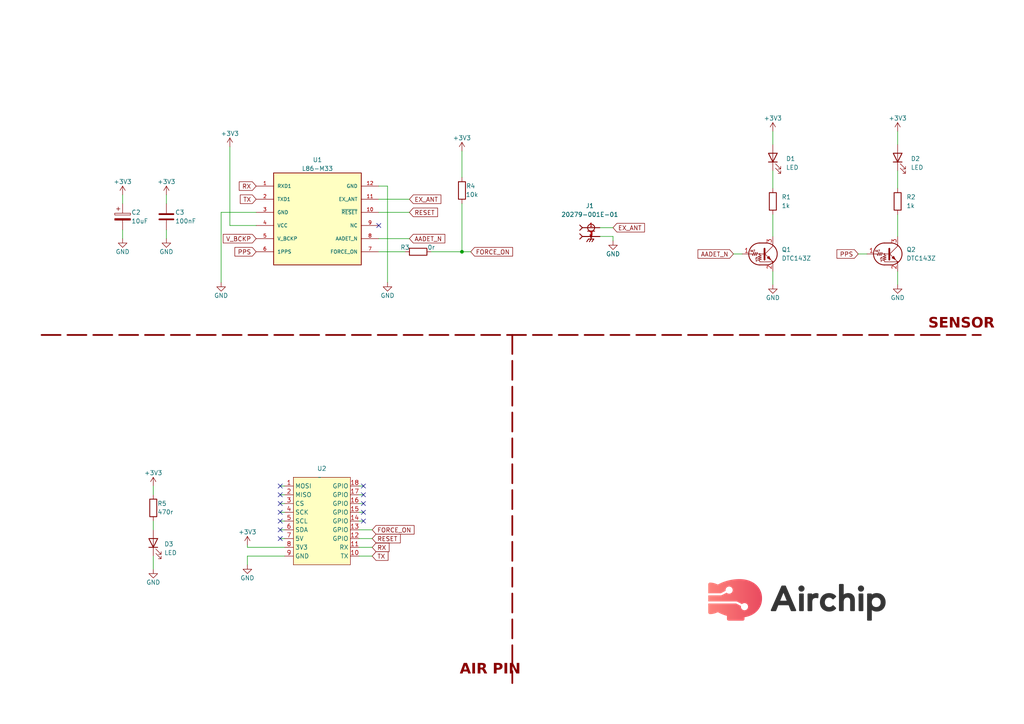
<source format=kicad_sch>
(kicad_sch
	(version 20231120)
	(generator "eeschema")
	(generator_version "8.0")
	(uuid "92dcc625-4969-425d-92ef-03e0452a9de5")
	(paper "A4")
	(lib_symbols
		(symbol "Device:C"
			(pin_numbers hide)
			(pin_names
				(offset 0.254)
			)
			(exclude_from_sim no)
			(in_bom yes)
			(on_board yes)
			(property "Reference" "C"
				(at 0.635 2.54 0)
				(effects
					(font
						(size 1.27 1.27)
					)
					(justify left)
				)
			)
			(property "Value" "C"
				(at 0.635 -2.54 0)
				(effects
					(font
						(size 1.27 1.27)
					)
					(justify left)
				)
			)
			(property "Footprint" ""
				(at 0.9652 -3.81 0)
				(effects
					(font
						(size 1.27 1.27)
					)
					(hide yes)
				)
			)
			(property "Datasheet" "~"
				(at 0 0 0)
				(effects
					(font
						(size 1.27 1.27)
					)
					(hide yes)
				)
			)
			(property "Description" "Unpolarized capacitor"
				(at 0 0 0)
				(effects
					(font
						(size 1.27 1.27)
					)
					(hide yes)
				)
			)
			(property "ki_keywords" "cap capacitor"
				(at 0 0 0)
				(effects
					(font
						(size 1.27 1.27)
					)
					(hide yes)
				)
			)
			(property "ki_fp_filters" "C_*"
				(at 0 0 0)
				(effects
					(font
						(size 1.27 1.27)
					)
					(hide yes)
				)
			)
			(symbol "C_0_1"
				(polyline
					(pts
						(xy -2.032 -0.762) (xy 2.032 -0.762)
					)
					(stroke
						(width 0.508)
						(type default)
					)
					(fill
						(type none)
					)
				)
				(polyline
					(pts
						(xy -2.032 0.762) (xy 2.032 0.762)
					)
					(stroke
						(width 0.508)
						(type default)
					)
					(fill
						(type none)
					)
				)
			)
			(symbol "C_1_1"
				(pin passive line
					(at 0 3.81 270)
					(length 2.794)
					(name "~"
						(effects
							(font
								(size 1.27 1.27)
							)
						)
					)
					(number "1"
						(effects
							(font
								(size 1.27 1.27)
							)
						)
					)
				)
				(pin passive line
					(at 0 -3.81 90)
					(length 2.794)
					(name "~"
						(effects
							(font
								(size 1.27 1.27)
							)
						)
					)
					(number "2"
						(effects
							(font
								(size 1.27 1.27)
							)
						)
					)
				)
			)
		)
		(symbol "Device:C_Polarized"
			(pin_numbers hide)
			(pin_names
				(offset 0.254)
			)
			(exclude_from_sim no)
			(in_bom yes)
			(on_board yes)
			(property "Reference" "C"
				(at 0.635 2.54 0)
				(effects
					(font
						(size 1.27 1.27)
					)
					(justify left)
				)
			)
			(property "Value" "C_Polarized"
				(at 0.635 -2.54 0)
				(effects
					(font
						(size 1.27 1.27)
					)
					(justify left)
				)
			)
			(property "Footprint" ""
				(at 0.9652 -3.81 0)
				(effects
					(font
						(size 1.27 1.27)
					)
					(hide yes)
				)
			)
			(property "Datasheet" "~"
				(at 0 0 0)
				(effects
					(font
						(size 1.27 1.27)
					)
					(hide yes)
				)
			)
			(property "Description" "Polarized capacitor"
				(at 0 0 0)
				(effects
					(font
						(size 1.27 1.27)
					)
					(hide yes)
				)
			)
			(property "ki_keywords" "cap capacitor"
				(at 0 0 0)
				(effects
					(font
						(size 1.27 1.27)
					)
					(hide yes)
				)
			)
			(property "ki_fp_filters" "CP_*"
				(at 0 0 0)
				(effects
					(font
						(size 1.27 1.27)
					)
					(hide yes)
				)
			)
			(symbol "C_Polarized_0_1"
				(rectangle
					(start -2.286 0.508)
					(end 2.286 1.016)
					(stroke
						(width 0)
						(type default)
					)
					(fill
						(type none)
					)
				)
				(polyline
					(pts
						(xy -1.778 2.286) (xy -0.762 2.286)
					)
					(stroke
						(width 0)
						(type default)
					)
					(fill
						(type none)
					)
				)
				(polyline
					(pts
						(xy -1.27 2.794) (xy -1.27 1.778)
					)
					(stroke
						(width 0)
						(type default)
					)
					(fill
						(type none)
					)
				)
				(rectangle
					(start 2.286 -0.508)
					(end -2.286 -1.016)
					(stroke
						(width 0)
						(type default)
					)
					(fill
						(type outline)
					)
				)
			)
			(symbol "C_Polarized_1_1"
				(pin passive line
					(at 0 3.81 270)
					(length 2.794)
					(name "~"
						(effects
							(font
								(size 1.27 1.27)
							)
						)
					)
					(number "1"
						(effects
							(font
								(size 1.27 1.27)
							)
						)
					)
				)
				(pin passive line
					(at 0 -3.81 90)
					(length 2.794)
					(name "~"
						(effects
							(font
								(size 1.27 1.27)
							)
						)
					)
					(number "2"
						(effects
							(font
								(size 1.27 1.27)
							)
						)
					)
				)
			)
		)
		(symbol "Device:LED"
			(pin_numbers hide)
			(pin_names
				(offset 1.016) hide)
			(exclude_from_sim no)
			(in_bom yes)
			(on_board yes)
			(property "Reference" "D"
				(at 0 2.54 0)
				(effects
					(font
						(size 1.27 1.27)
					)
				)
			)
			(property "Value" "LED"
				(at 0 -2.54 0)
				(effects
					(font
						(size 1.27 1.27)
					)
				)
			)
			(property "Footprint" ""
				(at 0 0 0)
				(effects
					(font
						(size 1.27 1.27)
					)
					(hide yes)
				)
			)
			(property "Datasheet" "~"
				(at 0 0 0)
				(effects
					(font
						(size 1.27 1.27)
					)
					(hide yes)
				)
			)
			(property "Description" "Light emitting diode"
				(at 0 0 0)
				(effects
					(font
						(size 1.27 1.27)
					)
					(hide yes)
				)
			)
			(property "ki_keywords" "LED diode"
				(at 0 0 0)
				(effects
					(font
						(size 1.27 1.27)
					)
					(hide yes)
				)
			)
			(property "ki_fp_filters" "LED* LED_SMD:* LED_THT:*"
				(at 0 0 0)
				(effects
					(font
						(size 1.27 1.27)
					)
					(hide yes)
				)
			)
			(symbol "LED_0_1"
				(polyline
					(pts
						(xy -1.27 -1.27) (xy -1.27 1.27)
					)
					(stroke
						(width 0.254)
						(type default)
					)
					(fill
						(type none)
					)
				)
				(polyline
					(pts
						(xy -1.27 0) (xy 1.27 0)
					)
					(stroke
						(width 0)
						(type default)
					)
					(fill
						(type none)
					)
				)
				(polyline
					(pts
						(xy 1.27 -1.27) (xy 1.27 1.27) (xy -1.27 0) (xy 1.27 -1.27)
					)
					(stroke
						(width 0.254)
						(type default)
					)
					(fill
						(type none)
					)
				)
				(polyline
					(pts
						(xy -3.048 -0.762) (xy -4.572 -2.286) (xy -3.81 -2.286) (xy -4.572 -2.286) (xy -4.572 -1.524)
					)
					(stroke
						(width 0)
						(type default)
					)
					(fill
						(type none)
					)
				)
				(polyline
					(pts
						(xy -1.778 -0.762) (xy -3.302 -2.286) (xy -2.54 -2.286) (xy -3.302 -2.286) (xy -3.302 -1.524)
					)
					(stroke
						(width 0)
						(type default)
					)
					(fill
						(type none)
					)
				)
			)
			(symbol "LED_1_1"
				(pin passive line
					(at -3.81 0 0)
					(length 2.54)
					(name "K"
						(effects
							(font
								(size 1.27 1.27)
							)
						)
					)
					(number "1"
						(effects
							(font
								(size 1.27 1.27)
							)
						)
					)
				)
				(pin passive line
					(at 3.81 0 180)
					(length 2.54)
					(name "A"
						(effects
							(font
								(size 1.27 1.27)
							)
						)
					)
					(number "2"
						(effects
							(font
								(size 1.27 1.27)
							)
						)
					)
				)
			)
		)
		(symbol "Device:R"
			(pin_numbers hide)
			(pin_names
				(offset 0)
			)
			(exclude_from_sim no)
			(in_bom yes)
			(on_board yes)
			(property "Reference" "R"
				(at 2.032 0 90)
				(effects
					(font
						(size 1.27 1.27)
					)
				)
			)
			(property "Value" "R"
				(at 0 0 90)
				(effects
					(font
						(size 1.27 1.27)
					)
				)
			)
			(property "Footprint" ""
				(at -1.778 0 90)
				(effects
					(font
						(size 1.27 1.27)
					)
					(hide yes)
				)
			)
			(property "Datasheet" "~"
				(at 0 0 0)
				(effects
					(font
						(size 1.27 1.27)
					)
					(hide yes)
				)
			)
			(property "Description" "Resistor"
				(at 0 0 0)
				(effects
					(font
						(size 1.27 1.27)
					)
					(hide yes)
				)
			)
			(property "ki_keywords" "R res resistor"
				(at 0 0 0)
				(effects
					(font
						(size 1.27 1.27)
					)
					(hide yes)
				)
			)
			(property "ki_fp_filters" "R_*"
				(at 0 0 0)
				(effects
					(font
						(size 1.27 1.27)
					)
					(hide yes)
				)
			)
			(symbol "R_0_1"
				(rectangle
					(start -1.016 -2.54)
					(end 1.016 2.54)
					(stroke
						(width 0.254)
						(type default)
					)
					(fill
						(type none)
					)
				)
			)
			(symbol "R_1_1"
				(pin passive line
					(at 0 3.81 270)
					(length 1.27)
					(name "~"
						(effects
							(font
								(size 1.27 1.27)
							)
						)
					)
					(number "1"
						(effects
							(font
								(size 1.27 1.27)
							)
						)
					)
				)
				(pin passive line
					(at 0 -3.81 90)
					(length 1.27)
					(name "~"
						(effects
							(font
								(size 1.27 1.27)
							)
						)
					)
					(number "2"
						(effects
							(font
								(size 1.27 1.27)
							)
						)
					)
				)
			)
		)
		(symbol "L-KLS1-IPEX-20279-001E-0:20279-001E-01"
			(pin_names
				(offset 1.016)
			)
			(exclude_from_sim no)
			(in_bom yes)
			(on_board yes)
			(property "Reference" "J1"
				(at -0.381 8.89 0)
				(effects
					(font
						(size 1.27 1.27)
					)
				)
			)
			(property "Value" "20279-001E-01"
				(at -0.381 6.35 0)
				(effects
					(font
						(size 1.27 1.27)
					)
				)
			)
			(property "Footprint" "IPEX_20279-001E-01"
				(at 0 3.81 0)
				(effects
					(font
						(size 1.27 1.27)
					)
					(justify bottom)
					(hide yes)
				)
			)
			(property "Datasheet" ""
				(at 0 0 0)
				(effects
					(font
						(size 1.27 1.27)
					)
					(hide yes)
				)
			)
			(property "Description" ""
				(at 0 0 0)
				(effects
					(font
						(size 1.27 1.27)
					)
					(hide yes)
				)
			)
			(property "PARTREV" "21"
				(at 0 5.08 0)
				(effects
					(font
						(size 1.27 1.27)
					)
					(justify bottom)
					(hide yes)
				)
			)
			(property "MF" "I-PEX"
				(at 0 5.08 0)
				(effects
					(font
						(size 1.27 1.27)
					)
					(justify bottom)
					(hide yes)
				)
			)
			(property "STANDARD" "Manufacturer Recommendations"
				(at 0 5.08 0)
				(effects
					(font
						(size 1.27 1.27)
					)
					(justify bottom)
					(hide yes)
				)
			)
			(symbol "20279-001E-01_0_0"
				(polyline
					(pts
						(xy -3.302 -0.762) (xy -2.54 0)
					)
					(stroke
						(width 0.254)
						(type default)
					)
					(fill
						(type none)
					)
				)
				(polyline
					(pts
						(xy -3.302 0.762) (xy -2.54 0)
					)
					(stroke
						(width 0.254)
						(type default)
					)
					(fill
						(type none)
					)
				)
				(polyline
					(pts
						(xy -3.302 1.778) (xy -2.54 2.54)
					)
					(stroke
						(width 0.254)
						(type default)
					)
					(fill
						(type none)
					)
				)
				(polyline
					(pts
						(xy -3.302 3.302) (xy -2.54 2.54)
					)
					(stroke
						(width 0.254)
						(type default)
					)
					(fill
						(type none)
					)
				)
				(polyline
					(pts
						(xy -2.54 0) (xy 0 0)
					)
					(stroke
						(width 0.254)
						(type default)
					)
					(fill
						(type none)
					)
				)
				(polyline
					(pts
						(xy -2.54 2.54) (xy 2.54 2.54)
					)
					(stroke
						(width 0.254)
						(type default)
					)
					(fill
						(type none)
					)
				)
				(polyline
					(pts
						(xy -1.016 1.524) (xy 0 1.524)
					)
					(stroke
						(width 0.254)
						(type default)
					)
					(fill
						(type none)
					)
				)
				(polyline
					(pts
						(xy -0.762 -0.762) (xy -1.27 -1.524)
					)
					(stroke
						(width 0.254)
						(type default)
					)
					(fill
						(type none)
					)
				)
				(polyline
					(pts
						(xy 0 -0.762) (xy -0.762 -0.762)
					)
					(stroke
						(width 0.254)
						(type default)
					)
					(fill
						(type none)
					)
				)
				(polyline
					(pts
						(xy 0 -0.762) (xy -0.508 -1.524)
					)
					(stroke
						(width 0.254)
						(type default)
					)
					(fill
						(type none)
					)
				)
				(polyline
					(pts
						(xy 0 -0.762) (xy 0.762 -0.762)
					)
					(stroke
						(width 0.254)
						(type default)
					)
					(fill
						(type none)
					)
				)
				(polyline
					(pts
						(xy 0 0) (xy -2.286 0)
					)
					(stroke
						(width 0.254)
						(type default)
					)
					(fill
						(type none)
					)
				)
				(polyline
					(pts
						(xy 0 0) (xy 0 -0.762)
					)
					(stroke
						(width 0.254)
						(type default)
					)
					(fill
						(type none)
					)
				)
				(polyline
					(pts
						(xy 0 1.524) (xy 0 0)
					)
					(stroke
						(width 0.254)
						(type default)
					)
					(fill
						(type none)
					)
				)
				(polyline
					(pts
						(xy 0 1.524) (xy 1.016 1.524)
					)
					(stroke
						(width 0.254)
						(type default)
					)
					(fill
						(type none)
					)
				)
				(polyline
					(pts
						(xy 0.762 -0.762) (xy 0.254 -1.524)
					)
					(stroke
						(width 0.254)
						(type default)
					)
					(fill
						(type none)
					)
				)
				(polyline
					(pts
						(xy 2.54 0) (xy 0 0)
					)
					(stroke
						(width 0.254)
						(type default)
					)
					(fill
						(type none)
					)
				)
				(circle
					(center 0 0)
					(radius 0.254)
					(stroke
						(width 0.254)
						(type default)
					)
					(fill
						(type none)
					)
				)
				(circle
					(center 0 2.54)
					(radius 1.016)
					(stroke
						(width 0.254)
						(type default)
					)
					(fill
						(type none)
					)
				)
				(pin passive line
					(at 2.54 2.54 180)
					(length 5.08)
					(name "~"
						(effects
							(font
								(size 1.016 1.016)
							)
						)
					)
					(number "1"
						(effects
							(font
								(size 1.016 1.016)
							)
						)
					)
				)
				(pin passive line
					(at 2.54 0 180)
					(length 5.08)
					(name "~"
						(effects
							(font
								(size 1.016 1.016)
							)
						)
					)
					(number "2"
						(effects
							(font
								(size 1.016 1.016)
							)
						)
					)
				)
				(pin passive line
					(at 2.54 0 180)
					(length 5.08)
					(name "~"
						(effects
							(font
								(size 1.016 1.016)
							)
						)
					)
					(number "3"
						(effects
							(font
								(size 1.016 1.016)
							)
						)
					)
				)
			)
		)
		(symbol "L86-M33:L86-M33"
			(pin_names
				(offset 1.016)
			)
			(exclude_from_sim no)
			(in_bom yes)
			(on_board yes)
			(property "Reference" "U1"
				(at 0 16.51 0)
				(effects
					(font
						(size 1.27 1.27)
					)
				)
			)
			(property "Value" "L86-M33"
				(at 0 13.97 0)
				(effects
					(font
						(size 1.27 1.27)
					)
				)
			)
			(property "Footprint" "XCVR_L86-M33"
				(at 0 0 0)
				(effects
					(font
						(size 1.27 1.27)
					)
					(justify bottom)
					(hide yes)
				)
			)
			(property "Datasheet" ""
				(at 0 0 0)
				(effects
					(font
						(size 1.27 1.27)
					)
					(hide yes)
				)
			)
			(property "Description" "L86 is an ultra-compact GNSS POT _Patch on Top_ module with an embedded 18.4mm × 18.4mm × 4.0mm patch antenna and utilizes the MediaTek new generation GNSS chipset MT3333 that achieves the perfect performance"
				(at 1.27 15.24 0)
				(effects
					(font
						(size 1.27 1.27)
					)
					(justify bottom)
					(hide yes)
				)
			)
			(property "MF" "Quectel"
				(at 0 0 0)
				(effects
					(font
						(size 1.27 1.27)
					)
					(justify bottom)
					(hide yes)
				)
			)
			(property "PACKAGE" "None"
				(at 11.43 15.24 0)
				(effects
					(font
						(size 1.27 1.27)
					)
					(justify bottom)
					(hide yes)
				)
			)
			(property "PRICE" "None"
				(at 0 0 0)
				(effects
					(font
						(size 1.27 1.27)
					)
					(justify bottom)
					(hide yes)
				)
			)
			(property "MP" "L86"
				(at 0 0 0)
				(effects
					(font
						(size 1.27 1.27)
					)
					(justify bottom)
					(hide yes)
				)
			)
			(property "AVAILABILITY" "Unavailable"
				(at 0 0 0)
				(effects
					(font
						(size 1.27 1.27)
					)
					(justify bottom)
					(hide yes)
				)
			)
			(symbol "L86-M33_0_0"
				(rectangle
					(start -12.7 12.7)
					(end 12.7 -13.97)
					(stroke
						(width 0.254)
						(type default)
					)
					(fill
						(type background)
					)
				)
				(pin input line
					(at -17.78 8.89 0)
					(length 5.08)
					(name "RXD1"
						(effects
							(font
								(size 1.016 1.016)
							)
						)
					)
					(number "1"
						(effects
							(font
								(size 1.016 1.016)
							)
						)
					)
				)
				(pin input line
					(at 17.78 1.27 180)
					(length 5.08)
					(name "~{RESET}"
						(effects
							(font
								(size 1.016 1.016)
							)
						)
					)
					(number "10"
						(effects
							(font
								(size 1.016 1.016)
							)
						)
					)
				)
				(pin input line
					(at 17.78 5.08 180)
					(length 5.08)
					(name "EX_ANT"
						(effects
							(font
								(size 1.016 1.016)
							)
						)
					)
					(number "11"
						(effects
							(font
								(size 1.016 1.016)
							)
						)
					)
				)
				(pin passive line
					(at 17.78 8.89 180)
					(length 5.08)
					(name "GND"
						(effects
							(font
								(size 1.016 1.016)
							)
						)
					)
					(number "12"
						(effects
							(font
								(size 1.016 1.016)
							)
						)
					)
				)
				(pin output line
					(at -17.78 5.08 0)
					(length 5.08)
					(name "TXD1"
						(effects
							(font
								(size 1.016 1.016)
							)
						)
					)
					(number "2"
						(effects
							(font
								(size 1.016 1.016)
							)
						)
					)
				)
				(pin passive line
					(at -17.78 1.27 0)
					(length 5.08)
					(name "GND"
						(effects
							(font
								(size 1.016 1.016)
							)
						)
					)
					(number "3"
						(effects
							(font
								(size 1.016 1.016)
							)
						)
					)
				)
				(pin power_in line
					(at -17.78 -2.54 0)
					(length 5.08)
					(name "VCC"
						(effects
							(font
								(size 1.016 1.016)
							)
						)
					)
					(number "4"
						(effects
							(font
								(size 1.016 1.016)
							)
						)
					)
				)
				(pin power_in line
					(at -17.78 -6.35 0)
					(length 5.08)
					(name "V_BCKP"
						(effects
							(font
								(size 1.016 1.016)
							)
						)
					)
					(number "5"
						(effects
							(font
								(size 1.016 1.016)
							)
						)
					)
				)
				(pin output line
					(at -17.78 -10.16 0)
					(length 5.08)
					(name "1PPS"
						(effects
							(font
								(size 1.016 1.016)
							)
						)
					)
					(number "6"
						(effects
							(font
								(size 1.016 1.016)
							)
						)
					)
				)
				(pin input line
					(at 17.78 -10.16 180)
					(length 5.08)
					(name "FORCE_ON"
						(effects
							(font
								(size 1.016 1.016)
							)
						)
					)
					(number "7"
						(effects
							(font
								(size 1.016 1.016)
							)
						)
					)
				)
				(pin output line
					(at 17.78 -6.35 180)
					(length 5.08)
					(name "AADET_N"
						(effects
							(font
								(size 1.016 1.016)
							)
						)
					)
					(number "8"
						(effects
							(font
								(size 1.016 1.016)
							)
						)
					)
				)
			)
			(symbol "L86-M33_1_0"
				(pin output line
					(at 17.78 -2.54 180)
					(length 5.08)
					(name "NC"
						(effects
							(font
								(size 1.016 1.016)
							)
						)
					)
					(number "9"
						(effects
							(font
								(size 1.016 1.016)
							)
						)
					)
				)
			)
		)
		(symbol "Transistor_BJT:DTC143Z"
			(pin_names
				(offset 0) hide)
			(exclude_from_sim no)
			(in_bom yes)
			(on_board yes)
			(property "Reference" "Q"
				(at 5.08 1.905 0)
				(effects
					(font
						(size 1.27 1.27)
					)
					(justify left)
				)
			)
			(property "Value" "DTC143Z"
				(at 5.08 0 0)
				(effects
					(font
						(size 1.27 1.27)
					)
					(justify left)
				)
			)
			(property "Footprint" ""
				(at 0 0 0)
				(effects
					(font
						(size 1.27 1.27)
					)
					(justify left)
					(hide yes)
				)
			)
			(property "Datasheet" ""
				(at 0 0 0)
				(effects
					(font
						(size 1.27 1.27)
					)
					(justify left)
					(hide yes)
				)
			)
			(property "Description" "Digital NPN Transistor, 4k7/47k, SOT-23"
				(at 0 0 0)
				(effects
					(font
						(size 1.27 1.27)
					)
					(hide yes)
				)
			)
			(property "ki_keywords" "ROHM Digital NPN Transistor"
				(at 0 0 0)
				(effects
					(font
						(size 1.27 1.27)
					)
					(hide yes)
				)
			)
			(property "ki_fp_filters" "SOT?23* SC?59*"
				(at 0 0 0)
				(effects
					(font
						(size 1.27 1.27)
					)
					(hide yes)
				)
			)
			(symbol "DTC143Z_0_0"
				(text "47k"
					(at -2.159 -1.524 900)
					(effects
						(font
							(size 0.508 0.508)
						)
					)
				)
				(text "4k7"
					(at -3.302 0.889 0)
					(effects
						(font
							(size 0.508 0.508)
						)
					)
				)
			)
			(symbol "DTC143Z_0_1"
				(circle
					(center -1.27 0)
					(radius 0.127)
					(stroke
						(width 0)
						(type default)
					)
					(fill
						(type none)
					)
				)
				(arc
					(start -1.27 3.175)
					(mid -4.4312 0)
					(end -1.27 -3.175)
					(stroke
						(width 0.254)
						(type default)
					)
					(fill
						(type none)
					)
				)
				(polyline
					(pts
						(xy -3.429 0) (xy -3.81 0)
					)
					(stroke
						(width 0)
						(type default)
					)
					(fill
						(type none)
					)
				)
				(polyline
					(pts
						(xy -1.27 -3.175) (xy 0.635 -3.175)
					)
					(stroke
						(width 0.254)
						(type default)
					)
					(fill
						(type none)
					)
				)
				(polyline
					(pts
						(xy -1.27 3.175) (xy 0.635 3.175)
					)
					(stroke
						(width 0.254)
						(type default)
					)
					(fill
						(type none)
					)
				)
				(polyline
					(pts
						(xy 0 -0.254) (xy 2.54 2.286)
					)
					(stroke
						(width 0)
						(type default)
					)
					(fill
						(type none)
					)
				)
				(polyline
					(pts
						(xy 0.127 1.524) (xy 0.127 -1.651)
					)
					(stroke
						(width 0.508)
						(type default)
					)
					(fill
						(type outline)
					)
				)
				(polyline
					(pts
						(xy 2.54 2.286) (xy 2.54 2.54)
					)
					(stroke
						(width 0)
						(type default)
					)
					(fill
						(type none)
					)
				)
				(polyline
					(pts
						(xy 2.54 -2.286) (xy 0 0.254) (xy 0 0.254)
					)
					(stroke
						(width 0)
						(type default)
					)
					(fill
						(type none)
					)
				)
				(polyline
					(pts
						(xy 0.889 -1.143) (xy 1.397 -0.635) (xy 1.905 -1.651) (xy 0.889 -1.143)
					)
					(stroke
						(width 0)
						(type default)
					)
					(fill
						(type outline)
					)
				)
				(polyline
					(pts
						(xy 0 0) (xy -1.905 0) (xy -2.032 0.508) (xy -2.286 -0.508) (xy -2.54 0.508) (xy -2.794 -0.508)
						(xy -3.048 0.508) (xy -3.302 -0.508) (xy -3.429 0)
					)
					(stroke
						(width 0)
						(type default)
					)
					(fill
						(type none)
					)
				)
				(polyline
					(pts
						(xy -1.27 0) (xy -1.27 -0.381) (xy -0.762 -0.508) (xy -1.778 -0.762) (xy -0.762 -1.016) (xy -1.778 -1.27)
						(xy -0.762 -1.524) (xy -1.778 -1.778) (xy -1.27 -1.905) (xy -1.27 -2.286) (xy 2.54 -2.286)
					)
					(stroke
						(width 0)
						(type default)
					)
					(fill
						(type none)
					)
				)
				(arc
					(start 0.635 -3.175)
					(mid 3.7962 0)
					(end 0.635 3.175)
					(stroke
						(width 0.254)
						(type default)
					)
					(fill
						(type none)
					)
				)
				(circle
					(center 2.54 -2.286)
					(radius 0.127)
					(stroke
						(width 0)
						(type default)
					)
					(fill
						(type none)
					)
				)
			)
			(symbol "DTC143Z_1_1"
				(pin input line
					(at -6.35 0 0)
					(length 2.54)
					(name "B"
						(effects
							(font
								(size 1.27 1.27)
							)
						)
					)
					(number "1"
						(effects
							(font
								(size 1.27 1.27)
							)
						)
					)
				)
				(pin passive line
					(at 2.54 -5.08 90)
					(length 2.54)
					(name "E"
						(effects
							(font
								(size 1.27 1.27)
							)
						)
					)
					(number "2"
						(effects
							(font
								(size 1.27 1.27)
							)
						)
					)
				)
				(pin passive line
					(at 2.54 5.08 270)
					(length 2.54)
					(name "C"
						(effects
							(font
								(size 1.27 1.27)
							)
						)
					)
					(number "3"
						(effects
							(font
								(size 1.27 1.27)
							)
						)
					)
				)
			)
		)
		(symbol "air_modül:air_module"
			(exclude_from_sim no)
			(in_bom yes)
			(on_board yes)
			(property "Reference" "U"
				(at 0 1.27 0)
				(effects
					(font
						(size 1.27 1.27)
					)
				)
			)
			(property "Value" ""
				(at 0 0 0)
				(effects
					(font
						(size 1.27 1.27)
					)
				)
			)
			(property "Footprint" ""
				(at 0 0 0)
				(effects
					(font
						(size 1.27 1.27)
					)
					(hide yes)
				)
			)
			(property "Datasheet" ""
				(at 0 0 0)
				(effects
					(font
						(size 1.27 1.27)
					)
					(hide yes)
				)
			)
			(property "Description" ""
				(at 0 0 0)
				(effects
					(font
						(size 1.27 1.27)
					)
					(hide yes)
				)
			)
			(symbol "air_module_1_1"
				(rectangle
					(start -7.62 0)
					(end 8.89 -25.4)
					(stroke
						(width 0)
						(type default)
					)
					(fill
						(type background)
					)
				)
				(pin input line
					(at -10.16 -2.54 0)
					(length 2.54)
					(name "MOSI"
						(effects
							(font
								(size 1.27 1.27)
							)
						)
					)
					(number "1"
						(effects
							(font
								(size 1.27 1.27)
							)
						)
					)
				)
				(pin input line
					(at 11.43 -22.86 180)
					(length 2.54)
					(name "TX"
						(effects
							(font
								(size 1.27 1.27)
							)
						)
					)
					(number "10"
						(effects
							(font
								(size 1.27 1.27)
							)
						)
					)
				)
				(pin input line
					(at 11.43 -20.32 180)
					(length 2.54)
					(name "RX"
						(effects
							(font
								(size 1.27 1.27)
							)
						)
					)
					(number "11"
						(effects
							(font
								(size 1.27 1.27)
							)
						)
					)
				)
				(pin input line
					(at 11.43 -17.78 180)
					(length 2.54)
					(name "GPIO"
						(effects
							(font
								(size 1.27 1.27)
							)
						)
					)
					(number "12"
						(effects
							(font
								(size 1.27 1.27)
							)
						)
					)
				)
				(pin input line
					(at 11.43 -15.24 180)
					(length 2.54)
					(name "GPIO"
						(effects
							(font
								(size 1.27 1.27)
							)
						)
					)
					(number "13"
						(effects
							(font
								(size 1.27 1.27)
							)
						)
					)
				)
				(pin input line
					(at 11.43 -12.7 180)
					(length 2.54)
					(name "GPIO"
						(effects
							(font
								(size 1.27 1.27)
							)
						)
					)
					(number "14"
						(effects
							(font
								(size 1.27 1.27)
							)
						)
					)
				)
				(pin input line
					(at 11.43 -10.16 180)
					(length 2.54)
					(name "GPIO"
						(effects
							(font
								(size 1.27 1.27)
							)
						)
					)
					(number "15"
						(effects
							(font
								(size 1.27 1.27)
							)
						)
					)
				)
				(pin input line
					(at 11.43 -7.62 180)
					(length 2.54)
					(name "GPIO"
						(effects
							(font
								(size 1.27 1.27)
							)
						)
					)
					(number "16"
						(effects
							(font
								(size 1.27 1.27)
							)
						)
					)
				)
				(pin input line
					(at 11.43 -5.08 180)
					(length 2.54)
					(name "GPIO"
						(effects
							(font
								(size 1.27 1.27)
							)
						)
					)
					(number "17"
						(effects
							(font
								(size 1.27 1.27)
							)
						)
					)
				)
				(pin input line
					(at 11.43 -2.54 180)
					(length 2.54)
					(name "GPIO"
						(effects
							(font
								(size 1.27 1.27)
							)
						)
					)
					(number "18"
						(effects
							(font
								(size 1.27 1.27)
							)
						)
					)
				)
				(pin input line
					(at -10.16 -5.08 0)
					(length 2.54)
					(name "MISO"
						(effects
							(font
								(size 1.27 1.27)
							)
						)
					)
					(number "2"
						(effects
							(font
								(size 1.27 1.27)
							)
						)
					)
				)
				(pin input line
					(at -10.16 -7.62 0)
					(length 2.54)
					(name "CS"
						(effects
							(font
								(size 1.27 1.27)
							)
						)
					)
					(number "3"
						(effects
							(font
								(size 1.27 1.27)
							)
						)
					)
				)
				(pin input line
					(at -10.16 -10.16 0)
					(length 2.54)
					(name "SCK"
						(effects
							(font
								(size 1.27 1.27)
							)
						)
					)
					(number "4"
						(effects
							(font
								(size 1.27 1.27)
							)
						)
					)
				)
				(pin input line
					(at -10.16 -12.7 0)
					(length 2.54)
					(name "SCL"
						(effects
							(font
								(size 1.27 1.27)
							)
						)
					)
					(number "5"
						(effects
							(font
								(size 1.27 1.27)
							)
						)
					)
				)
				(pin input line
					(at -10.16 -15.24 0)
					(length 2.54)
					(name "SDA"
						(effects
							(font
								(size 1.27 1.27)
							)
						)
					)
					(number "6"
						(effects
							(font
								(size 1.27 1.27)
							)
						)
					)
				)
				(pin input line
					(at -10.16 -17.78 0)
					(length 2.54)
					(name "5V"
						(effects
							(font
								(size 1.27 1.27)
							)
						)
					)
					(number "7"
						(effects
							(font
								(size 1.27 1.27)
							)
						)
					)
				)
				(pin input line
					(at -10.16 -20.32 0)
					(length 2.54)
					(name "3V3"
						(effects
							(font
								(size 1.27 1.27)
							)
						)
					)
					(number "8"
						(effects
							(font
								(size 1.27 1.27)
							)
						)
					)
				)
				(pin input line
					(at -10.16 -22.86 0)
					(length 2.54)
					(name "GND"
						(effects
							(font
								(size 1.27 1.27)
							)
						)
					)
					(number "9"
						(effects
							(font
								(size 1.27 1.27)
							)
						)
					)
				)
			)
		)
		(symbol "power:+3V3"
			(power)
			(pin_names
				(offset 0)
			)
			(exclude_from_sim no)
			(in_bom yes)
			(on_board yes)
			(property "Reference" "#PWR"
				(at 0 -3.81 0)
				(effects
					(font
						(size 1.27 1.27)
					)
					(hide yes)
				)
			)
			(property "Value" "+3V3"
				(at 0 3.556 0)
				(effects
					(font
						(size 1.27 1.27)
					)
				)
			)
			(property "Footprint" ""
				(at 0 0 0)
				(effects
					(font
						(size 1.27 1.27)
					)
					(hide yes)
				)
			)
			(property "Datasheet" ""
				(at 0 0 0)
				(effects
					(font
						(size 1.27 1.27)
					)
					(hide yes)
				)
			)
			(property "Description" "Power symbol creates a global label with name \"+3V3\""
				(at 0 0 0)
				(effects
					(font
						(size 1.27 1.27)
					)
					(hide yes)
				)
			)
			(property "ki_keywords" "global power"
				(at 0 0 0)
				(effects
					(font
						(size 1.27 1.27)
					)
					(hide yes)
				)
			)
			(symbol "+3V3_0_1"
				(polyline
					(pts
						(xy -0.762 1.27) (xy 0 2.54)
					)
					(stroke
						(width 0)
						(type default)
					)
					(fill
						(type none)
					)
				)
				(polyline
					(pts
						(xy 0 0) (xy 0 2.54)
					)
					(stroke
						(width 0)
						(type default)
					)
					(fill
						(type none)
					)
				)
				(polyline
					(pts
						(xy 0 2.54) (xy 0.762 1.27)
					)
					(stroke
						(width 0)
						(type default)
					)
					(fill
						(type none)
					)
				)
			)
			(symbol "+3V3_1_1"
				(pin power_in line
					(at 0 0 90)
					(length 0) hide
					(name "+3V3"
						(effects
							(font
								(size 1.27 1.27)
							)
						)
					)
					(number "1"
						(effects
							(font
								(size 1.27 1.27)
							)
						)
					)
				)
			)
		)
		(symbol "power:GND"
			(power)
			(pin_names
				(offset 0)
			)
			(exclude_from_sim no)
			(in_bom yes)
			(on_board yes)
			(property "Reference" "#PWR"
				(at 0 -6.35 0)
				(effects
					(font
						(size 1.27 1.27)
					)
					(hide yes)
				)
			)
			(property "Value" "GND"
				(at 0 -3.81 0)
				(effects
					(font
						(size 1.27 1.27)
					)
				)
			)
			(property "Footprint" ""
				(at 0 0 0)
				(effects
					(font
						(size 1.27 1.27)
					)
					(hide yes)
				)
			)
			(property "Datasheet" ""
				(at 0 0 0)
				(effects
					(font
						(size 1.27 1.27)
					)
					(hide yes)
				)
			)
			(property "Description" "Power symbol creates a global label with name \"GND\" , ground"
				(at 0 0 0)
				(effects
					(font
						(size 1.27 1.27)
					)
					(hide yes)
				)
			)
			(property "ki_keywords" "global power"
				(at 0 0 0)
				(effects
					(font
						(size 1.27 1.27)
					)
					(hide yes)
				)
			)
			(symbol "GND_0_1"
				(polyline
					(pts
						(xy 0 0) (xy 0 -1.27) (xy 1.27 -1.27) (xy 0 -2.54) (xy -1.27 -1.27) (xy 0 -1.27)
					)
					(stroke
						(width 0)
						(type default)
					)
					(fill
						(type none)
					)
				)
			)
			(symbol "GND_1_1"
				(pin power_in line
					(at 0 0 270)
					(length 0) hide
					(name "GND"
						(effects
							(font
								(size 1.27 1.27)
							)
						)
					)
					(number "1"
						(effects
							(font
								(size 1.27 1.27)
							)
						)
					)
				)
			)
		)
	)
	(junction
		(at 133.985 73.025)
		(diameter 0)
		(color 0 0 0 0)
		(uuid "0ddbc308-1797-443f-8dc5-d64b8f507e00")
	)
	(no_connect
		(at 109.855 65.405)
		(uuid "15331f2d-3d72-43f5-ac52-ebcd3a803488")
	)
	(no_connect
		(at 81.28 143.51)
		(uuid "18fac2cc-7f77-4fa1-a63f-db2a1c0849e7")
	)
	(no_connect
		(at 105.41 143.51)
		(uuid "1f73e937-a87f-4cc4-ab5d-fa604036b240")
	)
	(no_connect
		(at 105.41 140.97)
		(uuid "67decc80-e0f1-473c-bdfe-dc1e58166d65")
	)
	(no_connect
		(at 81.28 146.05)
		(uuid "7e75e88e-a5d4-495a-b6ee-ecae08370452")
	)
	(no_connect
		(at 105.41 151.13)
		(uuid "bcd272cd-ce8b-4425-a413-090dedd5bb8e")
	)
	(no_connect
		(at 81.28 140.97)
		(uuid "c200dee9-2343-4223-b82c-c4fa50317e28")
	)
	(no_connect
		(at 81.28 148.59)
		(uuid "ccbc5e54-8704-47d9-893e-a612f1ac762a")
	)
	(no_connect
		(at 81.28 156.21)
		(uuid "d236471a-a1fd-4edc-89c9-eae91ee83fd2")
	)
	(no_connect
		(at 81.28 151.13)
		(uuid "d6be6f77-9b5e-47fb-8011-da85389632e8")
	)
	(no_connect
		(at 105.41 148.59)
		(uuid "d73752c0-e634-4cde-a39a-1bb3418599d0")
	)
	(no_connect
		(at 105.41 146.05)
		(uuid "ddfce15f-0fea-4978-9464-88284a0de4b3")
	)
	(no_connect
		(at 81.28 153.67)
		(uuid "f09b5193-b10e-404e-ba9d-a17b1aad35ca")
	)
	(wire
		(pts
			(xy 81.28 148.59) (xy 82.55 148.59)
		)
		(stroke
			(width 0)
			(type default)
		)
		(uuid "004f7b3d-6018-4126-92e5-2a881b07c08a")
	)
	(wire
		(pts
			(xy 71.755 158.75) (xy 82.55 158.75)
		)
		(stroke
			(width 0)
			(type default)
		)
		(uuid "1006d0a5-29d2-4dc6-ac49-4fe9fbc94b12")
	)
	(wire
		(pts
			(xy 118.745 61.595) (xy 109.855 61.595)
		)
		(stroke
			(width 0)
			(type default)
		)
		(uuid "126b76c1-53e9-4a24-a42e-6cc0c60ac7d2")
	)
	(wire
		(pts
			(xy 81.28 153.67) (xy 82.55 153.67)
		)
		(stroke
			(width 0)
			(type default)
		)
		(uuid "16bc0e3f-5474-4d0b-a65b-53de7e827aaf")
	)
	(wire
		(pts
			(xy 64.135 61.595) (xy 74.295 61.595)
		)
		(stroke
			(width 0)
			(type default)
		)
		(uuid "192dfc91-957f-4d1c-9c4a-25ba67deaeff")
	)
	(wire
		(pts
			(xy 81.28 140.97) (xy 82.55 140.97)
		)
		(stroke
			(width 0)
			(type default)
		)
		(uuid "2337a26d-704c-4cb2-a05f-98125a6c1146")
	)
	(wire
		(pts
			(xy 48.26 69.215) (xy 48.26 66.675)
		)
		(stroke
			(width 0)
			(type default)
		)
		(uuid "26dd1e05-c01d-4152-8eca-b019ae592c6c")
	)
	(wire
		(pts
			(xy 112.395 53.975) (xy 109.855 53.975)
		)
		(stroke
			(width 0)
			(type default)
		)
		(uuid "26e86d75-0d13-4af7-92a6-5fa61bf837a5")
	)
	(wire
		(pts
			(xy 260.35 38.1) (xy 260.35 41.91)
		)
		(stroke
			(width 0)
			(type default)
		)
		(uuid "27390172-e660-4538-af0b-eee5beca2a6a")
	)
	(wire
		(pts
			(xy 104.14 153.67) (xy 107.95 153.67)
		)
		(stroke
			(width 0)
			(type default)
		)
		(uuid "28dea3f4-c57b-4fc7-adda-5b6224721b97")
	)
	(wire
		(pts
			(xy 224.155 49.53) (xy 224.155 54.61)
		)
		(stroke
			(width 0)
			(type default)
		)
		(uuid "29e1b433-d93c-424e-8b73-be807a5f8e41")
	)
	(polyline
		(pts
			(xy 148.59 97.155) (xy 148.59 198.12)
		)
		(stroke
			(width 0.5)
			(type dash)
			(color 132 0 0 1)
		)
		(uuid "329e3403-d5e2-4d73-854b-3b50a219d84e")
	)
	(wire
		(pts
			(xy 104.14 161.29) (xy 107.95 161.29)
		)
		(stroke
			(width 0)
			(type default)
		)
		(uuid "33cad111-1b33-480d-b4a9-4fe3a6600374")
	)
	(wire
		(pts
			(xy 35.56 56.515) (xy 35.56 59.055)
		)
		(stroke
			(width 0)
			(type default)
		)
		(uuid "3710612f-0023-4571-8fb6-d0b283f7cc88")
	)
	(wire
		(pts
			(xy 81.28 146.05) (xy 82.55 146.05)
		)
		(stroke
			(width 0)
			(type default)
		)
		(uuid "3aa421b6-36cf-46fd-b097-3c6e85f01816")
	)
	(wire
		(pts
			(xy 118.745 69.215) (xy 109.855 69.215)
		)
		(stroke
			(width 0)
			(type default)
		)
		(uuid "3d0112d9-6495-47e6-8f4e-5e647b8094c2")
	)
	(wire
		(pts
			(xy 104.14 156.21) (xy 107.95 156.21)
		)
		(stroke
			(width 0)
			(type default)
		)
		(uuid "3d30f54f-0222-4f95-ac1c-541dff00dc51")
	)
	(wire
		(pts
			(xy 105.41 148.59) (xy 104.14 148.59)
		)
		(stroke
			(width 0)
			(type default)
		)
		(uuid "3e167873-e3c9-4f36-8e6c-43adab6aecf5")
	)
	(wire
		(pts
			(xy 81.28 143.51) (xy 82.55 143.51)
		)
		(stroke
			(width 0)
			(type default)
		)
		(uuid "3e70bac4-a4c4-479e-ba0f-d1380ab5bd6f")
	)
	(wire
		(pts
			(xy 71.755 163.83) (xy 71.755 161.29)
		)
		(stroke
			(width 0)
			(type default)
		)
		(uuid "41d69d70-fa69-4528-92b0-6062958d5c4b")
	)
	(wire
		(pts
			(xy 109.855 57.785) (xy 118.745 57.785)
		)
		(stroke
			(width 0)
			(type default)
		)
		(uuid "4283f702-69fb-4f47-ae78-52b2813f8c41")
	)
	(wire
		(pts
			(xy 133.985 59.055) (xy 133.985 73.025)
		)
		(stroke
			(width 0)
			(type default)
		)
		(uuid "43b7c970-ea66-4af3-8c81-14657db9eefc")
	)
	(wire
		(pts
			(xy 48.26 56.515) (xy 48.26 59.055)
		)
		(stroke
			(width 0)
			(type default)
		)
		(uuid "4428f5f9-f705-4107-ba97-36f165960ac4")
	)
	(wire
		(pts
			(xy 44.45 143.51) (xy 44.45 140.97)
		)
		(stroke
			(width 0)
			(type default)
		)
		(uuid "4922ffd0-e42c-4132-b0f4-a331768764ed")
	)
	(wire
		(pts
			(xy 177.8 69.85) (xy 177.8 68.58)
		)
		(stroke
			(width 0)
			(type default)
		)
		(uuid "4e7afcf2-2309-4e70-b346-ac4c46cde77e")
	)
	(wire
		(pts
			(xy 224.155 62.23) (xy 224.155 68.58)
		)
		(stroke
			(width 0)
			(type default)
		)
		(uuid "51240175-eade-4199-bbb5-66b851aab831")
	)
	(wire
		(pts
			(xy 81.28 151.13) (xy 82.55 151.13)
		)
		(stroke
			(width 0)
			(type default)
		)
		(uuid "65083eb1-18dd-4509-835b-76e3e382f8c7")
	)
	(wire
		(pts
			(xy 109.855 73.025) (xy 117.475 73.025)
		)
		(stroke
			(width 0)
			(type default)
		)
		(uuid "6824e23a-77a7-4dd5-9f6d-732c409f9a3b")
	)
	(wire
		(pts
			(xy 125.095 73.025) (xy 133.985 73.025)
		)
		(stroke
			(width 0)
			(type default)
		)
		(uuid "72eae4dd-19c5-4b05-9847-e825d320edd6")
	)
	(wire
		(pts
			(xy 133.985 43.815) (xy 133.985 51.435)
		)
		(stroke
			(width 0)
			(type default)
		)
		(uuid "7608fe9d-72cd-4297-814e-db3269002779")
	)
	(wire
		(pts
			(xy 260.35 62.23) (xy 260.35 68.58)
		)
		(stroke
			(width 0)
			(type default)
		)
		(uuid "8d355fe1-6ba4-42e6-8e06-1ce4f2a652f5")
	)
	(wire
		(pts
			(xy 105.41 151.13) (xy 104.14 151.13)
		)
		(stroke
			(width 0)
			(type default)
		)
		(uuid "8e7b6b97-9ccf-474b-87e7-bf32bc69228c")
	)
	(wire
		(pts
			(xy 44.45 153.67) (xy 44.45 151.13)
		)
		(stroke
			(width 0)
			(type default)
		)
		(uuid "9b4615b8-6170-473b-a79d-a04c84ca3a97")
	)
	(wire
		(pts
			(xy 224.155 38.1) (xy 224.155 41.91)
		)
		(stroke
			(width 0)
			(type default)
		)
		(uuid "a11ae812-71ee-4177-a741-f44c861f54d2")
	)
	(wire
		(pts
			(xy 224.155 82.55) (xy 224.155 78.74)
		)
		(stroke
			(width 0)
			(type default)
		)
		(uuid "a3a989b7-6826-425e-960a-15d4357e5fd5")
	)
	(wire
		(pts
			(xy 64.135 81.915) (xy 64.135 61.595)
		)
		(stroke
			(width 0)
			(type default)
		)
		(uuid "a3f7bdaa-071f-466f-a40b-92615c541e21")
	)
	(wire
		(pts
			(xy 260.35 82.55) (xy 260.35 78.74)
		)
		(stroke
			(width 0)
			(type default)
		)
		(uuid "a513d194-d76b-4c8c-a83a-78213885d592")
	)
	(wire
		(pts
			(xy 212.725 73.66) (xy 215.265 73.66)
		)
		(stroke
			(width 0)
			(type default)
		)
		(uuid "aa633f43-c495-48f8-8e61-0982bf31df41")
	)
	(wire
		(pts
			(xy 35.56 69.215) (xy 35.56 66.675)
		)
		(stroke
			(width 0)
			(type default)
		)
		(uuid "ac74dcb4-28d4-4e55-b3b7-8c97b2e75ef2")
	)
	(wire
		(pts
			(xy 105.41 140.97) (xy 104.14 140.97)
		)
		(stroke
			(width 0)
			(type default)
		)
		(uuid "b238fe1b-4d09-4416-9b02-4112a6f444c2")
	)
	(wire
		(pts
			(xy 105.41 146.05) (xy 104.14 146.05)
		)
		(stroke
			(width 0)
			(type default)
		)
		(uuid "b9734759-0a48-42f4-aa98-1361ef906e51")
	)
	(wire
		(pts
			(xy 44.45 165.1) (xy 44.45 161.29)
		)
		(stroke
			(width 0)
			(type default)
		)
		(uuid "bd5e6518-15c6-414f-a717-0ef1a15ecfee")
	)
	(wire
		(pts
			(xy 71.755 161.29) (xy 82.55 161.29)
		)
		(stroke
			(width 0)
			(type default)
		)
		(uuid "c1229719-a90f-4b6d-a5b3-eaa0d9c3cdcb")
	)
	(wire
		(pts
			(xy 81.28 156.21) (xy 82.55 156.21)
		)
		(stroke
			(width 0)
			(type default)
		)
		(uuid "c43edc87-a21f-42fd-9a16-276473092d6c")
	)
	(wire
		(pts
			(xy 133.985 73.025) (xy 136.525 73.025)
		)
		(stroke
			(width 0)
			(type default)
		)
		(uuid "ceda91a3-1c94-4729-83c3-3667e8da051e")
	)
	(wire
		(pts
			(xy 66.675 42.545) (xy 66.675 65.405)
		)
		(stroke
			(width 0)
			(type default)
		)
		(uuid "d1c9f34f-bbc2-4ede-a971-8c4a34b4cad9")
	)
	(polyline
		(pts
			(xy 12.065 97.155) (xy 284.48 97.155)
		)
		(stroke
			(width 0.5)
			(type dash)
			(color 132 0 0 1)
		)
		(uuid "d697b462-200f-4a0d-b8cc-ea3cc4032fc5")
	)
	(wire
		(pts
			(xy 112.395 81.915) (xy 112.395 53.975)
		)
		(stroke
			(width 0)
			(type default)
		)
		(uuid "e3c9d79e-cbfb-480a-b267-655e84f8d197")
	)
	(wire
		(pts
			(xy 248.92 73.66) (xy 251.46 73.66)
		)
		(stroke
			(width 0)
			(type default)
		)
		(uuid "eb684999-b4c4-491b-978f-49d334e5f462")
	)
	(wire
		(pts
			(xy 177.8 66.04) (xy 173.99 66.04)
		)
		(stroke
			(width 0)
			(type default)
		)
		(uuid "eb7e0bb0-bcca-4971-a28d-f23d0566c868")
	)
	(wire
		(pts
			(xy 66.675 65.405) (xy 74.295 65.405)
		)
		(stroke
			(width 0)
			(type default)
		)
		(uuid "ece24723-9370-48eb-a548-bb31b3966bb5")
	)
	(wire
		(pts
			(xy 104.14 158.75) (xy 107.95 158.75)
		)
		(stroke
			(width 0)
			(type default)
		)
		(uuid "ecfd74e5-4301-4739-816e-f8745b789e90")
	)
	(wire
		(pts
			(xy 71.755 158.75) (xy 71.755 158.115)
		)
		(stroke
			(width 0)
			(type default)
		)
		(uuid "f4e1f526-6374-45d5-805c-12ed2e63acc5")
	)
	(wire
		(pts
			(xy 105.41 143.51) (xy 104.14 143.51)
		)
		(stroke
			(width 0)
			(type default)
		)
		(uuid "f69cdc47-51c3-43a6-9bf2-dbcc7878d96e")
	)
	(wire
		(pts
			(xy 260.35 49.53) (xy 260.35 54.61)
		)
		(stroke
			(width 0)
			(type default)
		)
		(uuid "fbc0f606-7adc-4997-adb8-5e19568803d1")
	)
	(wire
		(pts
			(xy 177.8 68.58) (xy 173.99 68.58)
		)
		(stroke
			(width 0)
			(type default)
		)
		(uuid "fc8de8bf-6336-4710-bc7a-2e1033f48a56")
	)
	(image
		(at 231.14 173.99)
		(scale 0.303838)
		(uuid "1145b0b3-fc0e-47e1-8d9b-692cc95a7a4d")
		(data "iVBORw0KGgoAAAANSUhEUgAAB9AAAAHVCAYAAACpJWDwAAAABHNCSVQICAgIfAhkiAAAIABJREFU"
			"eJzs3XeYnGW9//F3SEKyCS0hARUVBCSKYvuiqKiAokRasKAeRUn4WSghFUTNsYAiICGNA6gQEBso"
			"TfEg6hFE8KjouRFsIAgiiEJCEwhJKJnfH88sKdtmdmfmnvJ+XddcuzzPPfd8dpjMzj6fpwxDkjrQ"
			"ox+ZPhzYnBKbA5sDW5S/dt82BbqATSkxFugqwSbl5SOBzYqZSpsAI4CNgTHFIjYFNuo3QKnXpSuB"
			"J8oDHgWeLsHjwBOUeILi+5XACuAx4N/l77tvD5eXPUiJh4AHgYc2P//MFZU+L5IkSZIkSZIkSZ1s"
			"WO4AklQLj3706E2BZ1NiIvAcYCKw5Tpft4TS+PL3W1GU4X0V2esrrfel95UDLKp+TGn9YZXM2ff8"
			"TwIPQel+4F5gObAMuJcS3cvuA+4G7tv862c9XeWjSZIkSZIkSZIktQULdElN7bGPHb0J8FxKbAPP"
			"3J4LbFOCZwFbU3wdDQxQNA+t7G7hAr3vhT0XPV0qCvV/lG/3UBTrdwJ3UOLOLb5x1oNVppEkSZIk"
			"SZIkSWoJFuiSsnnsYzOGUZTf2wLbQWnb8vfdt+fRfar0SntqC/R+xleWtYKn8BHgb8CdULoduLV8"
			"u22Lb3z5H1XllCRJkiRJkiRJaiIW6JLq6rHDZ4wCdijftn/m+xI7AC+guHZ4WT/VrQV6depboPe3"
			"YAUlbgP+AtwC/An4I3DbFt/88lP9TS1JkiRJkiRJkpSbBbqkIVtxxIzhJXg+8CJgJ0pMAiYBO1Gc"
			"br2nattvC/Tq5CvQ+5rgSYpC/Q/An4GbgN9t8c0v39Pfw0mSJEmSJEmSJDWSBbqkiq04YubGFCX5"
			"zlDaGXgp8EJgp9K6R5IPukC2QN9wQBsV6H1ZTokbgN+VKL4Ct4/71per/YklSZIkSZIkSZKGzAJd"
			"Ug8rjpw5HNgReDnwUkq8FNi5vGx4MWr9frPU53/0wQK9ogEdUKD39vw+BKXfAL8Grgd+M+5bX3mg"
			"ylklSZIkSZIkSZKqZoEudbgVR84cR1GUvxx4WfnrzkDXM4MqKGMt0Ac350ADOrRA722S2yhxPfAL"
			"4FrglnHf/opHqUuSJEmSJEmSpJqyQJc6yIqjZj4LCOAVQFBiV+B5A97RAr2foRbo1U3Q95wDFOgb"
			"Lrof+F/gOopC/Xfjvv2Vp6p8ZEmSJEmSJEmSpPVYoEttasVRs7YCXg2l3Vhbmj9nvUGVFp0W6P0M"
			"tUCvboK+56yyQN/QI8DPgauAqyjxp3EXeIS6JEmSJEmSJEmqjgW61AYenz5rLMUR5bsBrwZeU4Jt"
			"i7XVldKVj7NAr8WcAw2wQB/kvCXuo7tMhx+Nu+Ar/6wylSRJkiRJkiRJ6kAW6FILenz6rB2B1wOv"
			"A3YHXgJstG7BWOrlux4s0C3Q27dA39BNULoCuBL41bgLvvp0FbNJkiRJkiRJkqQOYYEuNbnHp88a"
			"TXFUeXdh/npgYq+DLdAt0Psd39EF+roLHwZ+AlxeKnHF+Au/+nAVM0uSJEmSJEmSpDZmgS41mceP"
			"nrUZRUn+Jkq8CdgVGFXRnS3QLdD7HW+B3mNJiacorp3+PeD74y/86t1VPIokSZIkSZIkSWozFuhS"
			"Zo8fPXs88CZgTyi9AXglsBEwpNLUAn0ok/Q+xgK9t5UtX6BvKAEXAxeNv/Crt1fxiJIkSZIkSZIk"
			"qQ1YoEsN9viM2ZsDb6TEXsBbgJfxzL/FDdo8C/R+V1mgVzu/BXqPJf3PeQNwEXDB+Au/+vcqHl2S"
			"JEmSJEmSJLUoC3SpzlbOmD26BG+kKMv3ojgl+0YVFXwW6P2uskCvdn4L9B5LKp/zeuACSlww/jtf"
			"XVZFEkmSJEmSJEmS1EIs0KUaWzlj9jCKo8rfVr69oQSjewy0QK8ukAV6dSzQK1pYRYHePcVTwP8A"
			"3wC+N/47X11Z5QySJEmSJEmSJKmJWaBLNbBy5uxnUWIfisL8rcDEdddXXvRaoFcz3gK92vkt0Hss"
			"Gdrz+ihwMZTOG/+ds6+rciZJkiRJkiRJktSELNClQVg5c/Zw4HXAZGBf4JVV99QW6NUFskCvjgV6"
			"RQuHWKCvu/BW4Bzg/PHfOdtTvEuSJEmSJEmS1KIs0KUKrZw5ZyLw9uJWmgxssd4AC/Tq5rVAr2iA"
			"Bfog5218gd7tKeByYCnwo/HfOXtNlY8gSZIkSZIkSZIyskCX+rFy1pyXAAdS4gDgtTzzb6a6cs8C"
			"fXBzDrTKAr3a+S3Qeyyp1/NauIMSZwHnjv/u2Q9W+UiSJEmSJEmSJCkDC3RpHStnzRkJvAk4AJgC"
			"bAcMuTS0QB/cnAOtskCvdn4L9B5L6lugd69aBVwInDH+u2f/X5WPKEmSJEmSJEmSGsgCXR1v5aw5"
			"YyhOzX4QRXG+eY9BFugDLrRAH9ycAw2wQB/kvM1VoK/r1yVYAFy25XfPfqrKR5ckSZIkSZIkSXVm"
			"ga6OtHLWnPHAfsA7gcnA6H7vYIE+4EIL9MHNOdAAC/RBztu8BXr3or8Di4ClW3737EerTCFJkiRJ"
			"kiRJkurEAl0dY+XsOVtRFObvosSewIiK72yBPuBCC/TBzTnQAAv0Qc7b/AV6t0cocTawaMuLzv5H"
			"lWkkSZIkSZIkSVKNWaCrra2aPXc8lN4BHFyCvYHhQA3KSAt0C/TazDnQAAv0Qc7bOgV694IngfOB"
			"U7a86Oy/VplKkiRJkiRJkiTViAW62k5RmvMO4GDgLVAaAYMoePsdb4FugV6bOQcaYIE+yHlbr0Dv"
			"tga4CEonbXnROTdVF06SJEmSJEmSJA2VBbrawqo5c7uAAynxfoprmm+8du0GRWSP/6iABfqACy3Q"
			"BzfnQAMs0Ac5b+sW6Osu/D5w/JYXnfO7irJJkiRJkiRJkqQhs0BXy1o1Z+4IitOyf4DiiPOx/ZVb"
			"FuiVZqh0nAV6LeYcaIAF+iDnbY8CvZtFuiRJkiRJkiRJDWKBrpazas7cXYEPAe8DJq630gK9l28t"
			"0KufpPcxFui9rbRAb0CB3u0y4D+3vOicP/f9gJIkSZIkSZIkaSgs0NUSVs2Zuw3FkeaHAjv3OdAC"
			"vZdvLdCrn6T3MRbova20QG9ggV6sKPFN4DNbXnzOnX0/sCRJkiRJkiRJGgwLdDWtVXPnjqHEQRSl"
			"+d7ARgPeyQK9l28t0KufpPcxFui9rbRAb3CB3r3qSeAM4MQtLz7n/r4HS5IkSZIkSZKkaligq+ms"
			"mjs3gP8HvJ8Sm1d1Zwv0Xr61QK9+kt7HWKD3ttICPVOB3u0R4FRgwZYXn/N433eSJEmSJEmSJEmV"
			"sEBXU1g195hxUDqEojh/+TMralhuWaBXmqHScRbotZhzoAEW6IOct3MK9G73AMcB397y4nOq/akk"
			"SZIkSZIkSVKZBbqyWTX3mGHAHsBHgXdCaVSPQRbo1bFAt0Dvd7wFeo8l7VOgd7semLXlxef8ut9R"
			"kiRJkiRJkiSpVxboarjVxxwzHvhQqcTHgBetXVO7Iq63hRbolWaodJwFei3mHGiABfog5+3cAr3b"
			"tynx8S0vOeeeikZLkiRJkiRJkiTAAl0NtPqYY14LHA68B+jqWVxZoFugW6BvOMACfZDzWqBDiceA"
			"40uwaMIl5zxV4b0kSZIkSZIkSepoQyrQ1xz/qS1KJV4KTAK2ADZdZ/VqYOUG3z9MiVXl7x8CHgAe"
			"HH78F1eitrT6mGO6gPcDR7Putc3prbiyQLdAt0DfcIAF+iDntUBf93n9E3DUhEvO+XmF95QkSZIk"
			"SZIkqWNVXaCvOf5TOwAfBPYHXlUqVTlH70XBKuBBYBlwLyXuBu4F/gncDdwJ/G34CSc9Xm1e5bH6"
			"mGO2A44EPgyM622MBXoFCy3Q+11lgV7t/BboPZZ0RoHe7ZvA3AmXnLOswhkkSZIkSZIkSeo4FZff"
			"a46ftxuU/pOiOH9GXcqHvue8F7ijBHcAtwA3A3+mxO0jPn/Sk1UmUY2tPuaYYcCewAzgQGCj/sZb"
			"oFew0AK931UW6NXOb4HeY0lnFehQ7Kw2F0rnT7hkabU/vSRJkiRJkiRJbW/AAn3N8fMmAqcChzas"
			"fBhgzl7Kh6eAW4Eby7ffQemGEZ8/+cEq02kQVh97zCjgEErMBl5S6f0s0CtYaIHe7yoL9Grnt0Dv"
			"saTzCvTulVcBH51wydI7KpxNkiRJkiRJkqSO0G+Bvub4eXsAFwDPLpY0bYHe16i7gV+Xb78Cbhjx"
			"+ZNXDxxSlVh97DETKE7TfhSwVbWlmQV6BQst0PtdZYFe7fwW6D2WdG6BDrAS+AywcMIlS5+ucFZJ"
			"kiRJkiRJktpanwX6muPnTQWWst5puFuuQN/QE8ANlPg5cA3wixFfOPmx/h9NG1p97LEvgtJs4EPA"
			"6GdWWKBXfvdKF1qg97vKAr3a+S3Qeyzp7AK92/XAoRMuWfqXCmeWJEmSJEmSJKlt9Vqgrzlh3uGU"
			"OKvnmpYv0Ddc9TTwf8DVwI+BX474wsleS70Pq4899nXAJ4H9odTztWOBXvndK11ogd7vKgv0aue3"
			"QO+xxAK920pKfApYMuHSpWsqfARJkiRJkiRJktpOjxJ0zQnz3gV8l9K6R553a7sCfUOPAj+lKNN/"
			"OOILJ9/df5L2t/rYY4cBkymK8zeuXTP00swCvYKFFuj9rrJAr3Z+C/QeSyzQN1x0LTB1wqVL/1bh"
			"o0iSJEmSJEmS1FbWK9DXnDDvhcDvgLFZy4d8BfqG424AvleC74088eQ/VHivtrD648eOoMTBwCeA"
			"l/UcYYFe2WP3s8oCvbpAFujVsUCvaKEFeq+LHgOmT7h06fkVPpIkSZIkSZIkSW3jmQJ9zQnzhgO/"
			"BnYF8pYPzVOgr/vlDihdClw48sRTUoUztJzVHz92Y+CDwCcpsUPfIy3QK3vsflZZoFcXyAK9Ohbo"
			"FS20QO930XeAwydcuvThCh9RkiRJkiRJkqSWt26BfhTwX8+ssUDvpXx45rvbKIqFb4888ZSbK5yt"
			"qZWL88OATwHPA+pTRK473AJ94IUW6P2uskCvdn4L9B5LLNAHmvcu4JAJly69rsJHlSRJkiRJkiSp"
			"pQ0DWHPCvC7gb8DWz6yxQO+vQF/X74CvUZTp91c4c9N44uPHdgEfKcExdBfn3SzQ+xlvgW6BXps5"
			"BxpggT7IeS3Qa/m6XQN8Hvj8hEuXPl3ho0uSJEmSJEmS1JK6C/TpwOnrrbFAr7RA7/YkJS6nKNOv"
			"HPnFU5q6ZHiiOOL8YxRHnD+rYUXkusMt0AdeaIHe7yoL9Grnt0DvscQCvZp5r6bEByZctvTeChNI"
			"kiRJkiRJktRyugv03wGvWG+NBXq1Bfq6q/8BnA2cPfKLp/yrwkdriCeOO3YEJaYBn2adI84t0Kud"
			"1wLdAr02cw40wAJ9kPNaoNfrdXsf8N4Jly39eYUpJEmSJEmSJElqKcPWnDBvEnBLjzUW6EMp0Ls9"
			"BXwfOHPkF0+5usJHrYsnjjt2I+AQ4DOU2GHD9Rbo1c5rgW6BXps5BxpggT7IeS3Q6/m6XQN8Fjhx"
			"wmVLq30GJUmSJEmSJElqasN6PX07WKCvM24IBfq6/gAsoMS3R550yhMVJqiJJ4479h3AicCLgbxF"
			"5LrDLdAHXmiB3u8qC/Rq57dA77HEAr26edcf8wPgkAmXLX2kwkSSJEmSJDWliBgBvACYAIzKHKfb"
			"CuDelNLduYNIktRphq05Yd4FwPt6rLFAr3WB3j3mPuC/gC+PPOmU+ytMMihPHPfxNwCnQOn1G2To"
			"JVYvLND7GW+BboFemzkHGmCBPsh5LdAb9br9C3DQhMuW9jyTjSRJkiRJTS4i9gSmA5OBsXnT9Ole"
			"4BJgUUrpr7nDSJLUCYatOWHejcDLe6yxQK9Xgd5tBXAOcOrIk065p8JEFXniuI/vDJwMHNBrMAt0"
			"C/Rq57dA72eoBXp1E/Q9pwX64Ofsb1wDXrePAodOuGzpZZUFkyRJkiQpr4gYT7Ft9h25s1ThSeAk"
			"4ISU0tO5w0iS1M6GrTlh3oPAuB5rLNDrXaB3exJK5wGnjjzpS0Pag/CJ4z6+HfBp4FBgeJ8PaoFu"
			"gV7t/Bbo/Qy1QK9ugr7ntEAf/Jz9jWvc67b0WeDzEy47t9pnVZIkSZKkhomI5wI/A3bMnWWQvge8"
			"J6X0ZO4gkiS1q2FrTphX8bZ1C/S6FOjdC9cAl1Oc3v1nI0/60poKZuOJT3x8I2B3SnwY+ADrFed9"
			"PKgFugV6tfNboPcz1AK9ugn6ntMCffBz9jeugQU6wIXAtAmXnbuqgtkkSZIkSWqoiOgCrgd2yZ1l"
			"iM5KKR2ZO4QkSe3KAr2CB2pQgb6uB0rwI+CXlLgFuJPilO9PABOArYGXArsB+wDPrqrxskC3QK92"
			"fgv0foZaoFc3Qd9zWqAPfs7+xjW4QAe4vgQHTbzs3HsrmFGSJEmSpIaJiJOAT+TOUSN7p5Suyh1C"
			"kqR2ZIFewQNlKNCrL80s0PsZb4FeyfhK5+1roQX64OYcaIAF+iDntUDPWaBTgruAAyZedu7vK5hV"
			"kiRJkqS6i4hxwN3A2NxZauR/U0pvyB1CkqR2tFHuAJIkqe08H7hu+UGH7Z07iCRJkiRJZe+mfcpz"
			"gN0jYvvcISRJakcW6JIkqR42A364/KDDDskdRJIkSZIk4E25A9TBHrkDSJLUjizQJUlSvYwEvrH8"
			"oMPa5fpykiRJkqTWtWPuAHXwgtwBJElqRxbokiSp3k5aftBhpy8/6LBhuYNIkiRJkjpWV+4AdbBZ"
			"7gCSJLUjC3RJktQI0ymORh+RO4gkSZIkSZIkSX2xQJckSY3yAeDS5Qcd1o57/UuSJEmSJEmS2oAF"
			"uiRJaqQDgCuWH3TY5rmDSJIkSZIkSZK0IQt0SZLUaHsBP7FElyRJkiRJkiQ1Gwt0SZKUw2uwRJck"
			"SZIkSZIkNRkLdEmSlMtrgGuWTzlsYu4gkiRJkiRJkiSBBbokScrrFcDVluiSJEmSJEmSpGYwIncA"
			"SZLU8V5KUaK/ceL3z304dxhJklSZiNgaeBEwCdgR2AzYpHwDeKx8ewS4DbgVuCWldF/j00qSJKmV"
			"RcSmwE4Unz93AsYDmwJblIesZu1nz7uAvwC3AH9PKT3d8MCSWpoFuiRJagYvBX68fMphb5v4/XP/"
			"nTuMpPYSEeOA/wAmA7sA4/ImesYqig07vwC+lVJKmfNI/YqI5wBvA/YE9ga2GeQ89wA/Ba4BfpxS"
			"+leNIkqSJKlNRMRYYC/gLeWvLwOGDWKqRyPiWuBq4Kcppd/XLqWkdjVszQnzSr2u6XVpz4Wl3u/d"
			"t0rmHWDOHqsrzFrp/BuOK224YCjzVvq8VjPngOMGfn6rfQorn6SfGSr5H1nD11dpwHHVzFtd1sqf"
			"3+r+LfR394pet0N6fZX6/q8a/lvob1XDXrc93gtqN+dAA6p+L+h3fGVZq3sKa/fvtp9XVPXz5vwd"
			"NsCqfL/DBphkyK/bXt51Bvce87/A2yZ+/9zHK7y3JPUpIoYBc4BPA5tnjlOJK4DpKaU7cweRukXE"
			"JsA7gA9RbLwczEbL/pQoyvRvAJemlFbUeH5JkgCIiBuBl+fOUWOLU0qzcoeQaiUiNqLYWfNDwLtY"
			"e2ajWroZ+DrwzZTSP+owv6Q24DXQJUlSM9kd+O/lUw7ryh1EUmuLiDHAfwPzaY3yHGA/4IaI2Ct3"
			"ECkiJkTEicA/KDYw7k3ty3PKc761/Bj3RMQXImJCHR5HkiRJTSoiRkbEVIpTrl8FHEp9ynOAFwMn"
			"AXdFxIURsUudHkdSC7NAlyRJzWYv4ILlUw4bnjuIpNZUPvL8ImDf3FkGYRxweUS029FRahERsUVE"
			"zAfuBD5FY3dA2RyYB9wZEadGxBYD3UGSJEmtKyI2iogPA7cD5wEvbODDDwPeC/w+Ir4XES9u4GNL"
			"anIW6JIkqRlNAb66fMq0ehzpJqn9HUVrlufdNgEujIiNcwdR54iIYRFxKHAbMBcYmzHOWOAY4LZy"
			"JkmSJLWZiNgV+C1wNvC8zHGmAH+IiNPK116X1OEs0CVJUrM6DDgxdwhJrSUiNgU+lztHDbyI4n1Q"
			"qruIeDZwJfA1oJlOnz4B+FpEXFnOKEmSpBZXPl37F4FfA6/KnWcdw4E5wB8jYvfcYSTlZYEuSZKa"
			"2SeXT5k2K3cISS3l/wFb5g5RI3Mjwr/ZVFcR8RbgJmCf3Fn6MRm4KSLenDuIJEmSBi8ingtcB3yS"
			"orBuRtsB10bEJ8uXB5PUgdwYI0mSmt3C5VOmvTt3CEnNLyKGAzNz56ihHSmKQ6kuIuJo4CfAxNxZ"
			"KjAR+J+ImJ47iCRJkqoXEbsBCdgtd5YKbAR8EfhORHTlDiOp8SzQJUlSK/jG8inTXpc7hKSmN4Xi"
			"aIF2MiN3ALWf8vXOvwQsobW2C2wEnB4Rp3g0kCRJUuuIiAOAnwFb5c5SpYOBqyJi89xBJDVWK/2h"
			"LEmSOtdo4PLlB07bPncQSU1tTu4AdbBPREzKHULto1w8nwkcmzvLEHwcONMSXZIkqflFxIHAJUCr"
			"Hsn9OuBqS3Sps1igS5KkVjEB+OHyA6eNzx1EUvOJiF2B3XPnqBNPWa1aOgU4PHeIGjgcOCl3CEmS"
			"JPUtIiYDFwMjc2cZolcBP4mIsbmDSGoMC3SpuTwN3Az8ADgdmAccAUwD3gt8sPz9TOBE4Dzg58C/"
			"coSVpAwmARcvP3DaiNxBJDWd2bkD1NHUiNgsdwi1vvI1z1v5yPMNHec10SVJkppTRLwSuIjWL8+7"
			"vQa4MCKG5w4iqf7c+Czl9SjwU4oS/JfA78ecvmj1YCZ6fPqsrYAA9gD2Al4NeEpDSe1oL2ARHpEp"
			"qSwitgHekztHHW1CsRPl4txB1Loi4s0Uvz/bzeKI+FNK6We5g0iSJKkQEVsC36P4W6ad7E9xYNsn"
			"cgeRVF/D1pwwr9Trml6X9lxY6v3efatk3gHm7LG6wqyVzr/huNKGC4Yyb6XPazVzDjhu4Oe32qew"
			"8kn6maGS/5E1fH2VBhxXzbzVZd1g1b+BSyhxIXDNmNMXPlllmoqsOGrW1sCBUHo/Ranes0wf0uur"
			"1Pd/1fDfQn+rGva67fFeULs5BxpQ9XtBv+Mry1rdU1i7f7f9vKKqnzfn77ABVuX7HTbAJEN+3fby"
			"27L+v8M+OvHy886u8FEktbGIOIn234DxV2BSSmlN7iBqPRHxbOAmYGLuLHWyHNglpXRf7iCSpOYV"
			"ETcCL8+do8YWp5Rm5Q4hrSsihgE/BCbnzlJHB6aUfpA7hKT68Qh0qXFuoDgt+3fHLFn4eL0fbOwZ"
			"i+4DzgbOXnHUzO2BjwIfAbx2sKR2ccbyA6fdMvHy867LHURSPhExBvhY7hwNsCPFBqgf5g6ilnQu"
			"7VueQ/GznQfsmzuIJEmSOJr2Ls8BlkbES1JKy3MHkVQfXgNdqr9rgb3HLFkYY5Ys/FojyvMNjT1j"
			"8R1jz1j8CWBbYC6wrNEZJKkORgIXLztw2ja5g0jK6lBgXO4QDTIjdwC1nog4lPbfgAnw9oj4UO4Q"
			"kiRJnSwitgO+mDtHA0ykOFhOUpuyQJfq5xZg/64lC/cYs2ThVbnDAIw9Y/FjY89YvADYATgeWJk5"
			"kiQN1VbARcsOnDYydxBJjVc+NWAnnbJyn4iYlDuEWkdEbA6cmjtHA80v/8ySJEnKYxEwNneIBnlv"
			"RLwldwhJ9WGBLtXeKoprcO7StWThFbnD9KZcpH8O2Bm4MnMcSRqq1wHzc4eQlMW+wE65QzTY9NwB"
			"1FI+SXufun1DEyn+FpMkSVKDRcQewJTcORpsQXnHbkltxgJdqq3fAi/rWrLwlK4lC5/KHWYgY89c"
			"fOfYMxfvC0wDHsmdR5KGYMayA6e9N3cISQ03O3eADKZGxGa5Q6j5RcQEOnOHi6PLP7skSZIa67O5"
			"A2TwMjpvpwGpI1igS7VzKvD6riULb8sdpFpjz1z8NeBVwA2Zo0jSUCxdduC0F+UOIakxImIXoBNP"
			"l7cJxc6P0kBm0Dmnz1zXWDpzxwFJkqRsIuK1wF65c2QyL3cASbVngS4N3Urg3V1LFn68FY4678vY"
			"MxffDuwOfDN3FkkapLHAhcsOnDY6dxBJDdGJR593mx4R/i2nPkXEGIoCvVPNioiu3CEkSZI6yCdz"
			"B8hoV6+FLrUfN7pIQ3Mf8MauxQsvyR2kFsaeuXjV2DMXf5DOPN2OpPbwcrweutT2ImIr4P25c2S0"
			"IzA5dwg1tYOAzXOHyGhz4B25Q0iSJHWCiJgI7Js7R2ZTcweQVFsW6NLg3QO8oWvxwpQ7SK2NPXPx"
			"CcBRuXNI0iAdtezAaQflDiGpro4ERuUOkVknH12sgR2aO0AT+GDuAJIkSR3i/cCI3CEye2dEbJI7"
			"hKTasUCXBuce4E1dixf+NXeQehl75uIzKTZOS1IrOnfZgdOelzuEpNqLiFHAEblzNIF9ImJS7hBq"
			"PhGxNbB37hxN4G3ls1VIkiSpvj6QO0ATGAO8M3cISbVjgS5V735gz67FC+/IHaTexp65+Czg2Nw5"
			"JGkQxgFfW3bAtGG5g0iquQ8AlmKF6bkDqCm9Ff/Wh+I5eFvuEJIkSe0sIrYEds2do0n42VNqI/5R"
			"LVVnFTClnY8839DYMxfPB07PnUOSBuHNeIpjqR3Nyh2giUyNiM1yh1DT2St3gCayZ+4AkiRJbW4v"
			"wIMXCm/JHUBS7VigS9X5aNfiBb/MHSKD2cBVuUNI0iCcsuyAaS/OHUJSbUTE3sAuuXM0kU2AablD"
			"qOm44W4tT2UvSZJUX+68udazIuJFuUNIqg0LdKlyZ3UtXvCN3CFyGHvW4qeB91Fc+12SWsko4JvL"
			"Dpg2MncQSTXh0ec9TY8I/64TABExHtg2d44msm1EjMsdQpIkqY15+vb1+XxIbcINLVJl/gTMyR0i"
			"p7FnLb4fOAQo5c4iSVV6FTAvdwhJQxMRk4B9c+doQjsCk3OHUNPwiJeefE4kSZLqZ1LuAE1mp9wB"
			"JNWGBbo0sKeBD3UtXrAqd5Dcxp61+BpgSe4ckjQIn1x2wLSX5g4haUhJ6ZcxAAAgAElEQVRm4rX1"
			"+jIjdwA1DTdg9uRzIkmSVAcRsTWwee4cTcadN6U2YYEuDWxB1+IFN+QO0UQ+BdyVO4QkVWlj4Lxl"
			"B0wbnjuIpOqVT0t9aO4cTWyf8hH60va5AzShF+QOIEmS1KZ2zB2gCfl5XGoTFuhS//4FnJA7RDMZ"
			"e9bix4G5uXNI0iDsSodfjkNqYR8FxuQO0eSm5w6gprBp7gBNyKOiJEmS6sPPnj352VNqExboUv/m"
			"dS1a8FjuEM1m7FmLLwZ+kTuHJA3C8csOmOoe0lILiYiRWA5XYmpEbJY7hLLbIneAJuRGTEmSpPrY"
			"JHeAJuROBVKbsECX+nYr8I3cIZrYvNwBJGkQuoAzc4eQVJWDgW1yh2gBmwDTcodQdm7E7MnnRJIk"
			"qT78nNWTz4nUJizQpb6d2LVowVO5QzSrsWctuRa4LncOSRqEty47YOp7c4eQVLHZuQO0kOkR4d94"
			"nW1N7gBNyOdEkiRJjeJnT6lNuHFF6t0/gQtzh2gBp+QOIEmDtGjZAVM91bHU5CLiDcCuuXO0kB2B"
			"yblDKCsvP9WTz4kkSVJ9PJI7QBN6NHcASbVhgS717uyuRQueyB2iBVwJ/C13CEkahGcBJ+YOIWlA"
			"s3IHaEEzcgdQVm7E7MmNmJIkSfXh56ye3HlTahMW6FJPJWBp7hCtYOxZS9bgcyWpdR257ICpL88d"
			"QlLvIuIFwDty52hB+0TEpNwhlM2DuQM0oQdyB5AkSWpT7rzZ079zB5BUGxboUk8/61q04O7cIVqI"
			"p7qX1Ko2AhbnDiGpT0fj3yuDNT13AGVzR+4ATcgzZkmSJNXHrbkDNCGfE6lNuEFK6uni3AFaydiz"
			"ltwO/DZ3DkkapD2WHTD14NwhJK0vIjYDPpw7RwubWn4O1Xluzh2gCfmcSJIk1UFK6SFgee4cTcYC"
			"XWoTFuhST1fkDtCCfpg7gCQNwanL9p/alTuEpPUcBmyaO0QL2wSYljuEsrgtd4Am5EZMSZKk+vlL"
			"7gBN5pbcASTVhgW6tL6buxYtuCt3iBb049wBJGkItgXm5g4hqRARw4GZuXO0gekR4d97HSal9Ahu"
			"tFvXn1NKj+YOIUmS1Mauzx2gyfwmdwBJteEGFWl91+UO0KJ+C6zMHUKShuATy/afunXuEJIAmAJs"
			"lztEG9gRmJw7hLK4KneAJvKz3AEkSZLanJ+31rojpXRn7hCSasMCXVrfr3IHaEVjz1ryFF4HXVJr"
			"Gwt8JncISQDMyR2gjczIHUBZuBFzLXcmkCRJqq+fA0/nDtEk/BwutRELdGl9N+YO0MJuyh1Akobo"
			"Y8v2n/rC3CGkThYRuwK7587RRvaJiEm5Q6jhfgo8kTtEE3gCuDp3CEmSpHaWUnoMz+ra7YrcASTV"
			"jgW6tNYa4M+5Q7SwP+YOIElDNBw4KXcIqcPNzh2gDU3PHUCNlVL6N3B57hxN4Pvl50KSJEn19fXc"
			"AZrAQ8APc4eQVDsW6NJa93QtWuCRGoN3R+4AklQD71q2/9TdcoeQOlFEbAO8J3eONjQ1IjbLHUIN"
			"50ZMnwNJkqRGuRhYmTtEZhemlFbnDiGpdizQpbXuzh2gxd2VO4Ak1cjxuQNIHWo6MCJ3iDa0CTAt"
			"dwg13I+Ae3OHyOhfwI9zh5AkSeoEKaVHgYty58js3NwBJNWWBbq0VidvYKqFZbkDSFKN7LNs/6mv"
			"zR1C6iQRMQb4WO4cbWx6RPi3XwdJKT0JnJI7R0ZfKj8HkiRJaoxTgFLuEJn8JKX0f7lDSKotN6JI"
			"az2SO0Ar2+SsJQ/TuR+SJLWfk3MHkDrMocC43CHa2I7A5Nwh1HDnAA/kDpHBA8BXc4eQJEnqJCml"
			"PwOX5s6RyUm5A0iqPQt0aa1/5w7QBtwJQVK72GPZ/lP3zB1C6gQRMQyYlTtHB5iRO4AaK6X0GPCl"
			"3DkyOCWl9HjuEJIkSR3oC3TeAVbXpJSuyR1CUu1ZoEuSJPXus7kDSB1iX2Cn3CE6wD4RMSl3CDXc"
			"EuBvuUM00N8ofmZJkiQ1WErpRmBp7hwNVAJm5w4hqT4s0KW1xuQO0AZ8T5HUTvb0WuhSQ7jBoXGm"
			"5w6gxkoprQKOzJ2jgY5IKa3OHUKSJKmDfQK4P3eIBjm9vNOApDZk2SWtNTZ3gDawae4AklRjn8od"
			"QGpnEbEL8JbcOTrI1IjYLHcINVZK6UfAeblzNMB5KaUf5w4hSZLUyVJKDwBH5M7RALcD83KHkFQ/"
			"FujSWhboQ/DYETM2z51BkurggGX7T31Z7hBSG/Po88baBJiWO4SymEmxka9d/RWYkTuEJEmSIKV0"
			"Me29A+eTwAdSSo/lDiKpfizQpbW2yh2gxT03dwBJqpNP5g4gtaOI2Ap4f+4cHWh6RPh3YIdJKT0K"
			"vBN4PHeWOngceKcbMCVJkprKUcBNuUPUydyU0vW5Q0iqLzecSGttnztAi3te7gCSVCcHL9t/6ra5"
			"Q0ht6EhgVO4QHWhHYHLuEGq8lNLvgUOANbmz1NAaiqN//pA7iCRJktZKKa0EDgTuzZ2lxr6SUjo9"
			"dwhJ9WeBLq219cpZc7yG9+BZoEtqV8OBo3OHkNpJRIyiM66L16w81XWHSildBkzPnaOGjkopfS93"
			"CEmSJPWUUroLeDvwSO4sNXI5xZH1kjqABbq0vh1zB2hhu+QOIEl19JFl+091Jyupdj6Al8/JaZ+I"
			"mJQ7hPJIKZ0FfCJ3jho4NqX05dwhJEmS1LeU0o3A22j9Ev0HwMEppadzB5HUGBboUuFfFEdBeeq/"
			"wds1dwBJqqPNgP+XO4TURmblDqC2OgpZVUopnQIcTmuezn0NcHhKaX7uIJIkSRpY+XrhewHLcmcZ"
			"pIuBd6eUnsgdRFLjWKCr0z0AfBzYoWvRgi93LVrwVO5ArWjFETNGAK/MnUOS6mzWsv2nDs8dQmp1"
			"EbE3nrmmGUyNiM1yh1A+KaWvAAcBj+XOUoXHgCnl7JIkSWoRKaUbgNcCN+fOUqUvAe+xPJc6jwW6"
			"OtUK4ASK4vzUrkULVuYO1OJeAYzOHUKS6mxbYL/cIaQ24NHnzWETYFruEMorpfQDYDdaY0Pmn4HX"
			"pJT+O3cQSZIkVS+l9DfgNcBFubNU4FHgvSml41JKpdxhJDWeBbo6zWpgMbBd16IFn+1atODfuQO1"
			"if1zB5CkBjkidwCplZWvu71v7hx6xvSI8G/CDpdS+jPF5ZjOyJ2lH2cAu6aUWqHolyRJUh9SSo+l"
			"lN4DHEZRUjejXwCvSCl9N3cQSfm4sUSd4mlgKbBT18IFs7oWLbg/d6A2MyV3AElqkH2W7T91h9wh"
			"pBY2ExiWO4SesSMwOXcI5ZdSejylNB3YA/hT7jzr+CPwppTS9JSSZw2TJElqEyml84AXA5fmzrKO"
			"h4HpwB4ppTtyh5GUlwW6OsF3gZ27Fi74cNfCBXflDtNuVhwx43kUp3CXpE4wDDg8dwipFUXEeODQ"
			"3DnUw4zcAdQ8UkrXUny2Pxy4O2OUu8sZXplSui5jDkmSJNVJSumelNK7gL2AazNGWQEsBHZMKZ2R"
			"UlqTMYukJmGBrnb2I+BVoxcueO/ohQtuzR2mjU3NHUCSGuyw+/abOip3CKkFfRQYkzuEetinfGp9"
			"CYCU0lMppa8AOwDTgEb+LXVr+TG3Tyl9JaX0VAMfW5IkSRmklK5JKe1BcTakHzXwoR8Gvghsl1Ka"
			"k1J6oIGPLanJjcgdQKqDXwCfGr3wNI9UqLMVR8zYCPhw7hyS1GDjgYOA7+QOIrWKiBhJcSo8Nafp"
			"wNG5Q6i5pJSeBL4WEecDrwM+BLwX2KLGD/UwcCHwjZTSL2s8tyRJklpE+WxI10bEdsAHy7cX1vhh"
			"nqIo6b8OXJ5SWl3j+SW1CQt0tZMbgXmjF572w9xBOsi+wPNzh5CkDA7DAl2qxsHANrlDqE9TI2Je"
			"SumR3EHUfFJKJeCXwC8jYgbwGuAtFKfa3BUYW+WUjwEJuLp8+01K6YnaJZYkSVIrSyndCXwe+HxE"
			"vJjis+eewBuArauc7ingFuAq4BrgZymlf9cqq6T2ZYGudnAb8BngO6MXnlbKHabDHJM7gCRl8tb7"
			"9pv6/K2v+NpduYNILWJ27gDq1yYUp81enDuImlu56P5F+XY8QEQ8F9iJ4uigTSleT91HqT9MUZg/"
			"SvF3260ppX80OLYkSZJaVErpZuBm4L8AImILYFL5Np7ic+cmFF3XCtZ+9ryLojj/W/nMSpJUFQt0"
			"tbK7gROAr41ecJrXxmuwFUfM2JPiujSS1ImGAVMpfg9J6kdEvIHiKFU1t+kRcXpKaU3uIGot5UL8"
			"HxRHk0uSJEl1k1J6GLi+fJOkutkodwBpEB4A5gCTRi847RzL82xOzB1AkjI79L79pg7LHUJqAbNy"
			"B1BFdgQm5w4hSZIkSZKUm0egq5U8AiwAThu94LTHcofpZCuOmHkQlF6fO4ckZbY98FrgV7mDSM0q"
			"Il4AvCN3DlVsBvDD3CEkSZIkSZJyskBXK1gFnAGcPHrBaffnDtPpVhwxc1NgSe4cktQkPoAFutSf"
			"o/GsV61kn4iYlFL6S+4gkiRJkiRJubgxS83saeArwA6jF5x2jOV50/g88LzcISSpSbznvv2mjswd"
			"QmpGEbEZ8OHcOVS16bkDSJIkSZIk5WSBrmZUAi4AXjR6wWmHj15w2j9zB1JhxREzd6c4kkySVJgI"
			"7J07hNSkDgM2zR1CVZta3vlBkiRJkiSpI3kKdzWbHwCfHn3aaTflDqL1rThi5jjgW7jjjSRt6P3A"
			"lblDSM0kIoYDM3Pn0KBsAkwDFucOIkmSJEmSlINFmJrFz4HXjz7ttAMtz5vPiiNmbkRRnm+bO4sk"
			"NaED79vv0I1zh5CazBRgu9whNGjTI8K/FSVJkiRJUkfyCHTldgPwqdGnzf9x7iDq18nA23OHkKQm"
			"tRnwZuBHuYNITWRO7gAakh2Bt+H7miRJkiRJ6kAeVaBcbgbeDexqed7cVhw5czpwbO4cktTkDs4d"
			"QGoWEbErsHvuHBqyGbkDSJIkSZIk5WCBrka7m+Kaii8bfdr8S0afNr+UO9BgrZw5e1TuDPW24siZ"
			"HwBOz51DklrAgfftd+jw3CGkJjE7dwDVxOSIeGHuEJIkSZIkSY1mga5GuQ+YBew4av78r42aP/+p"
			"3IEGa+XMObFy5uwfA79bOXP2c3PnqZcVR878EPD13DkkqUVMAN6UO4SUW0RsA7wndw7VxDBgeu4Q"
			"kiRJkiRJjWaBrnr7N/CfFMX54lHz5z+RO9BgrZw5Z+eVM+dcDPwfxTUhXwz8fOXM2ZPyJqu9FUfO"
			"nAucj+8RklSNA3IHkJrAdGBE7hB19tXcARpoWkRsmjuEJEmSJElSI7X7xi3lswpYDJwyav78h3KH"
			"GYqVs+Y8nxInAIcAG56ed3vgVytnzn5n1+KF1zQ8XI2tOHLmSGAJcHjuLJLUgvYH5uQOIeUSEWOA"
			"j+XOUWd/AGYC7wK2zJylETYFpuIlfSRJkiRJUgfx6FLV2pPAmcD2o+bP/0Qrl+crZ83ZeuWsOYuB"
			"vwKH0rM87zYO+OnKGbOPXTlj9rCGBayxFUfO3Aa4CstzSRqsF96336FeL1id7FCKz0Xt7KyU0iqK"
			"M/V0iukR0bKfcSVJkiRJkqrlEeiqlaeBbwHHj5o//47cYYZi5aw5WwDHUhxdNLbCuw0HvgTstXLG"
			"7A93LVn4z3rlq4cVR848GDiLzjiSSpLqaX9gYe4QUqOVC9ZZuXPU2WPAN8vfn0XnnHFiJ2Af4Ee5"
			"g0hSpSJic+A5FDt2jQPGU/zdPgroAh4FnqK47NwT5a//BO5JKbXspedUfxHxzGsopfR07jxSq4iI"
			"EcBWwERgc2Cz8teR5SFblL+uBFaXv19B8f78b+Bh4IGU0v2NyixJtRIRmwFbU7zXbV7+ukl59ejy"
			"7Qng8fKyFRQHq64EHuy+pZRa9oDVVmSBrqF6iOIInMWj5s+/M3OWIVk5a04XRWl+HGs/tFXr7cAf"
			"Vs6YfSxwXteShaVa5auHFUfOfDbFBuApubNIUpuwQFen2peiaG1nX08pPQqQUvprRFwNvDlzpkaZ"
			"gQW6pCYTESOBXYCXAS8GJgEvBJ7P2g2Sg5n3PuBu4HbgT8BNwG9SSvcONbOaQ0SMBp63zu25wLNZ"
			"u8PFurdRFNtPexxgEREAJeCR8qLHWLuR+4Hy14eAfwB3AX8H7kopPVCfn0zKKyImUrwvTwJ2KN+2"
			"o9ihaasaPcZqih2e/gXcAdwK3Fb++qeU0up+7i5JdVHeSWgnis+kLyzfXgBsQ/E5Y0yNHqcE3M/a"
			"zxbdt78DfwFucWfQ2hm25oR5vRd8vS7tubBUbT1YybwDzNljdYVZK51/w3GlDRcMZd5Kn9dq5hxw"
			"3MDPb4WxngbuA/4Ipd9RbES7btSp81t6j9uVs+ZsDHwY+DTwrF4HVfKi67nol8DsriULfzO0hLW3"
			"4qiZXcBRlPhPij2e+lfBC6TU96pBzznQqmqnqHyS3sdU/GY56J+/54Cq3wv6HV9Z1uqewkH+/L2M"
			"7+cVVf28OX+HDbAq3++wASYZ8uu2l9+WOX+H9bty6K/bnq+dZxasBsZvfcX5j284QmpnEfFT4C25"
			"c9TZLimlP3b/R0S8C7g4Y55GKgGTUkq35Q4iqXNFxJbAG4E9gd0pivONGxjh78A1wNXAlSml5Q18"
			"bA1CRDyXYkP2hreaFHlD8DjFDhp/Lt/+WP7615TSUzmDtbuIuBF4ee4cNbY4pdTwM0FFxARgN+B1"
			"wKspntetG51jA08BNwO/A34D/AL4Q0ppTdZUktpKRAwHXkLx/rcbxfvfSyh2usvtaYpLEnd/vrgR"
			"+FVK6V9ZU7WoYWtOmNf7kbYW6Bbo6y98ctSpp66oME1LWDlrzkbAIcDnKPYG6tvQSsOLS3DimCUL"
			"b6wuYe2tOGrmCGAqxc+8zdBeXxbotZhzoAEW6IOc1wLdAr3flXUt0AH22fqK839S3YxS64qIXYDf"
			"585RZ9ellN607oLykY93k39DYaMsSSnNzB1CUueIiI0oSpn9KM50EnkTrWcN8CtgKXBBSmlV5jwd"
			"r1zm7Qq8pnx7NfmL8mqtAm6geG39BvhlSukfeSO1Fwv0wYuIcRQ7ML2F4ixML673Y9bII8B1wE+A"
			"H6aU/po5j6QWU/5M+kqK97+9KYrzQZ/tKJO7gV8D1wPXAsmdiwY2LHcAqdFWzp4zjBJTgBOBnSu6"
			"0xBLw/KqK4EzgCvHLFnY0DenFUfN3Br4WPn2nA2DDcgCvZ+hFujVTdD3nBbog5+zv3EW6BUurG2B"
			"ftrWV5x/THUzSq0rIs4FpuXOUWf/kVK6cMOFEfF54D8z5MnhUWCb7tPYS1I9RMQwiiN5Dgb+g+K0"
			"2s3uTuCjKaX/yR2kk0TEeOBNFBuy96LS7Tut51/AVcBPgf9JKf0zc56WZoFenYjYnuKyjwcCb6A9"
			"Lgd7O/B94CLg+pRStVuGJHWA8jXLJ1O8B04GxudNVHMPUpxV6ScUny/uzBunOVmgq6OsnD3nLcCJ"
			"lNitqjvWpkDvdhdwASW+Peb0hXU7WmvFUbM2BfaD0juBg4CRAwXrkwV6P0Mt0KuboO85LdAHP2d/"
			"4yzQK1xY2wL9pq2vOP8V1c0otaaI2Iris00znKqsXpYBz+vtOmIRsS3FtRc3aniqPGaklE7PHUK1"
			"VS4s96TYOPQqiiM2R+fMtI5VFP8Gb6DY2H1Nu23oLp+W/H0UBeALgC3zJlrPgxSnLb8a+G5K6b56"
			"PVBEPAc4lGKHrBfW63HqaA1weErp7NxB2llEvIpi+8a+FEeCdcrv33X9kaJM/2+K98SWvqxio1mg"
			"D6z8fvy+8u3VtZq3Sd0NfBs4N6V0a+4wnSQiXkjxGns98Dya52jep4EHgFuAHwOXppRW5o1UWxGx"
			"MbA/8HZgF4rPnj17gzxWAP+kOFL64pTSTY188IjYlOJzxgcoPps38lJBuf0R+B7FZ/4/5A7TLCzQ"
			"1RFWzZ6zWwm+SHGKoRqUkUMq0NddeDfFteSvAX4x5vSFd1WZ7BmPT5/VRYmg+ODxphK8Fdi4lkVc"
			"fwst0Ac350ADLNAHOa8FugV6vyvrXqADbLX1Fed7XUy1vYj4HPDZ3Dnq7IsppXl9rYyIH1BsgOgE"
			"twIvarcCs5NFxO7AfwGtsuPXjcD0lNL/5g4yVBExmuL9cxbNs8NCf1YDZwKfTinV7PJuEfFG4Gjg"
			"ncDwWs2bSQk4KKV0ee4g7aJ8jdE9KXbwOYiiZNFay4HLgYuBq1JKT2bO0/Qs0HsXESMoPs9+lOJI"
			"y07sDK4FzqYoj3rsOKvaKO+gsZDiTDOt8Dp7gOKMY19ph7+BIuJ9wJdond+nV1LsxF23Sy+UT8++"
			"D8VOnAfQGp/L6+12is8W30wp/TF3mJxa4U1KGrRVs+fuDKUvAlOqLnj7HV+zAn3DhQ9RXEP0NuAu"
			"SvwT+DfwMPBUedAmwKbARGA7YPvy15dQWnsqpV6qrKoyV5C17/+yQK94zoEGWKAPcl4LdAv0flc2"
			"pEA/eOsrzr+4ulml1hIRoyiOPm+164tWYw2wfUrp730NiIj9gR80LlJ2b08p/Sh3CA1dRMwG5tN6"
			"R3CuAeamlBblDjJY5Y3H/01xBG2ruZnifaDP98WBlDdUTqHYIP2qWgVrEvcDO6WUHsodpJVFxMuB"
			"D1IcAfaszHFaxUMUp6Q+L6X069xhmpUF+voiYgJwOHAkrXHJjEb4F8XOhV9OKT2YO0w7iYjXU5xR"
			"aELuLINwKfDBlNLjuYMMRnmHtLOAj+TOMgiPAe9LKV1Ry0kjYhvg/5Vvz6/l3G3m/4BzgQtSSg/n"
			"DtNoFuhqS6tmz90e+BxwCJSGwSAK3n7H161Ar3jOgR7IAn0ok/Q+xgK9t5UW6BboPVdaoAOwZOsr"
			"zp9Z3axSa4mIw4CluXPU2eUppSn9DSgXQX+jc/7ovjKltG/uEBqaiJgOtPrp+I9KKZ2ZO0S1ImJz"
			"4FfAi3NnGYLbgdemlO6v5k7lywW8F/gMrf3zD+TzKaXP5A7RasrXNJ8KfIj2Kzgb7c8UG7u/kVJa"
			"ljtMM7FAL0TEjsCxFP/ePNqydysoivT51f6+U0/lHaOuBTbLnWUIfkBxppk1uYNUKyLOBj6cO8cQ"
			"PAlMTildPdSJImJXijNAvYfmOXV9K1hFsSPJkpTS9bnDNEqr7Wku9WvV7LnPXjV77hkU1yn5IO4k"
			"IknKY4/cAaQGqNm1FpvYWQMNKG9A+WoDsjSLyeVrFqpFlTdgLsydowYWRcTLcocYhP+i9cvjHYBz"
			"qrlDROxDcS37C2j9n38gh+UO0Eoi4uURsRT4B3Aa7Vdu5rAzxRlG7omIb5XLAomI2DEivkax3fSj"
			"WJ73ZyxwHHBnRJxU3gFOg1A+c9l3ae3yHIrTe8/OHaJa5dO2t3J5DkXRfUFEjBvsBBHxtoj4GfBb"
			"ijPcWJ5XZzTwfuDXEfG/EfHu8uU/2poFutrCqjlzx62aM/dkij3hj8Q3QElSXrvct++h/oGtthUR"
			"ewO75M5RZ3cAP6lw7FLWXm6n3Q0DpucOoSH5EtAOGztGUvwsLSMiXg0ckjtHjUyJiD0HGhQRkyLi"
			"SuBHwCvqnqo5bFM+ulN9iIiNyhterwVupNjpoCtzrHY0gmJj928j4tqIOKh85hx1mIjYOiLOpCjO"
			"DwWGZ47USsYCnwBui4iPlU+FreocAeyUO0SNfC4itsgdolIRsTEt9nm5H1sBn6z2ThExOSJ+DfwY"
			"2LPWoTrU6ykuG/PXiJgZEW37Gc4PTWppq+bM3WTVnLnzKE6beRz+wSVJag4bAbvnDiHVUSccff7l"
			"Sk/Pl1K6F/henfM0k2kRsWnuEKpeROwEvC13jhrap8WKyiNyB6ixo/paERFjIuJk4A/A5MZFahov"
			"yh2gGUXEiIh4P/BHig2vb8wcqZO8EbgM+EtETO2Eo8ZUHPkbEZ8C/krxO8jyd/AmAl8GboiI1+YO"
			"02L6/LzQgjahuPRBq5gCPC93iBr6SPmMBgOKiNeVd9S7EtitvrE61rbAIuCOiDiqvMNGW7FAV0ta"
			"NWfuxqvmzJ1B8QHwC4BH+UmSms3rcweQ6iEiJgHtfg3s1RTXDq3Gl+sRpEltSnGdWrWediwyW+n9"
			"qJWyVmKf3o7Ei4g3A7+n2Mm9U88OZzm5jnJxPpXi6Ndv0f6n8W9mOwLnAbdExH94RHr7Kp8x6g/A"
			"iRSln2rj/7N332F6lmXC/7+BAFLSUBMU1gWpouDqiR1XVkUQdLGyP+UVk4DApiCQuLr2vuvaXpUk"
			"hJqgFNeugIqi2MB2oaCCBRSwICIliUCo+f1xT3xDSJlJ5rnPu3w/xzGHJjPzPF/S5pn7vK/r2hu4"
			"JCI+EhH+uq7H0NFPbbrZcTja9Hru+dkBo2wisM4bWCLi0RHxWeASvFGvLttRHVN1dUQc06Wb9HyR"
			"pFZZfsKcsctPmDOVanD+EWBKbpEkSWv15OwAaUBeS7WNd5d9spRy8wg/5xvAbwYR01CzIqLrfw66"
			"6HHZAQPQiv+miHg43fv+dRyw48ofRMSWETEPuIjqnHSJiDiEasX5Gfjnokl2Bs4Gfh4RL8uO0eiJ"
			"iIdGxCeArwG7Zvd01BjgWKq/Pw7o1m3v7IABaNNRZq14nTxCj13TTw7tfvRO4ErgxfUmacg/AAuA"
			"n0VEJ27ecICuVlh+wpwxy0+Y81Kqu9jPoFtbj0iSuunJNx70aodL6pSI2Jbq3MSuWzDSTyilrAAW"
			"DqClqXYDDsiO0Ig9PDtgAB6WHTBM22YHDMg4gIh4AnAZMCM3pzH+lh2QLSKeFBHfoTriZPfsHq3V"
			"Y4BPRcTFEfH47BhtnIg4mOra6WHZLT3xj8DFEfGOLq24HGVdPPapTa/puvja/0H/TUPD2quAtwDD"
			"2uJdA7UHcEFEnD+0g2FrOUBX4y0/Yc4BwI+AT+M2X5Kk9piAFwvVPUcBW2VHDNhPSynf38DPPYNq"
			"+/e+ODY7QCPWxRu72nJdY8vsgEGJiKOAS/Hc71Utzw7IEhFTht0bTjMAACAASURBVFa//hDYN7tH"
			"w/YsqrOdTxraMUMtMnTW+YnAecAjs3t6ZhPgrcA3I2K77BjV4iHZASPQxdf+f/9vGtpx40zgAuBR"
			"eUlai4Oodup4X0S06e/N37XlG0310PI5c562/IQ5FwNfASI5R5KkDfGU7ABptETEZsCs7I4azNvQ"
			"Tyyl3AJ8ahRbmu7AoXMNJfXXR6l233C1zwP1bgV6RGwSEUdTnXPu6td22gQ4Gvh1RBzpUS2t8Wjg"
			"B8DM7JCe2xcoEeE1AKkGQztu/AJ4VXaL1mks8B9U27o/KztmpBygq3GWz5mz9/I5c74IXEJ1B6wk"
			"SW21T3aANIpeDmyfHTFgS4BzNvIxRrz9e4uNoR83VUhaO89+XbPbswPqFBF7A98FTgImJudo400E"
			"TgG+FhE7ZcdovV4IuP1+MzwS+HZEONCTBuchq+y4MSU7RsO2C9WRFydFxPjsmOFygK7GWD5nzi7L"
			"58w5G/gp1Ys/SZLa7p+yA6RRdHx2QA0Wl1I2auhRSrkE+Pko9bTBtIjo4tmGkrQxerGFe0RsGhFv"
			"oDp272nZPRp1z6FaMfbaiPAasjQ8mwNnRsR/ZodIHfU63HGjzY4GroiIp2eHDIcvfpRu+Zy5j1w+"
			"Z+5JVNt8vYJuns0hSeqnx9940Kv9uqbWi4h96ceOCqO1erxPq9DHAVOzIySpYZZlBwza0MrkbwH/"
			"RTUwUjdtDfxf4KKI8GxtafjeGxEf8ygEadQ502y/f6TareNNEbFpdsy6+IdNaZbPmfuw5XPmvh+4"
			"hurOk0b/ZZEkaQOMozqTTmq747IDavDNUsovR+mxPkG/tu+d5cVBSXqATn8NiIhpwBXAM7JbVJv9"
			"qFaMHZwdIrXILGC+r5Ml6UE2Bd5NdYPeDtkxa+MAXbW7a+7ciXfNnft2qsH5XOAhuUWSJA2U27ir"
			"1YZWmL04u6MG80frgUopS4GzR+vxWmA34IDsCElqiPtLKfdkRwxCRDwkIk4HTge2ye5R7R4KnBcR"
			"H4oIdx2QhucYYEHTV1lKUpJnASUinpkdsiYO0FWbu+bOfejQ4Pxa4G3A+NQgSZLq8fjsAGkjzab7"
			"3zfcAHxhlB/zpFF+vKY7NjtAkhqik9u3R8SjgUuBadktSnc81darj8gOkVriaPr3vYEkDddkqpXo"
			"R2eHrK7rF8LUAHfNnfuUu+bOXQT8kWpwPiG3SJKkWu2ZHSBtqIgYDxyZ3VGDk0d7tWAp5TLgR6P5"
			"mA13YETsmh0hSQ3Que3bh7btLrizkv6fpwA/ioh9skOkljgyIt6eHSFJDbUZcFJELGjSLjdjswPU"
			"PXfNnTuG6puqlwCvAHbOLZIkKdVjsgOkjTAdGJcdMWD3AacM6LFPAp40oMdumjFU5zy+NjtEkpLd"
			"lR0wmiJiNvB/cRGOHmx74DsRMb2Uck52jNQCb4uIP5RSTs0OkaSGOgbYJSJeOnQ0XioH6Npod71u"
			"7lhgL1bwFOAZwPOotl2QJEmw640HvXrslAsW35sdIo3E0Dl9fRiGfrGU8scBPfa5wIfozw5M0yLi"
			"zaWUTm5fLEnDlH6xbzQMvQ74EB7RoXV7CHB2ROwJvLWUsiI7SGq4hRHxu1LKRdkhktRQzwW+GRHP"
			"L6X8JTNk7P3vfNOL1vieNb7cefBPrhjpy6LhPO56HvNB7x5m63Aff/WPW7H6T2zM4w7313Ukj7ne"
			"j1v/r+8wssZQXfjbDHg4rHgksAOwO7AL3owhSdLabEb1tfKX2SHSCB0C7JgdUYP5g3rgUsodEbGY"
			"/gwfxgFTgY8ld0hSpjuyAzZWRGxFdRPYC7Nb1BpvBnaIiNeUUrxxWFq7TYBPRkSUUq7LjpGkhnoi"
			"cElEHFBKuSYrYizwuawnlyRJ6onH4ABd7XNCdkANfg0MevXHQvozQAeYFREnugJNUo8tzw7YGBEx"
			"ATifaodBaSSmAg+NiH8rpdyZHSM12EOBz0bEvv5dkaS12hn4XkTsX0r5WUaA5xdJkiQN3i7ZAdJI"
			"RMQ+9OPC+YJBD3pLKVcC3x7kczTMbsAB2RGSlKi1W7hHxMOBC+nHawANxguB8yNiXHaI1HBPBD6c"
			"HSFJDTcF+EZE7JXx5A7QJUmSBm/n7ABphI7PDqjBncDimp5rYU3P0xR9WnEvSatr5RbuETEZ+Abw"
			"5OwWtd6/AF8f2s1A0todHREvyI6QpIZ7GElDdAfokiRJg+cAXa0REdsDh2Z31ODcUsqtNT3Xp4Gb"
			"anquJjgwInbNjpCkJHdlB4zU0Mrz7wCPy25RZzwZuDAitskOkRrutKEbmCRJa7dyiL5HnU/qAF2S"
			"JGnwHKCrTWYBY7MjajCvricqpdwNLKrr+RpgDNWfI0nqoyXZASMxtEr461RHcEij6cnAFyNiq+wQ"
			"qcEmAwuyIySpBR4GfC0idqjrCR2gS5IkDd6jbjzo1ZtlR0jrM3SB8+jsjhr8qJRSan7Ok4CBnrfe"
			"MNM8/1RST92ZHTBcQ1/3vwLsnd2izvoX4JyI2DQ7RGqwl7iVuyQNyw7ABXUdE+MAXZIkafA2pXqR"
			"JzXdq4FJ2RE1mF/3E5ZSfku1wq8vxgFTsyMkKcHy7IDhiIjNgS8BT81uUef9K/Ce7Aip4U50twZJ"
			"Gpa9gM8PvZYdKAfokiRJ9XCArkaLiDHAcdkdNbgVODfpuWsf3CebNfTnSpL6pC1buJ8KPDs7Qr0x"
			"NyL2zI6QGuwfgbdkR0hSS+wHLB709QYH6JIkSfVwgK6mO4h+nH96Rikla3XgecCfkp47w27AAdkR"
			"klSzxm/hHhFvAl6V3aFe2RSYmx0hNdxxEfEP2RGS1BL/H/Cfg3wCB+iSJEn18BthNd3x2QE1WZD1"
			"xKWUe4FTsp4/ybHZAZJUs0Zv4R4RhwLvzu5QL700IsZmR0gN9hDgXdkRktQi74qI5w/qwR2gS5Ik"
			"1WP77ABpbSJiL+A52R01uLCUcnVyw2nAfckNdTowInbNjpCkGjV2C/eI2AdYnN2h3hoP+JpAWrfD"
			"I2Lv7AhJaolNgLMjYpdBPbgkSZIG75HZAdI6uPq8JqWU31Nt5d4XY4BZ2RGSVKNGrkCPiEnAp6hW"
			"OEpZJmcHSA03BnhrdoQktchE4PMRseVoP7ADdEmSpHo4QFcjRcRk4JXZHTX4A/Cl7IghC7MDajYt"
			"IsZlR0hSTRo3QI+IMcCZwI7JKdIW2QFSC7wkIh6THSFJLfJY4EOj/aAO0CVJkurxsOwAaS1m0I+L"
			"mSeXUpqydfpXgd9lR9RoHDA1O0KSanJbdsAavB54QXaEBNyYHSC1wBiqf7clScN3TEQcMpoP6ABd"
			"kiSpHm5XqMaJiC2Af8/uqME9wCnZESuVUu4HTs7uqNmsoRWQktR1jVqBHhHPAN6d3SEBfwOuzI6Q"
			"WuKwiNghO0KSWub0iNh+tB7MAbokSVI9Jt540Ks3y46QVnMY/bi543OllD9nR6zmdKrBfl/sBhyQ"
			"HSFJNWjMAD0itgEWA5tmt0jAF0opfXrtI22MscBR2RGS1DLbAotG6+Z9B+iSJEn1mZAdIK3muOyA"
			"mizIDlhdKeUvwGezO2p2bHaAJNWgSVu4vx/YOTtCAlYAH8yOkFrmNRHhTfiSNDLPBaaPxgM5QJck"
			"SarP+OwAaaWIeC6wV3ZHDa4spVycHbEWJ2UH1OzAiNg1O0KSBuyu7ACAiDgAOCa7Qxoyr5Tyk+wI"
			"qWW2A16UHSFJLfTBiHjExj6IA3RJkqT6bJMdIK3C1ef5vgX8MjuiRmOAWdkRkjRIpZQ7sxsiYjzV"
			"USFSE3wDmJMdIbXUEdkBktRCE4D5G/sgDtAlSZLqs3V2gAQQEbsDB2V31OB24MzsiLUppawAFmZ3"
			"1GxaRIzLjpCkAVmaHTDkXcAjsyMk4EvAC0spd2eHSC21f0RMzo6QpBZ6UUS8ZGMewAG6JElSfVyB"
			"rqZ4LdVq4K47q5TSlGHG2iwG0lcr1mgcMDU7QpIGZHl2QEQ8AZiZ3SEBZwAvLqXckR0itdgmwKHZ"
			"EZLUUh+MiC039JMdoEuSJNXHAbrSRcS2wKuzO2qy0Vt2DVop5Vbgf7M7ajYrIvpwA4ek/km9ISoi"
			"NqE6umTTzA4J+B/giFLKfdkhUgcclh0gSS21I3DChn6yA3RJkqT6OEBXExwFbJUdUYNLSimXZ0cM"
			"U5PPaR+E3YADsiMkaQCWJD//kcBTkhukE0oprx86qkbSxntqRDwiO0KSWuqNEbH9hnyiA3RJkqT6"
			"uBpIqSJiM2BWdkdNWjOULqX8AGjLsH+0HJsdIEkD8NesJ46IbYB3Zj2/BNwDvKqU8uHsEKmDDs4O"
			"kKSW2gr47w35xLGjHCJJkqS1cwW6sr0c2KA7b1vmr8CnsiNGaAFwUnZEjQ6MiF1LKb/JDpGkUXRF"
			"4nPPBaYkPr/67U7gpaWUL2eHKNUtwJ+Am4BbgWWrvX9LYDyw3SpvGp4XAKdmR0gakfuAG4Abqf5N"
			"vBW4Yw0fNw6YCEwCHkH1es4jz0bXYRHxP6WUn43kkxygS5Ik1ccV6Mp2fHZATU4rpdyVHTFCZwMf"
			"oD832oyh2g3htdkhkjSKzst40ojYjmqArg33J+Ay4Brg2qG331Fty78EWF5K+fsZ9xGxBTCB6mL3"
			"JOAfht52Bh4DPBaYXFt9rpuBF5RSvp8dotrcDRTgUuCnwC+AX5VSbh/JgwztnPEY4HHAM4D9qP4O"
			"6cH2j4gtWvg9jtQHd1PtKPcj4Mqht98AN5RS7hvpgw3tHLg91dFne1K9pnjK0P/3uuKGGQO8C3jR"
			"SD7JAbokSVJ9tswOUH9FxL7APtkdNVgBLMyOGKlSyrKI+Djw79ktNZoWEW8upay+OkmS2uiXwDeT"
			"nvutwNZJz91Wvwa+AnwH+E4p5caRfPLQEOsvQ28ADxoeR8Q/Ak8H9gWeD+y0McEN9QfgeaWUq7JD"
			"NHB/Bj4NfBm4uJSyplWUI1JK+RvVwOlHwBkAEfFo4FDgMKrBuipbAU8DLk7ukFRdc7gU+BpwEfDD"
			"0by5pZRyD//vZr4LV/58RGxN9briucDzgH8arefsiUMi4omllMuG+wkO0CVJkuqzRXaAeu247ICa"
			"fLmU8rvsiA10Mv0aoI8DpgIfS+6QpNFwfCnl/rqfNCIeBbym7udtqcuBc4HP1HGESCnlOuA64ByA"
			"iNiD6jidw4DdB/38NbiKanj+h+wQDcy9wBepXqN+fUNWUo5UKeW3VGfV/ndEPA34D+AQ3M4Y4Jk4"
			"QJcyfYdq57jPjfTGu9EwtMvH14beXh8ROwIvpXpd8YS6e1rqvcCBw/1gB+iSJEn12Tw7QP0UETsB"
			"L87uqMmC7IANVUr5aURcSrW6pC9mRcSJpZQV2SGStBHeV0r5StJzvwGv763LHcCZwKmllJIZUkr5"
			"JdX2oe+KiKcCM4B/o53fI3yfatv2m7NDNBDLgVOAD5RSrs+KKKVcCrw4IvYE3g8clNXSEM+i+jdE"
			"Un1uodrh7rRSyjXZMasqpVwLfBD4YETsDRwDHI67Eq3LARHxpFLKj4bzwb7AliRJkrpvNrBJdkQN"
			"rgUuyI7YSAvp1wB9N+AAqm10JWkk7qM6o3rlmdV/otpO+6ah990G3A8sHfr4zam2wH0YsAPVdto7"
			"UW0RvDFba78P+M+N+PwNFhGPAKZlPHcL3Ax8GDipiUPeofPCvx8Rr6c6v/5o2nPB+8vAy0ZjC281"
			"0mLgLaWU32eHrFRKuRI4OCJeBJwETElOyvL0iBhbSrk3O0Tqgd8D/wUsKqXcmR2zPqWUK4AZEfEm"
			"qtcUc4GH5lY11uuojgpZLwfokiRJUodFxHjgyOyOmizM2D53lH2S6oL/pOyQGh2LA3RJ63cV8F2q"
			"la+XAVeWUu4ejQeOiElUW1/uAzyDapvc9f07fBXVtu1fHY2GDXQ88JDE52+iO4APAB8spSxd3wdn"
			"K6XcAMyJiPcB76Dajn/T3Kp1+jhwxND5rOqWXwJHllK+lx2yNqWUz0fEJcBZVGcA982WwN5UXwMl"
			"DcZfgLdTrTgfldeZdSql3Ep1BMaJwGupdiraJreqcV4SETsN5+g/B+iSJEn18dw2ZZhOddZ0190N"
			"nJ4dsbFKKcsjYjH9ObMe4MCI2LWO82gltcq9wEXAp4GvDPKc5aGLjd8YeiMiNqEaUjwLeCrwaGAL"
			"qm08rwDOBy7KvGlraOg/I+v5G+ps4D9KKX/MDhmpUspfgH+PiI9RHUfzz8lJa/JhYI7HrnTSPGBu"
			"KWV5dsj6lFL+EhEHAh8BZmb3JHgCDtClQbiX6uvcu9twA976lFL+BrwnIk6jWkk/NbeoUTYFTqDa"
			"qXGdHKBLkiTVpy3bMqojImJTqruO++BTQxefu+Ak+jVAHwPMoj9/ViWt26+ojrP4eCnlrxkBQ4Px"
			"nw69fSSjYRim4WvLlX4PHJV4Dv2oKaVcGRH7Ue0e9AFgfG7R3/1HKeX92REadXcAU0spn8oOGYlS"
			"yn3ArIhYStIRGomeCJyWHSF1TKHaXeXy7JDRVkr5MzAtIs4ETgZ2SU5qimkR8bZSyi3r+qA+nIMo"
			"SZIk9dUhwI7ZETVZkB0wWkopvwIuzu6o2bSI6MNOCZLW7gfAvwKPKaV8OGt43gZDK+T7uPJyTf4X"
			"2LsLw/OVSikrSimnAI8HLknOuR+Y5vC8k24EntG24fmqSilvBD6U3VGzJ2YHSB1yP/Be4KldHJ6v"
			"qpTyTaodLFq/a98o2Ro4fH0f5ABdkiRJ6q4TsgNqckWTz2vcQJ25IWCYxuG2clJf/RZ4KfC0UsqX"
			"3B56WA6g2la+z+4BZpZS/q2Uclt2zCCUUq6l2sr9PUkJdwKHlFIWJT2/Bue3wL6llJ9mh4yCucAX"
			"siNq9LjsAKkj/go8r5TyplLKvdkxdSil/K2UcgRwGNXX+L47cn0f4ABdkiSpPn/LDlB/RMQ+wDOy"
			"O2rSxWHz56lWBvXJrIgYkx0hqTb3Ua36eVwp5bMOzkdkVnZAsr8CzymlzM8OGbRSyn2llDcDLwaW"
			"1fjUtwH7l1LOq/E5VY8/AgeUUq7ODhkNQ187XgVck91Sk20i4pHZEVLLXQ48qZRyUXZIhlLK2cDT"
			"geuzW5I9NiKevq4PcIAuSZIkddPx2QE1WQZ8IjtitJVS7qZ/26vtRrWqUlL3XQf889CqH1fAjEBE"
			"/CPw/OyORNdRrZz9TnZInUopnweeSj0Xu/8IPLODu/sIllDdGNGJ4flKpZRlwCuptmPug12zA6QW"
			"u4jqNei12SGZhnYgeTrws+yWZEet650O0CVJkqSOiYjtgUOzO2pyZimlq7s7nAz0bUXmsdkBkgbu"
			"YiBKKdlnO7fVYUBfd+u4hmp4/qvskAyllCuphuiXDfBpfk11LvbPB/gcynEf8NJSylXZIYNQSvkh"
			"8NHsjprslh0gtdSXgINKKUuzQ5qglPJH4JnAD7NbEh0aEdus7Z0O0CVJkqTumQWMzY6oSRe3bwf+"
			"fvbpV7I7anZgRLiqRuquc6m2Dr45O6TFXpUdkOQaYL9Syh+yQzKVUm4Ang18cwAP/yOqGxSuG8Bj"
			"K9+be7Bd8duBPnx92SU7QGqhLwEvG9rpTUNKKUuA59HfIfqWVMfkrJEDdEmSpPrcnh2g7ouIrYCj"
			"sztq8u1Syi+yIwbspOyAmo3Bs32lrjoT+D9euNxwEfEkYI/sjgQ3Ud140evh+UpDF7tfAFwwig97"
			"IfAvpZSbRvEx1RxfB96XHTFoQ3833p3dUYMdsgOklvk6Ds/XapUhetevrazN/7e2dzhAlyRJqk9f"
			"zmRTrlcDk7IjajI/O6AG5wN9GxhMi4hx2RGSRtVngemllPuyQ1ru/2QHJLiTarvVa7JDmqSUcgfV"
			"iqkvjcLDfRJ4YSnFm327aQkwtZTSl2OBFtL9VeiPyA6QWuRyHJ6v19AQ/UDgj9ktCZ4XEduu6R0O"
			"0CVJkupzR3aAui0ixgDHZXfU5Ebgc9kRgzY0bDo5u6Nm44Cp2RGSRk2hWnnu8HwjRMQmwKHZHQmO"
			"KqX8ODuiiYaGAS9j47Zz/yjwCgcLnfaGoXNue6GUcicwL7tjwLbPDpBa4q/AIUPDYa3H0E4/LwLu"
			"ym6p2Vjg5Wt6hwN0SZKk+rgCXYN2ELBbdkRNTu3Rxd7TgL4NnmYN3RAiqd1uAV48NNDQxnkSsF12"
			"RM1OLKV8IjuiyYZeC70A+OoGfPobSymv7dHK5D66jP7diAlwKt3+3tsBurR+9wOHllKuyw5pk6Gb"
			"Fo/J7kiwxnPQHaBLkiTVx20RNWjHZwfU5H6q7Rl7oZTyJ+AL2R01243qHDZJ7XZkKeX32REdcUh2"
			"QM1+DrwuO6INhrZzfwHV2c/3DONTbgD+tZTyXwMNUxPMKaV0eZC8RkNfdy7K7higrSNi8+wIqeHe"
			"XUrZmB1aequUsgg4K7ujZvtFxNar/6QDdEmSpPq4hbsGJiL2Ap6T3VGTL/VwINObGwZWMSs7QNJG"
			"OauU0vmjNmrUpwH6vcBhpZTl2SFtUUq5t5TyFmB3qkH6r4BVV5bfBXyL6qif3Uopo3F2uprta6WU"
			"i7MjEn0yO2DAJmYHSA32Q+Bd2REtNwO4NjuiRlsAz139J8cmhEiSJPWV25dqkPqy+hxgQXZAgq8B"
			"1wA7Z4fU6OCI2LmUck12iKQRuw04ITuiKyJiV2DP7I4avb+UckV2RBuVUn4HvAV4S0RsQbXt/13A"
			"LT06+kaVd2YHJPsS1U0kXT0SaALwl+wIqYHuBqaVUu7NDmmzUsrSiDiaDTsipq0OZrWd/1yBLkmS"
			"VB9XoGsgImIy8MrsjppcQzVM7pWh80n7tgp9DK5Cl9rqPaUUL+yPnudnB9Tod7hqbFSUUu4qpVxX"
			"Svmzw/PeubSU8t3siExDX4Muy+4YIFegS2v2P6WUK7MjuqCUciH92sr9oNV/wgG6JElSfTwDXYMy"
			"g2rLqT5Y0MezHIecQXVHfZ9Mj4htsiMkjcjvgROzIzrm2dkBNfqPUoq7Nkkb56PZAQ3R5fOPH3RW"
			"ryR+D7w3O6JjXkd/rmVuHxF7rPoTDtAlSZLqsyw7QN0ztD3nv2d31OQuqiFyL5VS/gp8OrujZuOB"
			"w7MjJI3IBzy7evRExCbAP2d31ORS4DPZEVLL3QR8NjuiIbq8Cr8vN09LI/Gf3oQ3ukopNwDvy+6o"
			"0X6r/sABuiRJUn2WZAeokw4DJmdH1OTcUsot2RHJTsoOSDA7Irp6fqXUNTcDp2RHdMwTgUnZETV5"
			"y9CRJZI23Cfcsv/vfpQdMEBbZgdIDfNT4OzsiI76MNVr/D7Yb9UfOECXJEmqjyvQNQjHZQfUaEF2"
			"QLZSyneAX2R31GwPYP/sCEnDcoYrf0bdftkBNflBKeWi7AipAxwgDSml/An4a3aHpFq8w5vwBqOU"
			"8jfgA9kdNXnmqj9wgC5JklSfpdkB6paIeC6wV3ZHTS4rpfwgO6IhFmYHJJidHSBpWE7ODuigZ67/"
			"QzrBM0uljXdNKeXH2REN8/PsgAEZmx0gNcgvgS9kR3TcicBt2RE1eGRE7LLyBw7QJUmS6nHzlAsW"
			"358doc7p0+rz+dkBDXImcEd2RM0OjoidsyMkrdMPSim/yY7ooKdkB9TgOuC87AipA76YHdBAv80O"
			"GJBtsgOkBvmIq88Ha2gVel9ulP37a28H6JIkSfX4S3aAuiUidgcOyu6oyRLgnOyIpiilLAHOze6o"
			"2RhgVnaEpHU6KzugayJie2BKdkcNTiqleKOptPG+lB3QQFdnB0gaqNuobjDX4M0D+vB6LVb+Hwfo"
			"kiRJ9fhTdoA657VUQ8U+WFRK6duK6/Xp43nw0yPC1TZSc7nycfT1YfX5/cCi7AipA+4Evpcd0UB+"
			"Hy5129leK6hHKeV64MLsjhrss/L/OECXJEmqx43ZAeqOiNgWeHV2R436OCxep6HzLS/L7qjZeODw"
			"7AhJa3RFKeW67IgOivV/SOt9vZTy5+wIqQO+V0q5Ozuigfz3Req207MDeqYPv95PiIhNwAG6JElS"
			"Xf6YHaBOOQrYKjuiJt8opfwqO6Kh+ngu/OyI6MvOC1KbfC07oKP2Wf+HtJ5b/0uj49vZAQ11U3aA"
			"pIH5VSmlZEf0zHnA7dkRA7YNsBs4QJckSarLDdkB6oaI2Ix+nQU9Lzugwc4FlmVH1GwPYP/sCEkP"
			"cnF2QEc9JjtgwO6nuhAraeP9IDugoZZmB0gamM9mB/RNKeVO+vHabU9wgC5JklSX67MD1BkvB7bP"
			"jqjJn/BM3bUqpdwOLM7uSDA7O0DSg3w3O6BrImIb4B+yOwbsu6WUW7IjpI74YXZAQzlAl7rLAXqO"
			"z2QH1GB3cIAuSZJUFwfoGi3HZwfU6JRSyr3ZEQ13cnZAgoMjYufsCEl/9+tSym3ZER20e3ZADc7P"
			"DpA64nr/HV4rz4WXuukm4LLsiJ76OtUuQl22O8DY7ApJkqSecICujRYR+9KP81BXeltEvC07Qo0z"
			"huoYgz7dTCI12Y+zAzpqz+yAGnwjO0DqiCuyAySpZheWUro+xG2kUsqtEfED4GnZLQPkCnRJkqSa"
			"3DXlgsU3ZkeoE47LDpAaYvrQ9saS8v0sO6Cjur4CfRnwk+wIqSN+mR3QVK7Mlzrrm9kBPXdxdsCA"
			"7QEO0CVJkurw2+wAtV9E7AS8OLtDaojxwOHZEZIAuDI7oKN2yg4YsEtLKfdlR0gd8evsAEmq2SXZ"
			"AT333eyAAZsYERMdoEuSJA3eNdkB6oTZeAOstKrZETEmO0KSA/QB2SE7YMDc+l8aPX6/KalPbsWd"
			"N7Jdmh1Qg+29ACdJkjR4V2cHqN0iYjxwZHaH1DB7APtnR0g9dz9wXXZER3V9gF6yA6QO+VN2gCTV"
			"6CellBXZEX1WSrkVuDa7Y8B2cIAuSZI0eA7QtbGmA+OyI6QGmp0dIPXc70sp92RHdFTXB+iXZQdI"
			"HXJjdoAk1ejy7AAB3f99cIAuSZJUAwfo2mARsSnw2uwOqaEOjoidsyOkHrshO6CLImIKsHl2xwAt"
			"x50LpNFy99BKQEnqi59lBwjo/u/D9mPxBaukbtoc2Gro9KmHMQAAIABJREFUf7dMbpGkq7ID1GqH"
			"ADtmR0gNNQaYBRyfHSL11E3ZAR21XXbAgP3GrVelUeO/w5L6xkUqzdD134dHjN3kre/ZMbtCkgZp"
			"2Wtmbw08Etge2J3qvMwnAE+iGrJL0iDdPuWCxddnR6jVTsgOkBpuekS8pZTyt+wQqYfcNngwHpod"
			"MGC/yQ6QOsSdQCT1ja8jmqHrA/SJY7MLJGnQxp3ysdupvrD+Brh45c8ve82sTYHHA88DDgT2BTZN"
			"SJTUba4+1waLiH2AZ2R3SA03HjgcmJ8dIvXQzdkBHTUpO2DArs0OkDrkr9kBklSju0spf86OEAC/"
			"yw4YsEkO0CX11rhTTrwPuGzo7b+XHTlrMvASqguwT8tsk9QpDtC1MdyWWhqe2RGxwC2Bpdo5uBmM"
			"rg/QXTErjZ67sgMkqUa+hmiOvwArqI5V66KJm2QXSFJTjDv1xL+MO/XEk8adeuLTqVamLwSWJ2dJ"
			"ar+fZweonSJie+DQ7A6pJfYA9s+OkHrIAfpgdH2A/ofsAKlD7skOkKQaOUBviFLKvVRD9K6a5ABd"
			"ktZg3KknXjHu1BOPAR4NfAC4PTlJUntdnh2g1poFuGOUNHyzswOkHvL7pMHo+gC9yxdbpbr577Ck"
			"PrkpO0AP0OWbaV2BLknrMu7UE28Yd9qJrwN2Bj6Kd/ZKGrmfZgeofSJiK+Do7A6pZQ6OiJ2zI6Se"
			"8fujwdgqO2DAbs0OkDrk/uwASarRkuwAPUCXfz+2cIAuScMw7rQTbxx/2omvBXYBFgP3JSdJaocb"
			"p1yw+MbsCLXSq+n+6jNptI2h2rlBUn3uzQ7oqK6eJbnSbdkBUocszQ6QpBp1eWDbRp3+/XCALkkj"
			"MP60E68ff9qJU4G9gc8k50hqPlefa8QiYgxwXHaH1FLTI2Kb7AipR/6WHdBRE7IDBqzTF1slSdLA"
			"ePNms9ydHTBA4xygS9IGGH/aiVeOP+3ElwH7ABdm90hqrJIdoFY6CNgtO0JqqfHA4dkRkqR1ckc3"
			"SZK0Ibx5s1nuyg4YoE0coEvSRhh/2rwy/rR5BwD/Anw/u0dS4/wwO0CtdHx2gNRys4d2cpA0eF7E"
			"HIxNswMGqZTiCnRJkrQhXIHeLHdmBwySA3RJGgXjT5t38fjT5j0NOAS4IrtHUmP8ODtA7RIRewHP"
			"ye6QWm4PYP/sCKknvIg5GOOyAyRJkqQ+c4AuSaNo/Gnzvgg8ATgMuCY5R1KuP025YPEfsyPUOq4+"
			"l0bH7OwASdoIy7MDJEmSGmiL7AA9QKdv+nSALkmjbPzp8+4ff/q8s6lWP/07cENykqQcbt+uEYmI"
			"ycArszukjjg4InbOjpCkDeQAXZIk6cG2zA7QA3T52KF7HKBL0oCMP33eveNPn3cSsDPwOuDm5CRJ"
			"9fpudoBaZwbeTS2NljHArOwISdKDRUSXL7ZKkqTBeUh2gB5gq+yAAbrDAbokDdj40+fdOf70eR+g"
			"GqS/E7g9OUlSPb6XHaD2iIgtqHYtkTR6pkfENtkRkrQBuv49Y6e3+5QkSQMzPjtAD9Dp3w8H6JJU"
			"k/Gnz1sy/vR5bwN2BD6C2/JJXbYcuCw7Qq1yGDA5O0LqmPHA4dkRkrQB7skOGLAJ2QGSJKmVfA3R"
			"LF3+/bjTAbok1Wz86fP+Ov6MeccBuwOnAfclJ0kafT+acsHiu7Mj1CrHZQdIHTU7IsZkR0jSCHX9"
			"deTE7ABJktRKD88O0AN0+ffjVgfokpRk/Bnzrh9/xrwjgT2B/83ukTSqvp0doPaIiOcCe2V3SB21"
			"B7B/doQkjdCt2QED5q47kiRpQ+yQHaDK0FGED83uGKDbHKBLUrLxZ8z79fgz5v0b8ETgy9k9G+ku"
			"4E/Ab4HLgZ8D1wE3Afcndkl1uyg7QK3i6nNpsGZnB0jSCHV9gP7I7ABJktRKkyNi0+wIAfCI7IAB"
			"u3VsdoEkqTL+jHk/AQ5aOm3mM4H3AvsmJ63LzcClVGc8XwFcA/x24sdPWrq2T7jt/xwzBtgOeDSw"
			"K/AEYB8ggC0GHSzV6C6qvx/SekXE7sBB2R1Sxx0cETuXUq7JDpGkYer6AH377ABJktRKmwL/AFyb"
			"3CHYKTtgwG5zgC5JDTP+jHnfAZ65dNqMg4D3AP+UnASwAvgecB7VKvmfTfz4ghUjeYCJnzhpBXDD"
			"0Nv3gEUAtx12zEOApwH/OvT26FGrlnJ8f8r5i5dnR6g1Xgt4PrM0WGOAWcDx2SGSNExdH6Dvmh0g"
			"SZJaa2ccoDfBLtkBA+YKdElqqvFnzL9gybQZXwb+DXgnORcZfgecCnxi4pkLrh/EE0w866TlwDeH"
			"3o6/9bBjnga8GjgM2GYQzykN2DeyA9QOEbEt1b93kgZvekS8pZTyt+wQSRoGB+iSJElrtjsendgE"
			"u2cHDNgfPQNdkhpswhnzV0w4Y/65wJ7Aa4Df1/TU36VaDb7LxDMXvHdQw/M1mXTWSZdOOmvhMVTb"
			"+s2hOlNdapOvZAeoNY4CtsqOkHpiPHB4doQkDdMN2QED9pjsAEmS1Fp7ZQcI6P7vw5/G3v/ON719"
			"je9a48a8D/7JFSPawHeYj7uex3zQu4fZOtzHX/3jVqz+ExvzuMP9dR3JY67349b/6zvSX8LhP8g6"
			"HmE4v5Gj+OdrxXo/biSPO7LW4f/6juzvwro+fVh/bjfqz9eKtf9oFP8urOtd63mIu4AlwF+AnwFX"
			"jzvlY/cNo6yRJiyafy9w6pKpM84CjgHeBDx0AE/1I+A/J565IP0uvklnLVwKfOjWw44+kWrI9Fbg"
			"4blV0nrdDPw4O0LNFxGbUW0pLak+syNiQSllpK+yJaluNwD3UZ3z2UXbRsSjSim13agtSZI6ownH"
			"nar7vw9/HAu8LbtCkmpwx7LXzPo68Hngs+NOOXFJdtCGmLBo/p3Ah5dMnXEK1ersE6hWVG2sG4HX"
			"UW3V3qiLypPOWng3cOKtrzz6TKoh+nF090KS2u9rU85ffH92hFrh5VQ7bUiqzx7A/sCF2SGStC6l"
			"lPsi4gZgh+yWAdoHcIAuSZJGau+IGFtKuTc7pK8iYntgcnbHgP3BLdwl9cVWVFuSnw78ftlrZn1w"
			"2WtmPSq5aYNNWDT/bxMWzX8HsDPwQWD5RjzcImCPCWcu+PiEhg3PVzXp7IVLJ529cC4QwOXZPdJa"
			"fDU7QK1xfHaA1FOzswMkaZj+kB0wYE/ODpAkSa20FfCE7Iie2zc7oAa/d4AuqY/GUa3c/tWyI2d9"
			"eNmRsx6WHbShJiya/9cJi+bPBXYBFlJt8zdctwIvmXDmgmkTzlxw20ACB2DS2Qsvp7rY8r7sFmk1"
			"K4AvZ0eo+SJiX6pVV5Lqd3BE7JwdIUnDcF12wIDtlx0gSZJa6xnZAT339OyAAbuplHK7A3RJffYQ"
			"qu3Ar1125Kx3LDty1oTsoA01YdH8P05YNP8Yqq1Jz2H9J9FfBjxhwpkLPjfwuAGYdPbCuyedvfAN"
			"wAuB1gz/1Xnfn3L+4huzI9QKrj6X8owBZmVHSNIwdH2Avk9EjMuOkCRJrfTs7ICee052wID9EsAB"
			"uiTB1lRna1+z7MhZc5cdOWvL7KANNWHR/KsnLJr/SqptbM5by4d9Bth3wuIFrb8gM+nshecBTwN+"
			"l90isfa/c9LfRcROwIuyO6Semx4R22RHSNJ6/DI7YMA2pfsXXyVJ0mA8OyI2z47oo4jYAXhsdseA"
			"/QYcoEvSqh4KvB+4etmRs45ZduSssdlBG2rC4vmXT1g8/4VU29l8a5V3fQw4dMLiBXfmlI2+SWcv"
			"/CXwFOCn2S3qvS9kB6gVjsXX4FK28cDh2RGStB5XZQfU4AXZAZIkqZW2Bv45O6KnDswOqMFV4MU7"
			"SVqTRwILgF8uO3LWK5cdMau1/1ZOWDz/kgmL5+9H9YVt7oTFC46dsHjB/clZo27S2QtvojpD74fJ"
			"Keqv3045f/EvsiPUbBExHjgiu0MSALMjYkx2hCStQ9dXoAP8a0Rsmh0hSZJa6WXZAT3Vh1/3X4MD"
			"dElal52Bs4CfLDti1guzYzbGhMXzvzph8YIPZncM0qSzFy4Bngdcnt2iXvpUdoBa4QjAsz6lZtgD"
			"2D87QpLWppRyG3BDdseAPRx4bnaEJElqpUMiwhlnjSJiW/pxBM/PwQG6JA3H3sAXlx4x69KlR8za"
			"LztGa7fKEP3a5BT1jwN0rdPQ6qpjszskPcDs7ABJWo8+bOP+yuwASZLUStvhTdF1+zegtcfeDtOt"
			"pZTfggN0SRqJpwLfXHrErK8uPWJWZMdozSadvfAvwEHAkuwW9cb1U85fXLIj1HgvAnbMjpD0AAdH"
			"xM7ZEZK0Dj/ODqjByyNiYnaEJElqpenZAT3Th1/vv1/jdYAuSSP3PODHS4+Y9emlR8zcMztGDzbp"
			"nIVXAVOzO9Qbn84OUCscnx0g6UHGALOyIyRpHfowQN8SODw7QpIktdKLImJydkQfRMQ/Aftkd9TA"
			"AbokjYKXAlcsPWLmoqVHzHxUdoweaNI5Cz8PfCi7Q71wdnaAmi0ingQ8I7tD0hpNj4htsiMkaS1+"
			"kB1Qk9meYSpJkjbA5sAx2RE9cVx2QE1+svL/+OJUkjbOpsCrgauXHjHzI0uPmDklO0gP8Ebg59kR"
			"6rRfTTl/kdu3a3368k2G1EbjceWjpIYqpVwP/CW7owa7AC/OjpAkSa00IyK2zI7osoh4BPCK7I6a"
			"/P0GVgfokjQ6NgOOBa5ZOn3mu5dOn+kZbg0w6ZyFdwHTgPuzW9RZrj7XOkXEDsCh2R2S1ml2RIzJ"
			"jpCktfhRdkBN3uy/xZIkaQNMAY7Ojui411Ot9u+660op1678gQN0SRpdWwNvAn63dPrMNyydPtO7"
			"35JNOmfhj4H52R3qLAfoWp+ZwNjsCEnrtAewf3aEJK3Ft7IDavJPwEuyIyRJUiu93lXogzG0+rwv"
			"Nyg84HW3A3RJGoyJwH8Bv106feaMpdNn9uEOrSZ7K3BbdoQ655Ip5y+6OjtCzRURW9OfbzKktpud"
			"HSBJa/HN7IAavTci/N5ZkiSN1HbAa7MjOurtwEOyI2rynVV/4ABdkgZrO2AecNXS6TMPXzp9pv/u"
			"Jph0zsJbgXdnd6hzzsgOUOMdDkzKjpA0LAdHxM7ZEZK0BpcBt2ZH1GQ3vKFJkiRtmDdGxOTsiC6J"
			"iL2AI7M7anTxqj9wkCNJ9Xg0sBj42dLpM1+0dNpMz3ar33zg5uwIdcYdwP9mR6i5ImIT4LjsDknD"
			"NgaYlR0hSasrpdxPf7ZxB3hbRGyfHSFJklpnHPCB7IiuiIgxVAsD+zJHvq6U8oCdRvvyHy5JTbEn"
			"8Dng0qXTZj47O6ZPJp1z8p3Ah7I71BmfmXL+oqXZEWq051OtopLUHtMjYpvsCElag4uyA2o0Djgp"
			"O0KSJLXSqyJi/+yIjjgKeGZ2RI3OX/0nxmZUSJJ4CnDR0mkzvwG8cfwZ836QHdQTJ1Odh75Fdoha"
			"7/TsADXe8dkBCQ4rpZydHaHRERGfBw7J7qjZeKqjF+Znh0jSas4HPpYdUaMXRMSrSymLs0PaKCIe"
			"TvX17ABgL2BL4B7gGuCbwKJSyq/yCiVJGqhTI2LvUsqS7JC2iogdgf/J7qjZgwborkCXpFzPBr6/"
			"dNrMzy+dNnPP7Jium3TOyX/Fbbe18a6iX9toaoSGzoh6TnZHzW4GPpMdoVF1cnZAktlDW9VJUmOU"
			"Un4HXJHdUbN5EbFrdkSbRMTYiHgrcC3VFrb7A9sBE4CHUd3I/wbgqog4IyImZbVKkjRAjwIWZEe0"
			"VURsCpxFdYN5X9xJdZPhAzhAl6RmOAT4+dJpMxcvnTbz0dkxHffx7AC13slTzl+0IjtCjdbH1eeL"
			"Syl3ZUdoVH0F+F12RII9qAYOktQ0n88OqNnWwKciYqvskDaIiAnAhcA7gPX9mo0BpgKXRcQuA06T"
			"JCnDKyLiqOyIlnov8PTsiJp9vZRy5+o/6QBdkppjDNU2a79cOm3GvKXTZjwiO6ijLgL+nB2h1roT"
			"ODM7Qs0VEZOBw7I7EvR1tXJnlVLuB07N7kgyOztAktbgC9kBCR5PtQ2rO4OsQ0RsDnwO+JcRfuqO"
			"wMUO0SVJHXViRDwtO6JNIuJlwH9kdyRY442qDtAlqXk2A2YA1yyZNuO/l0ybMTE7qEsmnXPy/cB5"
			"2R1qrf+dfN6iW7Ij1GgzgM2zI2r2Lc/R7KzTqM5M7ZuDI2Ln7AhJWlUp5TLg99kdCV4BvD07oqki"
			"YhOqbVZHOjxfaXscokuSumkz4At+bzc8Qzcb9HHR0N2s5UhCB+iS1FxbAq8Hrl0ydcablkydsU12"
			"UIdckB2g1vpIdoCaKyK2oBqg942rzzuqlHIj/dsyGKpdgWZlR0jSGpydHZDkrRFxdHZEQ30MeNlG"
			"PoZDdElSVz0c+HJEPDw7pMkiYlfgi1TziL75cillyZre4QBdkppvAvBu4OolU2ccu2TqjL6tbByE"
			"bwGeYa2R+u7k8xb9JDtCjXYY1TdnfXIza7lTV52xIDsgyfSI8OZFSU3Tx1VBK82PiD4ek7NWEfHf"
			"jN7Nmw7RJUldtSvwDYfoazb0tf+bwMOyW5Kcu7Z3OECXpPaYQrX69TdLps6YumTqjE2zg9pq0jkn"
			"3wL8IrtDrePqc63P8dkBCRaXUu7KjtBAXQz8OjsiwXjg8OwISVpVKeVKoGR3JNkEODMijsgOyRYR"
			"Y4aG568f5Yd2iC5J6qrHUQ3Rt8sOaZKI2IPqe/7tk1Oy3E618n6NHKBLUvs8CjgD+NmSqTP8xnbD"
			"9fXCkzbM9fRzG2MNU0Q8l+obsr5x+/aOK6WsAE7K7kgyOyLGZEdI0mo+nh2QaBPg1Ih4U3ZIlojY"
			"lOrr8mgPz1faHvhuROw1oMeXJCnL44BLvFGsEhFPBb5Lf4fnAJ8spdyxtnc6QJek9noMsEV2RIv9"
			"NDtArfLRyectujc7Qo3Wx9Xn3yql/Co7QrVYDPRxp4E9gOdmR0jSas4G7smOSPbuiDg9Inp1vFlE"
			"bAV8EjhqwE81hWqVnkN0SVLX7AT8ICKenR2SKSJeCXwDeGh2S7KF63qnA3RJaq8VwNXZES3mr52G"
			"awnreUGlfouI3YHnZ3ckcPV5T5RSbqG6YN9Hs7IDJGlVpZSbgE9ldzTANOBbEbFDdkgdIuKRwLeB"
			"l9b0lA/DIbokqZu2BS6MiDl923EsIjaLiA8CZwFbZvcku7yU8sN1fYADdElqr99PWDS/j6vBRstv"
			"swPUGvMnn7fob9kRarTjgF590wXcDHwmO0K16uuNRC+MiJ2yIyRpNR/LDmiIpwJXRMSLskMGKSKe"
			"A1wGRM1P7RBdktRVmwIfAC6IiMnZMXWIiF2BS4ETslsaYr2LQhygS1J7XZ8d0HI3ZgeoFe4CPpod"
			"oeaKiG2Bw7M7EiwupXgTV4+UUi4BrsjuSDAGV6FLaphSyveBkt3REJOAz0XEJyKiU9uQRsQWEfEu"
			"4EKqbdUzOESXJHXZgcBVEdHZ6zoRsWlEzAEup/6b8Zrqb8An1vdBDtAlqb2WZAe02aRzTr4ZuC+7"
			"Q423aPJ5i/6cHaFGOxrYKjsigdu391NfV6FPj4itsyMkaTWuQn+gw6gugB8ZEa2/3hkR+1DdJPFm"
			"8q/fOkSXJHXZtsDiiLgoIvbOjhlNEfHPwI+pVtv3fcv2VZ1cSlm6vg/KfgEmSdpwt2cHdIDbcmtd"
			"7gHemx2h5oqIzYCZ2R0JvlVK+VV2hFJ8gn5+7ZwIvCo7QpJWcy7gjZ4P9HDgFODHEXFgdsyGiIjJ"
			"EbEQ+CHw2OyeVThElyR13bOBn0TEKRHxqOyYjRERe0bEp4FvAf+U3dMw9wIfGc4HOkCXpPZygL7x"
			"7s8OUKN9fPJ5izwqQetyKLB9dkQCV5/31NAd2udkdySZHRFjsiMkaaWho1Tel93RUE8AvhwRl0TE"
			"C9rw73dETIyItwO/AY6iOkKkaRyiS5K6bhPgSODqiDg5IvbMDhqJiHhqRPwv8HPgpdk9DfXJUsqw"
			"rvc6QJek9nL78Y3nr6HW5j7gv7Ij1HjHZQckuBn4THaEUi3IDkiyJ9WKBElqklOovjZrzZ4GfIlq"
			"a/fZEbFtdtDqImLniPgQcC3wNmB8btF6OUSXJPXBZsBrgF9ExIUR8bKI2CI7ak0iYlxETI+IHwCX"
			"Ai+nmTfiNcX7h/uBYwdZIUkaqM2yAzrAX0OtzScmn7fo6uwINVdE7Avsk92RYPHQijf1VCnlJxHx"
			"I+BJ2S0JjgUuyo6QpJVKKbdHxAfwxs/12R34KPCBiPg81c2AF5RSUo4liYgJwIuBVwLPpX0XuVcO"
			"0Z9dSvlZdowkSQO2/9DbLRHxGeCzwDczr41ExDbAAcBLgBcBW2W1tMwXSimXD/eDHaBLUnv5hXHj"
			"+WuoNbkHeEd2hBrv+OyAJG7fLqhWofdxgP7CiNiplPK77BBJWsV84PXAxOyQFtic6gieQ4HlEfEd"
			"4KtU54P+tJRy7yCeNCLGAnsD+wEHAc8camkzh+iSpL7ZlmpV+muAZRHxbeDrwHeBy0sp9wzqiSNi"
			"S6ojap4FPAfYF2jkiviGG9H1XgfoktRek7MD2uzWVxw1ccUKV6BrjU6ffN4ihyNaq4jYieoO3775"
			"VinlV9kRaoRPAh8GJmSH1GwMMAuYkx0iSSuVUpZGxHsYwXaUAuAh/L8VZQB3RsRPgJ8BVwK/Bq4H"
			"rh/uSvWIGAf8A/AoYGeq4z/2AoJu3rztEF2S1FfjgIOH3gDuiojLgV9QvY74DfAH4A+llBuH84AR"
			"sQkwhep1xA5UO+jsQXUT3uOATUfzP6CHPllK+clIPsEBuiS115TsgJbz109rshxXn2v9jgU2yY5I"
			"4OpzAVBKuSMiFlP9Xeib6RHx1lLK7dkhkrSKj1Hd4POP2SEttiXw9KG3B4iIu4FbgNuB1YfpE4Ct"
			"gUn08zqrQ3RJkqrV4E8eenuAiAC4FVhK9Tpi1R1vNqd6HTERGD/wyv66D3jnSD+pjxf+JKkrHr1k"
			"6oy2nZXWJLtlB6iR5k0+b9EN2RFqrogYDxyR3ZHgZqrzQqWVFmYHJJkIvCo7QpJWNXQG55uyOzps"
			"c2A7qlXlj1/tbUfg4fRzeL7SyiH6XtkhkiQ11CSqGx0fywNfRzyGasW5w/PBWlxKuXKkn+QAXZLa"
			"a3Oq7eG0YXbPDlDj3Aq8JztCjXcE1VZdfXPG0MV5CYChbz6/nd2RZHZEeBOjpKY5GyjZEeoth+iS"
			"JKmJlrGBN5o6QJekdnt8dkCLPSY7QI3znsnnLbo1O0LNFRGb0s8tq6G/q421bn39c7En8OzsCEla"
			"VSllBf19naJmcIguSZKa5t2llD9vyCc6QJekdntidkCLRXaAGuU64MTsCDXei6i26eybb5RSrs6O"
			"UCN9BrgpOyKJQypJjVNKuQQ4JbtDveYQXZIkNcXVwP/d0E92gC5J7fbM7IA2uvUVR20L7J3doUb5"
			"z8nnLXJ7aq3P8dkBSfq6yljrMbSt/6LsjiQvjIidsiMkaQ3eQH9vblIzOESXJElNcFwp5e4N/WQH"
			"6JLUbk9fMnXGFtkRLfTPgGeXaqXvAedmR6jZIuJJwDOyOxLcBHw+O0KNdjKwIjsiwRhgVnaEJK2u"
			"lHILMCe7Q73nEF2SJGX6ZCnl/I15AAfoktRuWwLPyo5ooedmB6gxVgDHTj5vUR+HPxqZ47IDkiza"
			"mLt11X1D2/t/PbsjyfSI2Do7QpLW4BPAhdkR6r2VQ/Sds0MkSVKv3AzM3tgHcYAuSe13SHZAm9z6"
			"iqM2AV6S3aHGOGPylxZdlh2hZouIHYBDszuSnJwdoFY4KTsgyUTgVdkRkrS6UsoKYDpwa3aLeu9h"
			"wOciYvPsEEmS1BuvLaVs9JFGDtAlqf1evmTqjM2yI1pkP+AR2RFqhCXAG7Mj1AozgbHZEQm+MbS6"
			"WFqfLwI3ZEckmR0RHgsjqXFKKX8EZmR3SMBe9Hc3J0mSVK8LSilnjcYDOUCXpPZ7OHBAdkSLvCI7"
			"QI3xpslfWnRjdoSabWh75qOzO5IszA5QO5RS7gVOze5Isifw7OwISVqTUsq5wLnZHfr/27vzMLnq"
			"Ot/j70ASEhglZLtedVCv3HFQ3O5xYRx11FEQ3HB0FAgkLqMxkTUkgKCOgCwJJlFQCQlJcBJkNwsq"
			"GAQ3UBG+CrLpCIgg+4ROsyUdkq77x2kkZOlUpav7W8v79Tz1hJxT/atPmqqu0/U5v98R8HlPOJMk"
			"Sf3sYcpVmOrCAl2SWoMzC6rQccBnRwLjsnOoIQRwVnYINYXxwC7ZIRI8AizNDqGmMg/ozg6R5LDs"
			"AJLUi8nA3dkh1PZ2Bf5fdghJktTSJkRE3SZLWaBLUmt4b+cnJv9Ddogm8FlgeHYIpasAk8Zedm67"
			"Fj2qUlEU29G+y02eGxFrs0OoeUTEvcAPsnMk+UBRFC/LDiFJmxMRHcBHga7sLGp7b8gOIEmSWtas"
			"iLiingNaoEtSaxgEfCE7RCPrOOCzQ4FDsnOoIXx77GXnXp8dQk1hH6BdT06amx1ATWlOdoAkg/AY"
			"Q1IDi4gADs3Oobb3wuwAkiSpJQX90I1YoEtS6xjX+YnJzn7assnAi7JDKN29wHHZIdQ0jswOkOTq"
			"iLgjO4Sa0hXAX7JDJPlUURQ7ZYeQpC2JiHnAudk51NZc3UiSJNXb/wAf6Y9VFC3QJal1DAFOzQ7R"
			"iDoOmDgC+GJ2DjWEyWMvO/ex7BBqfEVRvBr41+wcSc7ODqDmFBHdtO/qBSOAg7NDSNJWTAauyw6h"
			"tlW3a5JKkiQB64B/j4h+OZHfAl2SWsvHOz8x+S3ZIRrQccCo7BBKd8HYyxZ+PzuEmka7zj5/BFia"
			"HUJNbQHwdHaIJIcWRTEoO4QkbUlErAY+CNydHEXt6WfZASRJUkuZEhE/7a/BLdAlqfWc3Tlh8pDs"
			"EI2i44CJrwemZOdQuv8BDssOoeZQFMVYYFx2jiTn9seyV2ofEfEg7XsSxiuBd2WHkKTeRMTDwL5A"
			"Z3YWtZXbI+JP2SEkSVLLmB8RZ/bnA1igS1Lr2QPIsN9ZAAAgAElEQVQ4PjtEI+g4YOIQYCGwfXYW"
			"pZs49rKFj2SHUNOYDAzNDpGkXZffVn3NyQ6QyJO1JDW8iLgd+Ajtu2KIBt4p2QEkSVLLuByY2N8P"
			"YoEuSa3pi50TJu+ZHaIB/Cfw2uwQSvfdsZct/F52CDWHoih2oCzQ29HVEXFHdgi1hJ8A/50dIskH"
			"iqJ4WXYISdqaiLgKOBDozs6ilncFcF52CEmS1BKuAz4aEev7+4Es0CWpNW0PXNg5YfLI7CBZOg6Y"
			"+D6ciS+4H2cDqjbjgDHZIZKcnR1ArSEiKrTv82kQcEh2CEmqRkRcAnwiO4da2q3AuJ5jA0mSpL74"
			"E/CBiHhqIB7MAl2SWteuwAWdEya33fLlHQdMfDmwODuHGsKnxl62cGV2CDWVI7MDJHmE9r1utfrH"
			"uUBXdogknyqKYqfsEJJUjYhYRPuuvqP+9WfgvRHxaHYQSZLU9O4D3h0RA3aJTgt0SWpt7wG+nR1i"
			"IHUcOHEM8ANgRHYWpTtj7GULf5QdQs2jKIp3A3tk50hybkSszQ6h1tHzYflF2TmSjAAOzg4hSdWK"
			"iLOAI7JzqKXcB+wVEX/NDiJJkprefcA7IuKegXxQC3RJan2f7Zww+cTsEAOh48CJzwd+CLwiO4vS"
			"3Qwckx1CTaddZ58DzM0OoJY0JztAokOLohiUHUKSqhUR3wA+g9dEV9898yH3HdlBJElS00s7rrBA"
			"l6T28KXOCZOOzQ7RnzoOnPh3lMsPvyE7i9J1AePGLl+4JjuImkdRFK8A9snOkeRqP+BUf4iIX1Ke"
			"0NSOXgm8KzuEJNUiIs4BxgFPZ2dR07I8lyRJ9XI3iccVFuiS1D5O7Zww6eTsEP2hZ9n2q4B3ZmdR"
			"Qzhi7PKF7VrYaNsdAbTrbNGzswOopbXzLPTDsgNIUq0i4gLgI8Dq7CxqOncC/2x5LkmS6uBG4J8y"
			"jyss0CWpvRzXOWHSuZ0TJg3NDlIvHQdOfAnwM+BN2VnUEC4cu3xhO5c12gZFUYwExmfnSPII5eod"
			"Un9ZDDyVHSLJB4qieFl2CEmqVURcBrwNeDA7i5rGjZTl+V+yg0iSpKZ3FeXM89RjUQt0SWo/E4Ar"
			"OydMekF2kL7qOHDie4AAds/OooZwF+V1G6VaTQR2zA6R5NyIWJsdQq0rIh4DzsvOkWQQcEh2CEna"
			"FhERlCcp35SdRQ1vBeWH3A9lB5EkSU3vImDfiOjMDmKBLknt6e3A7zrHT2rKa3N2HDhx+44DJ34J"
			"uAIYlZ1HDaEL+NjY5Qsfzw6i5lIUxRDg89k5Es3NDqC20M6XCfhUURQ7ZYeQpG0REfcCbwW+n51F"
			"DeubNMiH3JIkqemdAOzfKBM9LNAlqX29ALiqc/ykr3eOn9Q0My87Dpy4O3AtcCK+j+lZk8cuXxjZ"
			"IdSUPga8KDtEkqu9RqUGQs8sxuuzcyQZARycHUKStlVEPAF8CPgy0J0cR41jHTApIg6NiPXZYSRJ"
			"UlN7AtgvIr4SEZXsMM+weJAkHQ7c3jl+0gezg/Sm48CJwzsOnPhlymurvTk7jxrKvLHLFy7IDqGm"
			"dUR2gERnZQdQW2nnWeiHFkUxKDuEJG2riOiOiJOAvYBHsvMo3Upg74iYkx1EkiQ1vT8Bb46IZdlB"
			"NmaBLkkC2BVY1jl+0tWrxk8qssNsqGPcxO07xk38NOWb6QnA0ORIaizXA4dmh1BzKorircAbsnMk"
			"eQhouF9O1NLOB9p1eddXAk152RxJ2lBEXAW8jnJFMLWnnwOvjYirs4NIkqSmdyHwxoi4LTvI5lig"
			"S5I29E7ghlXjJ12xavykt2cG6Rg3cXjHuImfBW4BzqF9l1jWlj0EfGTs8oVd2UHUtI7MDpBoQUQ8"
			"nR1C7SMingIWZedIdFh2AEmqh4i4H/gX4FigIa5PqQHRDZwEvCsi7ssOI0mSmtqTwCcjYv+IaNgT"
			"7QdnB5AkNaS9gb1XjZ/0e2AucMGI/zpr5UA8cMe4z+0BlYOAzwAjB+Ix1ZTWAv82ZvnCe7ODqDkV"
			"RfFiYL/sHEkqlCcmSQPtLOCQ7BBJPlAUxd9HhO9bkppezzWvpxdFcTnwX8BrkyOpf90PjO9ZgUCS"
			"JKkvAtg/Iu7IDrI1FuiSpN68Bvgm8PVV4yddSYXlwBUjFp11d70eYNW4zw0GXleBfYCPAXvUa2y1"
			"tM+NWb7wl9kh1NQ+RvuuxvTjiLgrO4TaT0TcVhTFNcBbs7MkGAR8HPhadhBJqpeI+H1RFG8GvgQc"
			"DQxJjqT6OweYFhGrsoNIkgScAbyA8jMdNZcu4ETg9GZZEdECXZJUjcGUBfc+AKsOnvQX4Fqo/A64"
			"CbgTuGfEojnrehtk1UGf2xH4B+AVwO7AnlR4K7BTP2ZX65k1ZvnChdkh1PTekh0g0dnZAdTWzqI9"
			"C3SAf8YCXVKLiYgu4ItFUXwX+BbwjtxEqpO7gYkRsSI7iCRJG+iIiMOLovghcCbwvOxAqsovgM9E"
			"xB+zg9TCAl2StC1e0nM7cINt3asO/txKKqykPKPsMcr3mR17bi/Agxr13WWUs1ukvto1O0CSh4Dl"
			"2SHU1i6lnDUwKjtIghdnB5Ck/tKzysi7gIMoTxYamxxJ22Y9ZSHxpYh4IjuMJEmbExHfKYriJ5Qn"
			"aO+bnUdbtAo4FpgbEZXsMLWyQJck1ct2wJiem9QffgscMGb5wvXZQdQShmYHSLKgWZbKUmuKiK6i"
			"KBYA07KzJGiEpY17XS2oSTXLzzSLKLW8ng9GFxVFcRlwPHAIMCw3lWqwAjgiIm7PDtKPurMD9IO1"
			"2QGUwuOKPE9mB1ApIu4B3lcUxThgNn4m3UjWU57c8JWIWJkdZlu163UfJUlSc7kXeP+Y5Qv9RUX1"
			"8mB2gAQVyutYStnmZgdI8lB2AFrzZ1+z/JseyQ7QT/4nO4AaT0SsiohplJfu+g7lMYga1x3AByNi"
			"7xYvzwEeyA7QDxrh+KLRNW1504tmOa5oxeOEh7MD6Lki4jzKY44zKYtb5boCeHVEHNrM5TlYoEuS"
			"pMb3GLDvmGULW/HDDuWJ7AAJfhwRd2WHkCLiDuDK7BwJGuHnzu+yA/SDpvg3RUQncGd2jjp7KCL+"
			"mh1CjSsi7omITwCvA5Ylx9Gm7gUmAa+KiMuywwyQpnjPqFEjHF80uhuyA9RZN3Bjdogqtdr3HsrV"
			"EdVgIqIjIg6jPOb4cXaeNnUdsHdE7NMqJ+RZoEuSpEa2BvjAmGULb8kOopazJDtAgjnZAaQNtOPz"
			"sRF+7nyf1pqVsY7y39QslmYHqDMLUVUlIn4fEfsBrwYupDWX0W4mf6UszneLiDkR0U5LgLfaz+GV"
			"wLXZIZpAq71f/aTnxLyGFxEPAr/JzlFnjXBMry2IiFsi4j3Au2nNEzga0XXAPhGxZ0SsyA5TTxbo"
			"kiSpUXUD48YsW/jz7CBqPRFxA3BNdo4BdDut94GhmttSyudlu7g2Iq7PDhERDwGLs3PU0eKIaKZl"
			"NM+kea7ZvjXdwDeyQ6i59HyovT/lMqsLKE+W1cD5IzAZ+Ic2LM6Bv/0O8LPsHHV0ZkS0yvtKf1pE"
			"ay0lPjM7QI1mZQeoo3uBi7NDaOsi4irgTcCHaZ4VG5rNVTxbnF+RHaY/WKBLkqRGNXnMsoXfyw6h"
			"lnYo0C4fHB4aEc72UsPoeT4eQntcF/dp4LDsEBs4DujIDlEHHZT/lqYREX8BTsnOUSdfj4jbskOo"
			"OUXEHRHxaeDFwDHA3bmJWt6PgfcDu0fEWRGxOjtQssNpjd8B7gBOzw7RDCLiCeDI7Bx1sjwiLs8O"
			"UaOLKIu2VnBYO5581KwiohIRSyPi9cA+uGJHPXRRngT5moh4d6sW58+wQJckSY3oC2OWLTg7O4Ra"
			"W0TcSDkLp9V9oefsa6mhRMTVwLHZOQbA5yOiYa6VGBH3Ax+nuWdCPw18LCIeyA6yDU4CfpAdoo9+"
			"AnwhO4SaX0SsjIgZwMuBDwE/pLUuM5HpUeBblB9wvycifhAR7XDS2lZFxE3A57Jz9NFjwIcj4qns"
			"IM0iIhZTviaa2W3AJ7ND1KrnZ89BwJ3ZWfrotIhwVbcmFRFXRMRbgTdSrsjVzL8LZbgL+CKwa0R8"
			"OiJuzg40ECzQJUlSo5k+ZtmC07JDqD1ExHzgYMqzaFvNeuDIiPD1pIbVU5wcQXkt61bTBUyIiHnZ"
			"QTYWEVdSzsJYmZ1lG6ykXCrwx9lBtkVErAf+jeZdSn8J8H5nX6meIqI7IpZHxPuAF1HOFG2YE4+a"
			"SDdwOfDvwAsj4pB2+YC7VhGxkPJ3gGa8jMDdwNsj4pbsIE3oUKBZfze6FnhHRDyaHWRb9FwL/R1A"
			"JEfZFt3AlyLCkwdbQETcEBEHA7tSrmbV7Cd29Kcnge8A/wLsFhEnN9nls/psUPeJx2/+7MPNbt10"
			"Y6XWcxerGXcrY26yu8qs1Y6/8f0qG2/oy7jVfl9rGXOr99v697fWb2H1g/QyQjX/I+v4/Kps9X61"
			"jFtb1uq/v7W9Fnr78qqet316flW2/Lc6vhZ62zVgz9tNfhbUb8yt3aHmnwW93r+6rLV9C+v3uu3l"
			"GVX7uJnvYVvZlfcetpVB+vy83cxPnW37GfPtMcsWfL7Kr5TqpiiK3YDplNfHGpQcpx5WAEf3zLCR"
			"Gl5RFK8BZgB7Z2epgwplyXhsRPwpO0xviqJ4AeWS4gcBQ5LjbM3TlNcwPa7nWu5NryiKDwNfBV6Z"
			"naUKdwD/CZzvLFYNlKIoXgl8DNgPeG1ynEbVDfyU8n3n0iZdmSNNURT/l/L440M0/u8ATwLfBr4a"
			"EY9lh2lmRVG8nfJ3vz2zs1ThAcpjtTkR0fQnnBZFMYTy5NmjgdHJcarxU8pj+uuyg2yLoijuBl6S"
			"naPOToiIr9RrsKIoBlEWxOOBjwDPr9fYTWoNcAXwPWBpRDyenCeVBXoVD2SBXuVOC/Tqv7zajRbo"
			"ve6yQK91fAv0TbZYoNc2bv8X6AuBT49ZtsAPZZWmKIoXAvtSfkg7CtgxN1HVVlPOyrwZuDIi7krO"
			"I22ToiheBuwFvJryNTg8N1HVnqJ8Dd4EXB4R9yXnqUlRFKMoZ6QXwBjg73IT/c0TwCOUs5Uuj4hm"
			"nDHfq54P7d4EvBPYDdiZxjiZYR3QSblc48+Aay3OlakoipdQlpwfAt5GY7xOsjwJXE1Zmi9r1hmp"
			"jaQoihcD76Xxfgd4DHgQ+A1wRc+1vFUnRVG8ivK4c3fK998dchMB5UkxncA9wDXATyOi5ZaaLopi"
			"KPCvwFuAv6f8/jfCSSxrgFWUy+WviIg/JOfpEwv02hRFsQPlCd0HUP5utHN/PE4DWgX8CLgY+JHv"
			"Nc+yQK/igSzQq9xpgV79l1e70QK9110W6LWOb4G+yRYL9NrG7d8C/bvA+DHLFnjNQ0mSJElbVBTF"
			"TpQl+juAdwOvp7UvU7kOuA74MXAVcJ2XUZAkbY0F+rbrWS3hrcAHKUv13fv7MQfQ08CvgCt7bjf0"
			"XGZKGxmcHUCSJLU9y3NJkiRJVYmIJymXF70CoCiKnSlnMb6RckWHNwD/Ky1g391PWZj/BriesjB3"
			"NpgkSQOkZ+WHn/TcKIrif1OumvAOymOOf6QxVk2oxsOUxxW/pjy2+FXPsZS2wgJdkiRlsjyXJEmS"
			"tM0iohO4vOcG/G1J7jdQfsD9j5Qzx3YHnpeRcQs6KZcJ/kPPn7cDv4uI+1NTSZKk54iIB4DFPTeK"
			"ohjBsyftvRp4DfAKYPusjJQzy585prgNuAX4bUTcnZipqVmgS5KkLPOASZbnkiRJkuopIv4K/HXj"
			"7T0zyF5Cec3dXYEX99xeAOyywW14Hx7+SaBjg9sDwL09eZ65/TkiHu7DY0iSpCQRsQpY0XMDoCiK"
			"ocDLgd16/vw/lMcXzxxnjAV22saHXAU8SnlcsRK4h/LY4p4NbndHxLptHF+bYYEuSZIynAV8fszS"
			"BbVeiV6SJEmStknPDLIHKJcx3aKiKHagLNKH9WzamXKp1kGUs9gf69m+DnhmefWngI6eZV8lSVIb"
			"iYi1lKvJ3L6l+xRFsT0wgvJYYsQGu54PPA5UgPU9/w3lMcajEdHdH5nVOwt0SZI00KaPWbrg2OwQ"
			"kiRJkrQ5EdEFPJidQ5IktY6IWE85g3xldhZt3XbZASRJUlv5kuW5JEmSJEmSJKlROQNdkiQNhG7g"
			"c2OWLpiXHUSSJEmSJEmSpC2xQJckSf3taeDAMUsXXJIdRJIkSZIkSZKk3ligS5Kk/vQYsN+YpQt+"
			"kh1EkiRJkiRJkqStsUCXJEn95a/AvmOWLrg5O4gkSZIkSZIkSdXYLjuAJElqSTcBe1qeS5IkSZIk"
			"SZKaiTPQG18FuB9YB3QBuwBjUhNJktS7K4CPj1m64LHsIJIkSZIkSZIk1cICvfE8CaygLB9+Cfxp"
			"6Gkzuja8w9pjjx4CvAp4M7AXsC8wbIBzSpK0Od8EjhizZMH67CCSJEmSJEmSJNVqMOXMZov0fHcC"
			"ZwLnDjl1Rmdvdxx62oyngRt7bmevPfbovwP2B44FXt7fQSVJ2ox1wKGjlyyYkx1EkiRJkiRJkqRt"
			"NRjowCXBM/0eOBW4eMipM7Zptt7Q02Y8AZyz9pijFwIHACcBL61bQkmSetcBfHT0kgVXZweRJEmS"
			"JEmSJKkvBgN3YIGe4dfAKcD3h5w6o1KPAYdOn7EeWLz2mKMvAj4PHA+MqsfYkiRtwc3AfqOXLLgr"
			"O4gkSZIkSZIkSX01GLgF+KfsIG2iG1gCzB5y6vRr++tBhk6fsRaY3TMjfRowBa+RLkmqv/OB/xi9"
			"ZP5T2UEkSZIkSZIkSaqHwcDPgc9kB2lxTwDzgW8MOXX6nwfqQYdOn7EKOH7tMdO+CXwZ+DQwZKAe"
			"X5LUstYDx4xeMn9mdhBJkiRJkiRJkuppMLCCcmb0dslZWtEtwFnAoiGnTH88K8TQ6ac/AExae8y0"
			"GcB/AgcB22flkSQ1tQeAj49eMv8X2UEkSZIkSZIkSaq3QQDdJx7/Q2Cf5+zZ7FW5N91YqfXq3dWM"
			"u5UxN9ldZdZqx9/4fpWNN/R+/7XAJcBZQ06Zfk2VjzSg1h49bXfKIv1j9DwHav0WbnZnjc+FTZ87"
			"fR+zt39IZav3q2Xc2rJW//2t7bXQ25dX9byt8bXQ28aav791eN0O2PN2k58F9Rtza3eoPPev1av2"
			"m1Nr/H583fbyjKp93Mz3sK3synsP28og1T1vrwYOGL1k/sNVppAkSZIkSZI0wIqiuBt4SXaOOjsh"
			"Ir6SHULtYXDPn3PYuEBXrQI4FzhvyCnTO5Kz9GrojNNvB/Zfe/S0EymXdv9bkS5J0mZ0AycDJ4xe"
			"Mn99dhhJkiRJkiRJkvrLMwX6ZcBNwGsTszSjB4DzgYVDTp5+S3aYWg2dcfptWKRLknp3P3DQ6O/N"
			"/0l2EEmSJEmSJEmS+tt2ANt9+eQKMCU5S7N4FDgbeBfw4iEnTz+qGcvzDQ2dcfptO8w4fX9gD+BC"
			"ypmGkiQtB15jeS5JkiRJkiRJahfPmW3cfeLxi4CDAK+BvsH9KvAwsBwqlwJXDTl5+tNVjtCUuo6e"
			"thtwLBXGA0M2fy+vgV7dY/eyy2ug1xbIa6DXxmugV7XRa6BvcdMaYCrw7dHfm1/rd0mSJEmSJElS"
			"Iq+BLvXN4I3+PhnYE9gtIUujuQNYBiwFfjnk5NPaZlb2DjNOvwP4j65p006kXJlgIjAsN5UkaYAE"
			"5ZLtf8gOIkmSJEmSJEnSQNvketfdJx6/O3ANFUZueveWnoG+GrgaWAH8cPBXT7uj9xTto2vatNHA"
			"4ZQnWPQ8L5yBXt1j97LLGei1BXIGem2cgV7VRmegP2fTeuAU4KTR35vf0iutSJIkSZIkSa3MGehS"
			"32xSoAN0n3j8m6mwAnj+c/e0VIG+Hvg18NOe2zWDv3ramt4fub11TZu2E/ApYApUXrrJHSzQq//y"
			"ajdaoPe6ywK91vEt0DfZYoH+jD9SYcLo782/rsrRJUmSJEmSJDUoC3SpbzZboAN0n3D8q4HLgRc9"
			"u7WpC/Qngd8Av6bCzykL8yd6fyRtTte0aYOh8lHK6+MWf9thgV79l1e70QK9110W6LWOb4G+yRYL"
			"9PXAdOCk0ZfO9yQySZIkSZIkqQVYoEt9s8UCHaD7hOPHAIuBvcotTVOgr4PK7ZTXcf0N8Cvg5sEn"
			"nba+ypSqUte0qW8HjgD2o9L782ljFuhVbLRA73WXBXqt41ugb7KlvQv0W4FPjL50/g1VjihJkiRJ"
			"kiSpCVigS32z1cKz+4TjBwHjgdOhMmbj/Q1QoD9IhduBW4DfA78Dbhl80qldNSZTH3RNm/oyKhxO"
			"ucT786r5Ggv0KjZaoPe6ywK91vEt0DfZ0p4FehdUTgFOHX2p1zqXJEmSJEmSWo0FutQ3Vc8Y7j7h"
			"+B2h8lngcOClz2wfoAL9EeBO4M/AXZXyv/8I3Db4xFNX1ZhA/ahr6tTnU5bonwd26+2+FuhVbLRA"
			"73WXBXqt41ugb7Kl/Qr0q4FJoy8957+rHEWSJEmSJElSk7FAl/qmpiW3AbpPOG4Q8Hbg/cA7KxX2"
			"AHaoeoDyk/xuoAN4tLxVHgVWAg9Tzij/K/BAz+2e7U88dXWtOZWra+rU7SiX/j8E2JfNPNcs0KvY"
			"aIHe6y4L9FrHt0DfZEv7FOgrganAd0Zfek6t/2pJkiRJkiRJTcQCXeqbmgv0ja3/ynHbAbsCuwA7"
			"b7DrceCZa46vBtYAnVR4avsTTlnb18dV8+iaOvXlwGTgk5TPE8AC3QK9xkAW6LWxQK9qYxsU6JUK"
			"zAWOG33pOY9W+ZWSJEmSJEmSmpgFutQ3fS7QpWp1TZ06DPg4MBH4Jwv0KjZaoPe6ywK91vEt0DfZ"
			"0toF+nXAIaMuPeeGKr9CkiRJkiRJUguwQJf6ZnB2ALWPHb72tTXAd4DvdE2d+lrKIv0g4HmpwSSp"
			"tTwEfAE4d5TLtUuSJEmSJEmSVBMLdKXY4WtfuwmYvOaoqUdTzkr/D2DP3FSS1NS6gNnAKaMuOefx"
			"7DCSJEmSJEmSJDUjC3SlGjbza08A84H5a4466lXAp4HxwKjUYJLUXC4Cjhl1yTl3ZweRJEmSJEmS"
			"JKmZWaCrYQybOfNWYMqao446FvgQ8Elgb2C71GCS1Lh+QVmc/yo7iCRJkiRJkiRJrcACXQ1n2MyZ"
			"a4GLgYvXTDnqfwMHA58Ads/MJUkN5BbgC6MuOef72UEkSZIkSZIkSWolFuhqaMNmzXwAmAHMWDPl"
			"qDcCE4ADgJGpwSQpx93AV4BFoy45pzs3iiRJkiRJkiRJrccCXU1j2KyZ1wPXr5ly1JHAXsCBlEu9"
			"75QaTJL6373AKcCCUZecszY7jCRJkiRJkiRJrcoCXU1n2KyZTwM/AH6wZspROwIfpCzT9waGZmaT"
			"pDp7EJgOfHvUxRbnkiRJkiRJkiT1Nwt0NbVhs2Y+BVwAXLBmylEjgY9QLvH+DmBQYjRJ6ot7KYvz"
			"BaMuPmd1dhhJkiRJkiRJktqFBbpaxrBZMx8F5gHz1hx51AuB/SlnphepwSSpencCpwKLnHEuSZIk"
			"SZIkSdLAs0BXSxo2e+b9wCxg1pojp7wc+HdgP+DNqcEkafN+C8wELhp18bx12WEkSZIkSZIkSWpX"
			"FuhqecNmz7oTOA04bfWRU/6eskj/CPA2YLvMbJLa3grg9FEXz/txdhBJkiRJkiRJkmSBrjYzfPas"
			"e4EzgTNXHzFlLPAB4KPAu4ChmdkktY21wPnArFEXzft9dhhJkiRJkiRJkvQsC3S1reFfn/UwMB+Y"
			"v/qIKTsD7wf+DXgvsGNmNkkt6UHgLGDOqIvmPZwdRpIkSZIkSZIkbcoCXQKGf31WJ3AecN7qI6YM"
			"B/YC9gXeB7woM5ukpvcr4FvAxSMvmrc2O4wkSZIkSZIkSdoyC3RpI8O/Pms1sKznxuojpryOZ8v0"
			"PfG66ZK27glgMXD2yIvm3ZgdRpIkSZIkSZIkVccCXdqK4V+fdSNwI3DK6sOnjAL2oSzU3wvskplN"
			"UsP5LTAPOG/khfMezw4jSZIkSZIkSZJqY4Eu1WD4N2atpJxVunj14UduD7yFZ2envzozm6Q0j1Je"
			"AmL+yAvn3ZQdRpIkSZIkSZIkbTsLdGkbDf/G7PXAL3puX1h92JGV5EiSBs56YAXwHWDpyAvndSXn"
			"kSRJkiRJkiRJdWCBLklS9W6gXIXi/JEXzn04O4wkSZIkSZIkSaovC3RJknr3R+BiYPHIC+f+MTuM"
			"JEmSJEmSJEnqPxbokiRt6i7gAuCCkRfMvTk7jCRJkiRJkiRJGhgW6JIklW4BlgJLR14wN7LDSJIk"
			"SZIkSZKkgWeBLklqVxXg18ASYMnIC+bekZxHkiRJkiRJkiQls0CXJLWTTuBHwA+BH468YO4jyXkk"
			"SZIkSZIkSVIDsUCXJLW6G4ErKUvza3Y5f+665DySJEmSJEmSJKlBWaBLklrNA5SF+Qrgyl3OP/vh"
			"5DySJEmSJEmSJKlJWKBLkprdQ8BPn7nt8t2z/5CaRpIkSZIkSZIkNS0LdElSs7kHuBa4Bvg5cOsu"
			"3z27khtJkiRJkiRJkiS1Agt0SVIjWwfcBPySntJ8l++efV9uJEmSJEmSJEmS1Kos0CVJjeRPwPXA"
			"dcBvgBt3Oe/sNbmRJEmSJEmSJElSu7BAlyRlWA/cBvxug9uNu5w3pzM1lSRJkiRJkiRJamsW6JKk"
			"/nYPcAtwa8+ftwC3jlg8pys1lSRJkiRJkiRJ0kYs0CVJ/eU+4JUjFs95LDuIJEmSJEmSJElSNbbL"
			"DiBJalnrLM8lSZIkSZIkSVIzsUCXJEmSJEmSJEmSJAkLdEmSJEmSJEmSJEmSAAt0SZIkSZIkSZIk"
			"SZIAC3RJkiRJkiRJkiRJkgALdEmSJEmSJEmSJEmSAAt0SZIkSZIkSZIkSZIAC3RJkiRJkiRJkiRJ"
			"kgALdEmSJEmSJEmSJEmSAAt0SZIkSZIkSZIkSZIAC3RJkiRJkiRJkiRJkgALdEmSJEmSJEmSJEmS"
			"AAt0SZIkSZIkSZIkSZIAC3RJkiRJkiRJkumElykAAANzSURBVCRJkgALdEmSJEmSJEmSJEmSAAt0"
			"SZIkSZIkSZIkSZIAC3RJkiRJkiRJkiRJkgALdEmSJEmSJEmSJEmSAAt0SZIkSZIkSZIkSZIAC3Sp"
			"nlZnB5AazLrsAJIkSZIkSZIkSbWwQJfq54nsAFKDWZUdQJIkSZIkSZIkqRYW6FL93JkdQGowd2cH"
			"kCRJkiRJkiRJqoUFulQ/t2UHkBrMrdkBJEmSJEmSJEmSamGBLtXPL7IDSA3G14QkSZIkSZIkSWoq"
			"FuhS/VwFVLJDSA3iKeCX2SEkSZIkSZIkSZJqYYEu1cnwM2bfC/wsO4fUIJaMWDznqewQkiRJkiRJ"
			"kiRJtbBAl+prTnYAqUHMzQ4gSZIkSZIkSZJUKwt0qb4uBu7MDiEl+9mIxXN+nh1CkiRJkiRJkiSp"
			"VhboUh0NP2N2NzAlO4eUqAIcnR1CkiRJkiRJkiRpW1igS3U2/IzZy4Fl2TmkJN8asXjOb7JDSJIk"
			"SZIkSVIbW5kdoB90ZAdQ+7BAl/rHp4B7s0NIA+wmYFp2CEmSJEmSJElqc3dkB+gH/50dQO3DAl3q"
			"B8PPmP0o8H7gsews0gC5D/jQiEVz1mQHkSRJkiRJkqQ296PsAHW2BrgmO4TahwW61E+GnzH798C+"
			"WKKr9T0A7DNi0Zy/ZAeRJEmSJEmSJHEJ0Jkdoo4uiIjHs0OofVigS/1o+BmzrwXejsu5q3XdBvzz"
			"iEVzbs4OIkmSJEmSJEmCiHgMOCU7R52sBk7MDqH2YoEu9bPhZ8y+CXgdsCw7i1RnC4A3jVg058/Z"
			"QSRJkiRJkiRJzzETuCo7RB1Mjgg/g9aAGpQdQGonTx125IeB04GXU9ncPSq9/nWrKpv7z14GqXb8"
			"KrJWtrxrm8fc2q5ah6h+kM3fZ/N37duYW7tD5bl/rV6135xa45c7bwKmjFh01tU1ppIkSZIkSZIk"
			"DZCiKHYGllOulNtsKsDUiJiVHUTtxxno0gDa8YzZS4B/BA4CrkmOI9WiG1gB7Ae83vJckiRJkiRJ"
			"khpbRHQC7wa+CjydHKcWfwb2sjxXFmegS4meOvTIlwDvAd4G7AGVlwK78Mxr0xnove5yBnqt41c9"
			"A3090AHcCdwK/BS4csR/nfVgjSkkSZIkSZIkSQ2gKIoXAZ8G9gX2AHbKTbSJB4HrgAuBSyNibXIe"
			"tbH/D6mCHXVVS4MVAAAAAElFTkSuQmCC"
		)
	)
	(text "SENSOR"
		(exclude_from_sim no)
		(at 269.24 96.52 0)
		(effects
			(font
				(face "Calibri")
				(size 3 3)
				(thickness 0.6)
				(bold yes)
				(color 132 0 0 1)
			)
			(justify left bottom)
		)
		(uuid "59f2fa8c-c539-4155-a979-dc04b4cf9457")
	)
	(text "AIR PIN"
		(exclude_from_sim no)
		(at 133.35 196.85 0)
		(effects
			(font
				(face "Calibri")
				(size 3 3)
				(thickness 0.6)
				(bold yes)
				(color 132 0 0 1)
			)
			(justify left bottom)
		)
		(uuid "90bc473e-b6b0-4345-85e4-a8e04ee5289d")
	)
	(global_label "AADET_N"
		(shape input)
		(at 118.745 69.215 0)
		(fields_autoplaced yes)
		(effects
			(font
				(size 1.27 1.27)
			)
			(justify left)
		)
		(uuid "1f57a9a3-3bd2-42f8-814b-d16f800e1dda")
		(property "Intersheetrefs" "${INTERSHEET_REFS}"
			(at 129.5921 69.215 0)
			(effects
				(font
					(size 1.27 1.27)
				)
				(justify left)
				(hide yes)
			)
		)
	)
	(global_label "EX_ANT"
		(shape input)
		(at 118.745 57.785 0)
		(fields_autoplaced yes)
		(effects
			(font
				(size 1.27 1.27)
			)
			(justify left)
		)
		(uuid "242cf406-972d-4890-b07e-13ab607e483c")
		(property "Intersheetrefs" "${INTERSHEET_REFS}"
			(at 128.443 57.785 0)
			(effects
				(font
					(size 1.27 1.27)
				)
				(justify left)
				(hide yes)
			)
		)
	)
	(global_label "FORCE_ON"
		(shape input)
		(at 136.525 73.025 0)
		(fields_autoplaced yes)
		(effects
			(font
				(size 1.27 1.27)
			)
			(justify left)
		)
		(uuid "3636b77e-0fa2-4cf2-8b90-a504db5d1053")
		(property "Intersheetrefs" "${INTERSHEET_REFS}"
			(at 149.2469 73.025 0)
			(effects
				(font
					(size 1.27 1.27)
				)
				(justify left)
				(hide yes)
			)
		)
	)
	(global_label "PPS"
		(shape input)
		(at 74.295 73.025 180)
		(fields_autoplaced yes)
		(effects
			(font
				(size 1.27 1.27)
			)
			(justify right)
		)
		(uuid "5858f951-6378-45f1-ad29-31389e2390be")
		(property "Intersheetrefs" "${INTERSHEET_REFS}"
			(at 67.5603 73.025 0)
			(effects
				(font
					(size 1.27 1.27)
				)
				(justify right)
				(hide yes)
			)
		)
	)
	(global_label "AADET_N"
		(shape input)
		(at 212.725 73.66 180)
		(fields_autoplaced yes)
		(effects
			(font
				(size 1.27 1.27)
			)
			(justify right)
		)
		(uuid "7450a1f4-888b-4bce-aa64-e0c217dcc3b8")
		(property "Intersheetrefs" "${INTERSHEET_REFS}"
			(at 201.8779 73.66 0)
			(effects
				(font
					(size 1.27 1.27)
				)
				(justify right)
				(hide yes)
			)
		)
	)
	(global_label "PPS"
		(shape input)
		(at 248.92 73.66 180)
		(fields_autoplaced yes)
		(effects
			(font
				(size 1.27 1.27)
			)
			(justify right)
		)
		(uuid "74ba2102-fa42-48d8-9338-d99ba543baa1")
		(property "Intersheetrefs" "${INTERSHEET_REFS}"
			(at 242.1853 73.66 0)
			(effects
				(font
					(size 1.27 1.27)
				)
				(justify right)
				(hide yes)
			)
		)
	)
	(global_label "RX"
		(shape input)
		(at 74.295 53.975 180)
		(fields_autoplaced yes)
		(effects
			(font
				(size 1.27 1.27)
			)
			(justify right)
		)
		(uuid "80aaf3a5-7749-42a7-9f00-227beff3f629")
		(property "Intersheetrefs" "${INTERSHEET_REFS}"
			(at 68.8303 53.975 0)
			(effects
				(font
					(size 1.27 1.27)
				)
				(justify right)
				(hide yes)
			)
		)
	)
	(global_label "FORCE_ON"
		(shape input)
		(at 107.95 153.67 0)
		(fields_autoplaced yes)
		(effects
			(font
				(size 1.27 1.27)
			)
			(justify left)
		)
		(uuid "814935ea-09a7-4a3f-80ef-cd7567b68a8b")
		(property "Intersheetrefs" "${INTERSHEET_REFS}"
			(at 120.6719 153.67 0)
			(effects
				(font
					(size 1.27 1.27)
				)
				(justify left)
				(hide yes)
			)
		)
	)
	(global_label "TX"
		(shape input)
		(at 74.295 57.785 180)
		(fields_autoplaced yes)
		(effects
			(font
				(size 1.27 1.27)
			)
			(justify right)
		)
		(uuid "95ab59e4-d2ab-4a65-8411-6424deeaccaa")
		(property "Intersheetrefs" "${INTERSHEET_REFS}"
			(at 69.1327 57.785 0)
			(effects
				(font
					(size 1.27 1.27)
				)
				(justify right)
				(hide yes)
			)
		)
	)
	(global_label "EX_ANT"
		(shape input)
		(at 177.8 66.04 0)
		(fields_autoplaced yes)
		(effects
			(font
				(size 1.27 1.27)
			)
			(justify left)
		)
		(uuid "b0691083-5433-43af-ab46-dd18147b567f")
		(property "Intersheetrefs" "${INTERSHEET_REFS}"
			(at 187.498 66.04 0)
			(effects
				(font
					(size 1.27 1.27)
				)
				(justify left)
				(hide yes)
			)
		)
	)
	(global_label "RX"
		(shape input)
		(at 107.95 158.75 0)
		(fields_autoplaced yes)
		(effects
			(font
				(size 1.27 1.27)
			)
			(justify left)
		)
		(uuid "b3f2e95d-aaae-4ad7-b61e-28a5823fff9a")
		(property "Intersheetrefs" "${INTERSHEET_REFS}"
			(at 113.4147 158.75 0)
			(effects
				(font
					(size 1.27 1.27)
				)
				(justify left)
				(hide yes)
			)
		)
	)
	(global_label "RESET"
		(shape input)
		(at 118.745 61.595 0)
		(fields_autoplaced yes)
		(effects
			(font
				(size 1.27 1.27)
			)
			(justify left)
		)
		(uuid "c15205b4-85ca-4a41-9c0c-f25a75432fdb")
		(property "Intersheetrefs" "${INTERSHEET_REFS}"
			(at 127.4753 61.595 0)
			(effects
				(font
					(size 1.27 1.27)
				)
				(justify left)
				(hide yes)
			)
		)
	)
	(global_label "V_BCKP"
		(shape input)
		(at 74.295 69.215 180)
		(fields_autoplaced yes)
		(effects
			(font
				(size 1.27 1.27)
			)
			(justify right)
		)
		(uuid "ce4b7843-c116-4ff3-bc1d-2e945402c5db")
		(property "Intersheetrefs" "${INTERSHEET_REFS}"
			(at 64.1736 69.215 0)
			(effects
				(font
					(size 1.27 1.27)
				)
				(justify right)
				(hide yes)
			)
		)
	)
	(global_label "TX"
		(shape input)
		(at 107.95 161.29 0)
		(fields_autoplaced yes)
		(effects
			(font
				(size 1.27 1.27)
			)
			(justify left)
		)
		(uuid "d7e8fdf6-b424-41c4-a8db-afc5be754512")
		(property "Intersheetrefs" "${INTERSHEET_REFS}"
			(at 113.1123 161.29 0)
			(effects
				(font
					(size 1.27 1.27)
				)
				(justify left)
				(hide yes)
			)
		)
	)
	(global_label "RESET"
		(shape input)
		(at 107.95 156.21 0)
		(fields_autoplaced yes)
		(effects
			(font
				(size 1.27 1.27)
			)
			(justify left)
		)
		(uuid "dcc48a78-3ac6-4c4c-8472-21b0133f62a4")
		(property "Intersheetrefs" "${INTERSHEET_REFS}"
			(at 116.6803 156.21 0)
			(effects
				(font
					(size 1.27 1.27)
				)
				(justify left)
				(hide yes)
			)
		)
	)
	(symbol
		(lib_id "power:GND")
		(at 112.395 81.915 0)
		(unit 1)
		(exclude_from_sim no)
		(in_bom yes)
		(on_board yes)
		(dnp no)
		(uuid "08a0c5ac-2e65-4c12-a340-38b3b48211ef")
		(property "Reference" "#PWR07"
			(at 112.395 88.265 0)
			(effects
				(font
					(size 1.27 1.27)
				)
				(hide yes)
			)
		)
		(property "Value" "GND"
			(at 112.395 85.725 0)
			(effects
				(font
					(size 1.27 1.27)
				)
			)
		)
		(property "Footprint" ""
			(at 112.395 81.915 0)
			(effects
				(font
					(size 1.27 1.27)
				)
				(hide yes)
			)
		)
		(property "Datasheet" ""
			(at 112.395 81.915 0)
			(effects
				(font
					(size 1.27 1.27)
				)
				(hide yes)
			)
		)
		(property "Description" ""
			(at 112.395 81.915 0)
			(effects
				(font
					(size 1.27 1.27)
				)
				(hide yes)
			)
		)
		(pin "1"
			(uuid "b528f753-fd74-47fd-af75-9074618185e9")
		)
		(instances
			(project "0014_GPS_Module_L86"
				(path "/92dcc625-4969-425d-92ef-03e0452a9de5"
					(reference "#PWR07")
					(unit 1)
				)
			)
		)
	)
	(symbol
		(lib_id "power:GND")
		(at 177.8 69.85 0)
		(unit 1)
		(exclude_from_sim no)
		(in_bom yes)
		(on_board yes)
		(dnp no)
		(uuid "10e798ab-6d07-455c-a2b8-fa9785090a45")
		(property "Reference" "#PWR012"
			(at 177.8 76.2 0)
			(effects
				(font
					(size 1.27 1.27)
				)
				(hide yes)
			)
		)
		(property "Value" "GND"
			(at 177.8 73.66 0)
			(effects
				(font
					(size 1.27 1.27)
				)
			)
		)
		(property "Footprint" ""
			(at 177.8 69.85 0)
			(effects
				(font
					(size 1.27 1.27)
				)
				(hide yes)
			)
		)
		(property "Datasheet" ""
			(at 177.8 69.85 0)
			(effects
				(font
					(size 1.27 1.27)
				)
				(hide yes)
			)
		)
		(property "Description" ""
			(at 177.8 69.85 0)
			(effects
				(font
					(size 1.27 1.27)
				)
				(hide yes)
			)
		)
		(pin "1"
			(uuid "8e75ec18-6ee3-4267-ac68-520fda9a9653")
		)
		(instances
			(project "0014_GPS_Module_L86"
				(path "/92dcc625-4969-425d-92ef-03e0452a9de5"
					(reference "#PWR012")
					(unit 1)
				)
			)
		)
	)
	(symbol
		(lib_id "L-KLS1-IPEX-20279-001E-0:20279-001E-01")
		(at 171.45 68.58 0)
		(unit 1)
		(exclude_from_sim no)
		(in_bom yes)
		(on_board yes)
		(dnp no)
		(fields_autoplaced yes)
		(uuid "12b51fa1-a7f2-4f32-a382-f9e7e72350c5")
		(property "Reference" "J1"
			(at 171.069 59.69 0)
			(effects
				(font
					(size 1.27 1.27)
				)
			)
		)
		(property "Value" "20279-001E-01"
			(at 171.069 62.23 0)
			(effects
				(font
					(size 1.27 1.27)
				)
			)
		)
		(property "Footprint" "L-KLS1-IPEX-20279-001E-0:L-KLS1-IPEX-20279-001E-0"
			(at 171.45 64.77 0)
			(effects
				(font
					(size 1.27 1.27)
				)
				(justify bottom)
				(hide yes)
			)
		)
		(property "Datasheet" ""
			(at 171.45 68.58 0)
			(effects
				(font
					(size 1.27 1.27)
				)
				(hide yes)
			)
		)
		(property "Description" ""
			(at 171.45 68.58 0)
			(effects
				(font
					(size 1.27 1.27)
				)
				(hide yes)
			)
		)
		(property "PARTREV" "21"
			(at 171.45 63.5 0)
			(effects
				(font
					(size 1.27 1.27)
				)
				(justify bottom)
				(hide yes)
			)
		)
		(property "MF" "I-PEX"
			(at 171.45 63.5 0)
			(effects
				(font
					(size 1.27 1.27)
				)
				(justify bottom)
				(hide yes)
			)
		)
		(property "STANDARD" "Manufacturer Recommendations"
			(at 171.45 63.5 0)
			(effects
				(font
					(size 1.27 1.27)
				)
				(justify bottom)
				(hide yes)
			)
		)
		(pin "1"
			(uuid "947a9677-989c-487f-a030-2f46f8b4a73c")
		)
		(pin "2"
			(uuid "604889a3-a582-4e00-978b-caf7418dfe6f")
		)
		(pin "3"
			(uuid "d374edbe-13a9-4f77-9fe0-cb5c2c07f1d4")
		)
		(instances
			(project "0014_GPS_Module_L86"
				(path "/92dcc625-4969-425d-92ef-03e0452a9de5"
					(reference "J1")
					(unit 1)
				)
			)
		)
	)
	(symbol
		(lib_id "power:+3V3")
		(at 133.985 43.815 0)
		(unit 1)
		(exclude_from_sim no)
		(in_bom yes)
		(on_board yes)
		(dnp no)
		(uuid "1555bcdc-6d7a-4838-98b5-9a41371cb909")
		(property "Reference" "#PWR013"
			(at 133.985 47.625 0)
			(effects
				(font
					(size 1.27 1.27)
				)
				(hide yes)
			)
		)
		(property "Value" "+3V3"
			(at 133.985 40.005 0)
			(effects
				(font
					(size 1.27 1.27)
				)
			)
		)
		(property "Footprint" ""
			(at 133.985 43.815 0)
			(effects
				(font
					(size 1.27 1.27)
				)
				(hide yes)
			)
		)
		(property "Datasheet" ""
			(at 133.985 43.815 0)
			(effects
				(font
					(size 1.27 1.27)
				)
				(hide yes)
			)
		)
		(property "Description" ""
			(at 133.985 43.815 0)
			(effects
				(font
					(size 1.27 1.27)
				)
				(hide yes)
			)
		)
		(pin "1"
			(uuid "c051e2be-7b3c-40be-8e6d-73e40452672e")
		)
		(instances
			(project "0014_GPS_Module_L86"
				(path "/92dcc625-4969-425d-92ef-03e0452a9de5"
					(reference "#PWR013")
					(unit 1)
				)
			)
		)
	)
	(symbol
		(lib_id "power:+3V3")
		(at 71.755 158.115 0)
		(unit 1)
		(exclude_from_sim no)
		(in_bom yes)
		(on_board yes)
		(dnp no)
		(uuid "1727c1c8-14bf-411d-b594-0b4bf2dd9d79")
		(property "Reference" "#PWR014"
			(at 71.755 161.925 0)
			(effects
				(font
					(size 1.27 1.27)
				)
				(hide yes)
			)
		)
		(property "Value" "+3V3"
			(at 71.755 154.305 0)
			(effects
				(font
					(size 1.27 1.27)
				)
			)
		)
		(property "Footprint" ""
			(at 71.755 158.115 0)
			(effects
				(font
					(size 1.27 1.27)
				)
				(hide yes)
			)
		)
		(property "Datasheet" ""
			(at 71.755 158.115 0)
			(effects
				(font
					(size 1.27 1.27)
				)
				(hide yes)
			)
		)
		(property "Description" ""
			(at 71.755 158.115 0)
			(effects
				(font
					(size 1.27 1.27)
				)
				(hide yes)
			)
		)
		(pin "1"
			(uuid "18f670dd-99ca-4663-80e9-e26cbac8880e")
		)
		(instances
			(project "0014_GPS_Module_L86"
				(path "/92dcc625-4969-425d-92ef-03e0452a9de5"
					(reference "#PWR014")
					(unit 1)
				)
			)
		)
	)
	(symbol
		(lib_id "power:+3V3")
		(at 260.35 38.1 0)
		(unit 1)
		(exclude_from_sim no)
		(in_bom yes)
		(on_board yes)
		(dnp no)
		(uuid "1911250f-1303-49c6-a93f-5ce8c13ed035")
		(property "Reference" "#PWR04"
			(at 260.35 41.91 0)
			(effects
				(font
					(size 1.27 1.27)
				)
				(hide yes)
			)
		)
		(property "Value" "+3V3"
			(at 260.35 34.29 0)
			(effects
				(font
					(size 1.27 1.27)
				)
			)
		)
		(property "Footprint" ""
			(at 260.35 38.1 0)
			(effects
				(font
					(size 1.27 1.27)
				)
				(hide yes)
			)
		)
		(property "Datasheet" ""
			(at 260.35 38.1 0)
			(effects
				(font
					(size 1.27 1.27)
				)
				(hide yes)
			)
		)
		(property "Description" ""
			(at 260.35 38.1 0)
			(effects
				(font
					(size 1.27 1.27)
				)
				(hide yes)
			)
		)
		(pin "1"
			(uuid "47553fb2-41c0-4ce4-b5e9-c0fb2579c595")
		)
		(instances
			(project "0014_GPS_Module_L86"
				(path "/92dcc625-4969-425d-92ef-03e0452a9de5"
					(reference "#PWR04")
					(unit 1)
				)
			)
		)
	)
	(symbol
		(lib_id "Device:R")
		(at 121.285 73.025 90)
		(unit 1)
		(exclude_from_sim no)
		(in_bom yes)
		(on_board yes)
		(dnp no)
		(uuid "282134de-fb6c-49c8-b18d-455983d82df9")
		(property "Reference" "R3"
			(at 117.475 71.755 90)
			(effects
				(font
					(size 1.27 1.27)
				)
			)
		)
		(property "Value" "0r"
			(at 125.095 71.755 90)
			(effects
				(font
					(size 1.27 1.27)
				)
			)
		)
		(property "Footprint" "Resistor_SMD:R_0603_1608Metric"
			(at 121.285 74.803 90)
			(effects
				(font
					(size 1.27 1.27)
				)
				(hide yes)
			)
		)
		(property "Datasheet" "~"
			(at 121.285 73.025 0)
			(effects
				(font
					(size 1.27 1.27)
				)
				(hide yes)
			)
		)
		(property "Description" ""
			(at 121.285 73.025 0)
			(effects
				(font
					(size 1.27 1.27)
				)
				(hide yes)
			)
		)
		(pin "1"
			(uuid "ac968314-3c7d-4298-aea3-679a9c5ae773")
		)
		(pin "2"
			(uuid "eb0612b1-c4be-4ba4-8723-15f5c097393d")
		)
		(instances
			(project "0014_GPS_Module_L86"
				(path "/92dcc625-4969-425d-92ef-03e0452a9de5"
					(reference "R3")
					(unit 1)
				)
			)
		)
	)
	(symbol
		(lib_id "Transistor_BJT:DTC143Z")
		(at 221.615 73.66 0)
		(unit 1)
		(exclude_from_sim no)
		(in_bom yes)
		(on_board yes)
		(dnp no)
		(fields_autoplaced yes)
		(uuid "2c5a1ba6-0576-4f4b-a408-fc9e90e3b2e0")
		(property "Reference" "Q1"
			(at 226.695 72.39 0)
			(effects
				(font
					(size 1.27 1.27)
				)
				(justify left)
			)
		)
		(property "Value" "DTC143Z"
			(at 226.695 74.93 0)
			(effects
				(font
					(size 1.27 1.27)
				)
				(justify left)
			)
		)
		(property "Footprint" "Package_TO_SOT_SMD:SOT-323_SC-70"
			(at 221.615 73.66 0)
			(effects
				(font
					(size 1.27 1.27)
				)
				(justify left)
				(hide yes)
			)
		)
		(property "Datasheet" ""
			(at 221.615 73.66 0)
			(effects
				(font
					(size 1.27 1.27)
				)
				(justify left)
				(hide yes)
			)
		)
		(property "Description" ""
			(at 221.615 73.66 0)
			(effects
				(font
					(size 1.27 1.27)
				)
				(hide yes)
			)
		)
		(pin "1"
			(uuid "497be07c-8773-477d-9939-cb064d727d3e")
		)
		(pin "2"
			(uuid "31318dd4-ef2d-475b-a183-5c62c68d01ee")
		)
		(pin "3"
			(uuid "72599b78-c013-41ff-96f8-130fbe6e1a9b")
		)
		(instances
			(project "0014_GPS_Module_L86"
				(path "/92dcc625-4969-425d-92ef-03e0452a9de5"
					(reference "Q1")
					(unit 1)
				)
			)
		)
	)
	(symbol
		(lib_id "power:GND")
		(at 64.135 81.915 0)
		(unit 1)
		(exclude_from_sim no)
		(in_bom yes)
		(on_board yes)
		(dnp no)
		(uuid "2f1f2522-1adb-48f8-816a-17c192b9c88f")
		(property "Reference" "#PWR06"
			(at 64.135 88.265 0)
			(effects
				(font
					(size 1.27 1.27)
				)
				(hide yes)
			)
		)
		(property "Value" "GND"
			(at 64.135 85.725 0)
			(effects
				(font
					(size 1.27 1.27)
				)
			)
		)
		(property "Footprint" ""
			(at 64.135 81.915 0)
			(effects
				(font
					(size 1.27 1.27)
				)
				(hide yes)
			)
		)
		(property "Datasheet" ""
			(at 64.135 81.915 0)
			(effects
				(font
					(size 1.27 1.27)
				)
				(hide yes)
			)
		)
		(property "Description" ""
			(at 64.135 81.915 0)
			(effects
				(font
					(size 1.27 1.27)
				)
				(hide yes)
			)
		)
		(pin "1"
			(uuid "812e2c7c-5635-4adc-909a-d568466bba47")
		)
		(instances
			(project "0014_GPS_Module_L86"
				(path "/92dcc625-4969-425d-92ef-03e0452a9de5"
					(reference "#PWR06")
					(unit 1)
				)
			)
		)
	)
	(symbol
		(lib_id "Device:C_Polarized")
		(at 35.56 62.865 0)
		(unit 1)
		(exclude_from_sim no)
		(in_bom yes)
		(on_board yes)
		(dnp no)
		(uuid "42f8f78a-4793-4d71-97d1-846eacc1d015")
		(property "Reference" "C2"
			(at 38.1 61.595 0)
			(effects
				(font
					(size 1.27 1.27)
				)
				(justify left)
			)
		)
		(property "Value" "10uF"
			(at 38.1 64.135 0)
			(effects
				(font
					(size 1.27 1.27)
				)
				(justify left)
			)
		)
		(property "Footprint" "Capacitor_Tantalum_SMD:CP_EIA-2012-12_Kemet-R"
			(at 36.5252 66.675 0)
			(effects
				(font
					(size 1.27 1.27)
				)
				(hide yes)
			)
		)
		(property "Datasheet" "~"
			(at 35.56 62.865 0)
			(effects
				(font
					(size 1.27 1.27)
				)
				(hide yes)
			)
		)
		(property "Description" ""
			(at 35.56 62.865 0)
			(effects
				(font
					(size 1.27 1.27)
				)
				(hide yes)
			)
		)
		(pin "1"
			(uuid "90f54021-3e4c-4f98-8cb0-c6a1a234bb70")
		)
		(pin "2"
			(uuid "77b144c7-68f3-4837-8801-3f5519484551")
		)
		(instances
			(project "0014_GPS_Module_L86"
				(path "/92dcc625-4969-425d-92ef-03e0452a9de5"
					(reference "C2")
					(unit 1)
				)
			)
		)
	)
	(symbol
		(lib_id "power:GND")
		(at 48.26 69.215 0)
		(unit 1)
		(exclude_from_sim no)
		(in_bom yes)
		(on_board yes)
		(dnp no)
		(uuid "4a11e7b0-e8d0-4d89-9598-3840638e4114")
		(property "Reference" "#PWR010"
			(at 48.26 75.565 0)
			(effects
				(font
					(size 1.27 1.27)
				)
				(hide yes)
			)
		)
		(property "Value" "GND"
			(at 48.26 73.025 0)
			(effects
				(font
					(size 1.27 1.27)
				)
			)
		)
		(property "Footprint" ""
			(at 48.26 69.215 0)
			(effects
				(font
					(size 1.27 1.27)
				)
				(hide yes)
			)
		)
		(property "Datasheet" ""
			(at 48.26 69.215 0)
			(effects
				(font
					(size 1.27 1.27)
				)
				(hide yes)
			)
		)
		(property "Description" ""
			(at 48.26 69.215 0)
			(effects
				(font
					(size 1.27 1.27)
				)
				(hide yes)
			)
		)
		(pin "1"
			(uuid "a48df9bf-2013-4578-8eb5-77f3e770b3e1")
		)
		(instances
			(project "0014_GPS_Module_L86"
				(path "/92dcc625-4969-425d-92ef-03e0452a9de5"
					(reference "#PWR010")
					(unit 1)
				)
			)
		)
	)
	(symbol
		(lib_id "power:GND")
		(at 71.755 163.83 0)
		(unit 1)
		(exclude_from_sim no)
		(in_bom yes)
		(on_board yes)
		(dnp no)
		(uuid "56868ed5-f86b-4b02-978b-695b71896ab4")
		(property "Reference" "#PWR015"
			(at 71.755 170.18 0)
			(effects
				(font
					(size 1.27 1.27)
				)
				(hide yes)
			)
		)
		(property "Value" "GND"
			(at 71.755 167.64 0)
			(effects
				(font
					(size 1.27 1.27)
				)
			)
		)
		(property "Footprint" ""
			(at 71.755 163.83 0)
			(effects
				(font
					(size 1.27 1.27)
				)
				(hide yes)
			)
		)
		(property "Datasheet" ""
			(at 71.755 163.83 0)
			(effects
				(font
					(size 1.27 1.27)
				)
				(hide yes)
			)
		)
		(property "Description" ""
			(at 71.755 163.83 0)
			(effects
				(font
					(size 1.27 1.27)
				)
				(hide yes)
			)
		)
		(pin "1"
			(uuid "1ef5f3a0-43e2-4cfc-bd84-2f2e1a464291")
		)
		(instances
			(project "0014_GPS_Module_L86"
				(path "/92dcc625-4969-425d-92ef-03e0452a9de5"
					(reference "#PWR015")
					(unit 1)
				)
			)
		)
	)
	(symbol
		(lib_id "power:GND")
		(at 44.45 165.1 0)
		(unit 1)
		(exclude_from_sim no)
		(in_bom yes)
		(on_board yes)
		(dnp no)
		(uuid "5b75c576-d3b5-46bb-8dc8-0708b728b80f")
		(property "Reference" "#PWR017"
			(at 44.45 171.45 0)
			(effects
				(font
					(size 1.27 1.27)
				)
				(hide yes)
			)
		)
		(property "Value" "GND"
			(at 44.45 168.91 0)
			(effects
				(font
					(size 1.27 1.27)
				)
			)
		)
		(property "Footprint" ""
			(at 44.45 165.1 0)
			(effects
				(font
					(size 1.27 1.27)
				)
				(hide yes)
			)
		)
		(property "Datasheet" ""
			(at 44.45 165.1 0)
			(effects
				(font
					(size 1.27 1.27)
				)
				(hide yes)
			)
		)
		(property "Description" ""
			(at 44.45 165.1 0)
			(effects
				(font
					(size 1.27 1.27)
				)
				(hide yes)
			)
		)
		(pin "1"
			(uuid "b45ef7eb-58ba-461d-808b-1d361944931f")
		)
		(instances
			(project "0014_GPS_Module_L86"
				(path "/92dcc625-4969-425d-92ef-03e0452a9de5"
					(reference "#PWR017")
					(unit 1)
				)
			)
		)
	)
	(symbol
		(lib_id "Transistor_BJT:DTC143Z")
		(at 257.81 73.66 0)
		(unit 1)
		(exclude_from_sim no)
		(in_bom yes)
		(on_board yes)
		(dnp no)
		(fields_autoplaced yes)
		(uuid "5beeb64b-d457-4e97-8ade-80f08fd4b731")
		(property "Reference" "Q2"
			(at 262.89 72.39 0)
			(effects
				(font
					(size 1.27 1.27)
				)
				(justify left)
			)
		)
		(property "Value" "DTC143Z"
			(at 262.89 74.93 0)
			(effects
				(font
					(size 1.27 1.27)
				)
				(justify left)
			)
		)
		(property "Footprint" "Package_TO_SOT_SMD:SOT-323_SC-70"
			(at 257.81 73.66 0)
			(effects
				(font
					(size 1.27 1.27)
				)
				(justify left)
				(hide yes)
			)
		)
		(property "Datasheet" ""
			(at 257.81 73.66 0)
			(effects
				(font
					(size 1.27 1.27)
				)
				(justify left)
				(hide yes)
			)
		)
		(property "Description" ""
			(at 257.81 73.66 0)
			(effects
				(font
					(size 1.27 1.27)
				)
				(hide yes)
			)
		)
		(pin "1"
			(uuid "558ed41e-6b70-4358-b9d3-cc8e32af5d0f")
		)
		(pin "2"
			(uuid "999b023a-0ecc-43b4-8797-69d59212ea78")
		)
		(pin "3"
			(uuid "d260e96b-8b7f-4827-8751-3c905fa2aa41")
		)
		(instances
			(project "0014_GPS_Module_L86"
				(path "/92dcc625-4969-425d-92ef-03e0452a9de5"
					(reference "Q2")
					(unit 1)
				)
			)
		)
	)
	(symbol
		(lib_id "Device:R")
		(at 224.155 58.42 0)
		(unit 1)
		(exclude_from_sim no)
		(in_bom yes)
		(on_board yes)
		(dnp no)
		(fields_autoplaced yes)
		(uuid "5cc86843-b9f5-4228-b1eb-828da33731df")
		(property "Reference" "R1"
			(at 226.695 57.15 0)
			(effects
				(font
					(size 1.27 1.27)
				)
				(justify left)
			)
		)
		(property "Value" "1k"
			(at 226.695 59.69 0)
			(effects
				(font
					(size 1.27 1.27)
				)
				(justify left)
			)
		)
		(property "Footprint" "Resistor_SMD:R_0603_1608Metric"
			(at 222.377 58.42 90)
			(effects
				(font
					(size 1.27 1.27)
				)
				(hide yes)
			)
		)
		(property "Datasheet" "~"
			(at 224.155 58.42 0)
			(effects
				(font
					(size 1.27 1.27)
				)
				(hide yes)
			)
		)
		(property "Description" ""
			(at 224.155 58.42 0)
			(effects
				(font
					(size 1.27 1.27)
				)
				(hide yes)
			)
		)
		(pin "1"
			(uuid "94bed900-39c6-49b1-9c00-9cbb0fa161e9")
		)
		(pin "2"
			(uuid "fce5a5d1-34b5-404c-be88-2146775cfd45")
		)
		(instances
			(project "0014_GPS_Module_L86"
				(path "/92dcc625-4969-425d-92ef-03e0452a9de5"
					(reference "R1")
					(unit 1)
				)
			)
		)
	)
	(symbol
		(lib_id "Device:R")
		(at 44.45 147.32 180)
		(unit 1)
		(exclude_from_sim no)
		(in_bom yes)
		(on_board yes)
		(dnp no)
		(uuid "63bf1f81-36b5-437d-b90c-e6769b5b9368")
		(property "Reference" "R5"
			(at 46.99 146.05 0)
			(effects
				(font
					(size 1.27 1.27)
				)
			)
		)
		(property "Value" "470r"
			(at 47.9985 148.525 0)
			(effects
				(font
					(size 1.27 1.27)
				)
			)
		)
		(property "Footprint" "Resistor_SMD:R_0603_1608Metric"
			(at 46.228 147.32 90)
			(effects
				(font
					(size 1.27 1.27)
				)
				(hide yes)
			)
		)
		(property "Datasheet" "~"
			(at 44.45 147.32 0)
			(effects
				(font
					(size 1.27 1.27)
				)
				(hide yes)
			)
		)
		(property "Description" ""
			(at 44.45 147.32 0)
			(effects
				(font
					(size 1.27 1.27)
				)
				(hide yes)
			)
		)
		(pin "1"
			(uuid "82514dbd-3ea9-40d9-a06a-d3b995c96a3f")
		)
		(pin "2"
			(uuid "fec42d3d-ff04-4cfa-ada6-f5782a0763a7")
		)
		(instances
			(project "0014_GPS_Module_L86"
				(path "/92dcc625-4969-425d-92ef-03e0452a9de5"
					(reference "R5")
					(unit 1)
				)
			)
		)
	)
	(symbol
		(lib_id "power:+3V3")
		(at 48.26 56.515 0)
		(unit 1)
		(exclude_from_sim no)
		(in_bom yes)
		(on_board yes)
		(dnp no)
		(uuid "737b782a-0450-4aee-ae75-871048f0ecf9")
		(property "Reference" "#PWR08"
			(at 48.26 60.325 0)
			(effects
				(font
					(size 1.27 1.27)
				)
				(hide yes)
			)
		)
		(property "Value" "+3V3"
			(at 48.26 52.705 0)
			(effects
				(font
					(size 1.27 1.27)
				)
			)
		)
		(property "Footprint" ""
			(at 48.26 56.515 0)
			(effects
				(font
					(size 1.27 1.27)
				)
				(hide yes)
			)
		)
		(property "Datasheet" ""
			(at 48.26 56.515 0)
			(effects
				(font
					(size 1.27 1.27)
				)
				(hide yes)
			)
		)
		(property "Description" ""
			(at 48.26 56.515 0)
			(effects
				(font
					(size 1.27 1.27)
				)
				(hide yes)
			)
		)
		(pin "1"
			(uuid "a07b47f9-cd3f-468d-9d03-f45d4fb78465")
		)
		(instances
			(project "0014_GPS_Module_L86"
				(path "/92dcc625-4969-425d-92ef-03e0452a9de5"
					(reference "#PWR08")
					(unit 1)
				)
			)
		)
	)
	(symbol
		(lib_id "power:+3V3")
		(at 66.675 42.545 0)
		(unit 1)
		(exclude_from_sim no)
		(in_bom yes)
		(on_board yes)
		(dnp no)
		(uuid "77a3d7b5-1ac0-4fef-b558-62d71c53c7bb")
		(property "Reference" "#PWR05"
			(at 66.675 46.355 0)
			(effects
				(font
					(size 1.27 1.27)
				)
				(hide yes)
			)
		)
		(property "Value" "+3V3"
			(at 66.675 38.735 0)
			(effects
				(font
					(size 1.27 1.27)
				)
			)
		)
		(property "Footprint" ""
			(at 66.675 42.545 0)
			(effects
				(font
					(size 1.27 1.27)
				)
				(hide yes)
			)
		)
		(property "Datasheet" ""
			(at 66.675 42.545 0)
			(effects
				(font
					(size 1.27 1.27)
				)
				(hide yes)
			)
		)
		(property "Description" ""
			(at 66.675 42.545 0)
			(effects
				(font
					(size 1.27 1.27)
				)
				(hide yes)
			)
		)
		(pin "1"
			(uuid "be1b10c1-34a0-40ae-bcba-bee694931493")
		)
		(instances
			(project "0014_GPS_Module_L86"
				(path "/92dcc625-4969-425d-92ef-03e0452a9de5"
					(reference "#PWR05")
					(unit 1)
				)
			)
		)
	)
	(symbol
		(lib_id "power:+3V3")
		(at 224.155 38.1 0)
		(unit 1)
		(exclude_from_sim no)
		(in_bom yes)
		(on_board yes)
		(dnp no)
		(uuid "852780a4-625e-456c-b9aa-1105475b75ea")
		(property "Reference" "#PWR03"
			(at 224.155 41.91 0)
			(effects
				(font
					(size 1.27 1.27)
				)
				(hide yes)
			)
		)
		(property "Value" "+3V3"
			(at 224.155 34.29 0)
			(effects
				(font
					(size 1.27 1.27)
				)
			)
		)
		(property "Footprint" ""
			(at 224.155 38.1 0)
			(effects
				(font
					(size 1.27 1.27)
				)
				(hide yes)
			)
		)
		(property "Datasheet" ""
			(at 224.155 38.1 0)
			(effects
				(font
					(size 1.27 1.27)
				)
				(hide yes)
			)
		)
		(property "Description" ""
			(at 224.155 38.1 0)
			(effects
				(font
					(size 1.27 1.27)
				)
				(hide yes)
			)
		)
		(pin "1"
			(uuid "76f44cd5-91a8-42bf-9c7f-306effffc08f")
		)
		(instances
			(project "0014_GPS_Module_L86"
				(path "/92dcc625-4969-425d-92ef-03e0452a9de5"
					(reference "#PWR03")
					(unit 1)
				)
			)
		)
	)
	(symbol
		(lib_id "Device:LED")
		(at 44.45 157.48 90)
		(unit 1)
		(exclude_from_sim no)
		(in_bom yes)
		(on_board yes)
		(dnp no)
		(fields_autoplaced yes)
		(uuid "942a301a-6355-4ea3-9a57-0d91e15f3bdd")
		(property "Reference" "D3"
			(at 47.625 157.7975 90)
			(effects
				(font
					(size 1.27 1.27)
				)
				(justify right)
			)
		)
		(property "Value" "LED"
			(at 47.625 160.3375 90)
			(effects
				(font
					(size 1.27 1.27)
				)
				(justify right)
			)
		)
		(property "Footprint" "LED_SMD:LED_0603_1608Metric"
			(at 44.45 157.48 0)
			(effects
				(font
					(size 1.27 1.27)
				)
				(hide yes)
			)
		)
		(property "Datasheet" "~"
			(at 44.45 157.48 0)
			(effects
				(font
					(size 1.27 1.27)
				)
				(hide yes)
			)
		)
		(property "Description" ""
			(at 44.45 157.48 0)
			(effects
				(font
					(size 1.27 1.27)
				)
				(hide yes)
			)
		)
		(pin "1"
			(uuid "3f84ca07-13dc-4fc8-b9a5-2faf67f8d4ce")
		)
		(pin "2"
			(uuid "ccdba9e9-fbd9-42c6-a81b-52ca28f3cdcf")
		)
		(instances
			(project "0014_GPS_Module_L86"
				(path "/92dcc625-4969-425d-92ef-03e0452a9de5"
					(reference "D3")
					(unit 1)
				)
			)
		)
	)
	(symbol
		(lib_id "power:+3V3")
		(at 35.56 56.515 0)
		(unit 1)
		(exclude_from_sim no)
		(in_bom yes)
		(on_board yes)
		(dnp no)
		(uuid "a4e2fad1-9acd-4926-8c76-59fcfe7a8009")
		(property "Reference" "#PWR09"
			(at 35.56 60.325 0)
			(effects
				(font
					(size 1.27 1.27)
				)
				(hide yes)
			)
		)
		(property "Value" "+3V3"
			(at 35.56 52.705 0)
			(effects
				(font
					(size 1.27 1.27)
				)
			)
		)
		(property "Footprint" ""
			(at 35.56 56.515 0)
			(effects
				(font
					(size 1.27 1.27)
				)
				(hide yes)
			)
		)
		(property "Datasheet" ""
			(at 35.56 56.515 0)
			(effects
				(font
					(size 1.27 1.27)
				)
				(hide yes)
			)
		)
		(property "Description" ""
			(at 35.56 56.515 0)
			(effects
				(font
					(size 1.27 1.27)
				)
				(hide yes)
			)
		)
		(pin "1"
			(uuid "bce1b80a-ddda-4d54-9509-f42c3615c459")
		)
		(instances
			(project "0014_GPS_Module_L86"
				(path "/92dcc625-4969-425d-92ef-03e0452a9de5"
					(reference "#PWR09")
					(unit 1)
				)
			)
		)
	)
	(symbol
		(lib_id "L86-M33:L86-M33")
		(at 92.075 62.865 0)
		(unit 1)
		(exclude_from_sim no)
		(in_bom yes)
		(on_board yes)
		(dnp no)
		(fields_autoplaced yes)
		(uuid "a8f8c2d7-9ce3-41f4-be9a-04081e4197fa")
		(property "Reference" "U1"
			(at 92.075 46.355 0)
			(effects
				(font
					(size 1.27 1.27)
				)
			)
		)
		(property "Value" "L86-M33"
			(at 92.075 48.895 0)
			(effects
				(font
					(size 1.27 1.27)
				)
			)
		)
		(property "Footprint" "L86:XCVR_L86-M33"
			(at 92.075 62.865 0)
			(effects
				(font
					(size 1.27 1.27)
				)
				(justify bottom)
				(hide yes)
			)
		)
		(property "Datasheet" ""
			(at 92.075 62.865 0)
			(effects
				(font
					(size 1.27 1.27)
				)
				(hide yes)
			)
		)
		(property "Description" ""
			(at 92.075 62.865 0)
			(effects
				(font
					(size 1.27 1.27)
				)
				(hide yes)
			)
		)
		(property "MF" "Quectel"
			(at 92.075 62.865 0)
			(effects
				(font
					(size 1.27 1.27)
				)
				(justify bottom)
				(hide yes)
			)
		)
		(property "DESCRIPTION" "L86 is an ultra-compact GNSS POT _Patch on Top_ module with an embedded 18.4mm × 18.4mm × 4.0mm patch antenna and utilizes the MediaTek new generation GNSS chipset MT3333 that achieves the perfect performance"
			(at 93.345 47.625 0)
			(effects
				(font
					(size 1.27 1.27)
				)
				(justify bottom)
				(hide yes)
			)
		)
		(property "PACKAGE" "None"
			(at 103.505 47.625 0)
			(effects
				(font
					(size 1.27 1.27)
				)
				(justify bottom)
				(hide yes)
			)
		)
		(property "PRICE" "None"
			(at 92.075 62.865 0)
			(effects
				(font
					(size 1.27 1.27)
				)
				(justify bottom)
				(hide yes)
			)
		)
		(property "MP" "L86"
			(at 92.075 62.865 0)
			(effects
				(font
					(size 1.27 1.27)
				)
				(justify bottom)
				(hide yes)
			)
		)
		(property "AVAILABILITY" "Unavailable"
			(at 92.075 62.865 0)
			(effects
				(font
					(size 1.27 1.27)
				)
				(justify bottom)
				(hide yes)
			)
		)
		(pin "1"
			(uuid "ac372acd-11b9-4329-8cd6-3991a6612795")
		)
		(pin "10"
			(uuid "3c13a338-c697-4132-b8e0-5def4fae9900")
		)
		(pin "11"
			(uuid "2f685b85-fac8-40c0-98e5-b9ddb1729ff0")
		)
		(pin "12"
			(uuid "947f916b-c7d0-4f0d-9019-3dcce32e30c8")
		)
		(pin "2"
			(uuid "a4472d6d-6a75-402b-9c76-46f016177369")
		)
		(pin "3"
			(uuid "6b3e5492-d7fc-43f8-ab0b-246b96020610")
		)
		(pin "4"
			(uuid "c72ea925-1f37-46bd-b793-a3ef8a1072fd")
		)
		(pin "5"
			(uuid "f2e38bb5-510e-4211-a387-28456e6f382b")
		)
		(pin "6"
			(uuid "28517e61-dd3f-462b-93c9-3652f9dcc410")
		)
		(pin "7"
			(uuid "b39b5733-82d7-438c-aa36-4aedf82460b6")
		)
		(pin "8"
			(uuid "9118ee75-a98e-4ad0-a4d0-671fa853ac3f")
		)
		(pin "9"
			(uuid "351e6950-07ab-4154-813b-f00bd7bc80f2")
		)
		(instances
			(project "0014_GPS_Module_L86"
				(path "/92dcc625-4969-425d-92ef-03e0452a9de5"
					(reference "U1")
					(unit 1)
				)
			)
		)
	)
	(symbol
		(lib_id "Device:R")
		(at 133.985 55.245 180)
		(unit 1)
		(exclude_from_sim no)
		(in_bom yes)
		(on_board yes)
		(dnp no)
		(uuid "b18b3040-8b20-4ab9-954a-3857bc66e354")
		(property "Reference" "R4"
			(at 136.525 53.975 0)
			(effects
				(font
					(size 1.27 1.27)
				)
			)
		)
		(property "Value" "10k"
			(at 136.8985 56.45 0)
			(effects
				(font
					(size 1.27 1.27)
				)
			)
		)
		(property "Footprint" "Resistor_SMD:R_0603_1608Metric"
			(at 135.763 55.245 90)
			(effects
				(font
					(size 1.27 1.27)
				)
				(hide yes)
			)
		)
		(property "Datasheet" "~"
			(at 133.985 55.245 0)
			(effects
				(font
					(size 1.27 1.27)
				)
				(hide yes)
			)
		)
		(property "Description" ""
			(at 133.985 55.245 0)
			(effects
				(font
					(size 1.27 1.27)
				)
				(hide yes)
			)
		)
		(pin "1"
			(uuid "3857a92b-42e5-4acb-aaa4-17f3921f4db0")
		)
		(pin "2"
			(uuid "1cf6af48-1ead-43a8-ac71-4b0c7a41dbe8")
		)
		(instances
			(project "0014_GPS_Module_L86"
				(path "/92dcc625-4969-425d-92ef-03e0452a9de5"
					(reference "R4")
					(unit 1)
				)
			)
		)
	)
	(symbol
		(lib_id "Device:C")
		(at 48.26 62.865 0)
		(unit 1)
		(exclude_from_sim no)
		(in_bom yes)
		(on_board yes)
		(dnp no)
		(uuid "b363827b-9f27-4155-bcb1-3ec56337f69e")
		(property "Reference" "C3"
			(at 50.8 61.595 0)
			(effects
				(font
					(size 1.27 1.27)
				)
				(justify left)
			)
		)
		(property "Value" "100nF"
			(at 50.8 64.135 0)
			(effects
				(font
					(size 1.27 1.27)
				)
				(justify left)
			)
		)
		(property "Footprint" "Capacitor_SMD:C_0603_1608Metric"
			(at 49.2252 66.675 0)
			(effects
				(font
					(size 1.27 1.27)
				)
				(hide yes)
			)
		)
		(property "Datasheet" "~"
			(at 48.26 62.865 0)
			(effects
				(font
					(size 1.27 1.27)
				)
				(hide yes)
			)
		)
		(property "Description" ""
			(at 48.26 62.865 0)
			(effects
				(font
					(size 1.27 1.27)
				)
				(hide yes)
			)
		)
		(pin "1"
			(uuid "773986ae-987b-4b2d-b9a6-9eca7b69d89d")
		)
		(pin "2"
			(uuid "b462e5f4-795a-4e47-9f39-52e713768e91")
		)
		(instances
			(project "0014_GPS_Module_L86"
				(path "/92dcc625-4969-425d-92ef-03e0452a9de5"
					(reference "C3")
					(unit 1)
				)
			)
		)
	)
	(symbol
		(lib_id "power:GND")
		(at 224.155 82.55 0)
		(unit 1)
		(exclude_from_sim no)
		(in_bom yes)
		(on_board yes)
		(dnp no)
		(uuid "ba3a1dc2-40f5-4c87-90a1-b06a6f39d39c")
		(property "Reference" "#PWR01"
			(at 224.155 88.9 0)
			(effects
				(font
					(size 1.27 1.27)
				)
				(hide yes)
			)
		)
		(property "Value" "GND"
			(at 224.155 86.36 0)
			(effects
				(font
					(size 1.27 1.27)
				)
			)
		)
		(property "Footprint" ""
			(at 224.155 82.55 0)
			(effects
				(font
					(size 1.27 1.27)
				)
				(hide yes)
			)
		)
		(property "Datasheet" ""
			(at 224.155 82.55 0)
			(effects
				(font
					(size 1.27 1.27)
				)
				(hide yes)
			)
		)
		(property "Description" ""
			(at 224.155 82.55 0)
			(effects
				(font
					(size 1.27 1.27)
				)
				(hide yes)
			)
		)
		(pin "1"
			(uuid "c47ce65a-97de-454a-a9af-d53c65b83f49")
		)
		(instances
			(project "0014_GPS_Module_L86"
				(path "/92dcc625-4969-425d-92ef-03e0452a9de5"
					(reference "#PWR01")
					(unit 1)
				)
			)
		)
	)
	(symbol
		(lib_id "Device:LED")
		(at 260.35 45.72 90)
		(unit 1)
		(exclude_from_sim no)
		(in_bom yes)
		(on_board yes)
		(dnp no)
		(fields_autoplaced yes)
		(uuid "c7242566-6165-4664-9a03-3dba4421fe45")
		(property "Reference" "D2"
			(at 264.16 46.0375 90)
			(effects
				(font
					(size 1.27 1.27)
				)
				(justify right)
			)
		)
		(property "Value" "LED"
			(at 264.16 48.5775 90)
			(effects
				(font
					(size 1.27 1.27)
				)
				(justify right)
			)
		)
		(property "Footprint" "LED_SMD:LED_0603_1608Metric"
			(at 260.35 45.72 0)
			(effects
				(font
					(size 1.27 1.27)
				)
				(hide yes)
			)
		)
		(property "Datasheet" "~"
			(at 260.35 45.72 0)
			(effects
				(font
					(size 1.27 1.27)
				)
				(hide yes)
			)
		)
		(property "Description" ""
			(at 260.35 45.72 0)
			(effects
				(font
					(size 1.27 1.27)
				)
				(hide yes)
			)
		)
		(pin "1"
			(uuid "47a5a71e-5c6c-41fd-bd06-3d0cd509f856")
		)
		(pin "2"
			(uuid "4e24dfbf-20a5-4a21-bdcf-d00ae04773a0")
		)
		(instances
			(project "0014_GPS_Module_L86"
				(path "/92dcc625-4969-425d-92ef-03e0452a9de5"
					(reference "D2")
					(unit 1)
				)
			)
		)
	)
	(symbol
		(lib_id "power:GND")
		(at 35.56 69.215 0)
		(unit 1)
		(exclude_from_sim no)
		(in_bom yes)
		(on_board yes)
		(dnp no)
		(uuid "d078210a-2758-49da-bfff-0e1aa92fbb1d")
		(property "Reference" "#PWR011"
			(at 35.56 75.565 0)
			(effects
				(font
					(size 1.27 1.27)
				)
				(hide yes)
			)
		)
		(property "Value" "GND"
			(at 35.56 73.025 0)
			(effects
				(font
					(size 1.27 1.27)
				)
			)
		)
		(property "Footprint" ""
			(at 35.56 69.215 0)
			(effects
				(font
					(size 1.27 1.27)
				)
				(hide yes)
			)
		)
		(property "Datasheet" ""
			(at 35.56 69.215 0)
			(effects
				(font
					(size 1.27 1.27)
				)
				(hide yes)
			)
		)
		(property "Description" ""
			(at 35.56 69.215 0)
			(effects
				(font
					(size 1.27 1.27)
				)
				(hide yes)
			)
		)
		(pin "1"
			(uuid "e8c4503f-66f5-4350-a035-6d660eed5835")
		)
		(instances
			(project "0014_GPS_Module_L86"
				(path "/92dcc625-4969-425d-92ef-03e0452a9de5"
					(reference "#PWR011")
					(unit 1)
				)
			)
		)
	)
	(symbol
		(lib_id "air_modül:air_module")
		(at 92.71 138.43 0)
		(unit 1)
		(exclude_from_sim no)
		(in_bom yes)
		(on_board yes)
		(dnp no)
		(fields_autoplaced yes)
		(uuid "d2a1227f-fc70-4a71-a36c-806bcb8aefaf")
		(property "Reference" "U2"
			(at 93.345 135.89 0)
			(effects
				(font
					(size 1.27 1.27)
				)
			)
		)
		(property "Value" "~"
			(at 92.71 138.43 0)
			(effects
				(font
					(size 1.27 1.27)
				)
			)
		)
		(property "Footprint" "air_module:air__module"
			(at 92.71 138.43 0)
			(effects
				(font
					(size 1.27 1.27)
				)
				(hide yes)
			)
		)
		(property "Datasheet" ""
			(at 92.71 138.43 0)
			(effects
				(font
					(size 1.27 1.27)
				)
				(hide yes)
			)
		)
		(property "Description" ""
			(at 92.71 138.43 0)
			(effects
				(font
					(size 1.27 1.27)
				)
				(hide yes)
			)
		)
		(pin "1"
			(uuid "e7ed1b59-55be-48e9-ae49-ea55001597b6")
		)
		(pin "10"
			(uuid "3078f919-7925-40bd-bff6-3810056ee560")
		)
		(pin "11"
			(uuid "c5a4c31a-28b2-455f-a5f9-3a9b43900aa0")
		)
		(pin "12"
			(uuid "5a8d15b6-035e-49ee-9c1c-ef810e20c4ec")
		)
		(pin "13"
			(uuid "7ca8df38-b118-4ef4-a52b-93a75fcb0582")
		)
		(pin "14"
			(uuid "25a3bea4-e22d-41da-9b07-6fdc84b7a280")
		)
		(pin "15"
			(uuid "b711ec52-1ce2-45fe-a16b-f88d763f73e6")
		)
		(pin "16"
			(uuid "de818bc7-a57d-4168-a0c7-16a651c2ba2c")
		)
		(pin "17"
			(uuid "62121074-9c37-4b35-8011-e5623f4fe927")
		)
		(pin "18"
			(uuid "d9a172cc-cf55-41cc-b93b-986ec3a3f5c1")
		)
		(pin "2"
			(uuid "8d606526-4730-4dd9-a7bd-d6522cbd54ac")
		)
		(pin "3"
			(uuid "2e214fbb-72bc-4212-a748-2273cf80df34")
		)
		(pin "4"
			(uuid "3fe3b19c-6e97-4e83-b655-c5cd95c3306a")
		)
		(pin "5"
			(uuid "9b7bdf3e-78b8-4137-bc80-a013195f7d5e")
		)
		(pin "6"
			(uuid "ff3c1a31-5b02-44aa-9419-2d33fe9296db")
		)
		(pin "7"
			(uuid "3b8995a7-9768-45e8-a304-c80960e38c9d")
		)
		(pin "8"
			(uuid "33dff6ef-563c-4a7f-828f-d4f3d5fb9351")
		)
		(pin "9"
			(uuid "20fb1730-832c-4127-9565-8b2c529ef2b9")
		)
		(instances
			(project "0014_GPS_Module_L86"
				(path "/92dcc625-4969-425d-92ef-03e0452a9de5"
					(reference "U2")
					(unit 1)
				)
			)
		)
	)
	(symbol
		(lib_id "power:GND")
		(at 260.35 82.55 0)
		(unit 1)
		(exclude_from_sim no)
		(in_bom yes)
		(on_board yes)
		(dnp no)
		(uuid "ddc3d652-fc67-4d1f-9bbb-645ae7139fb5")
		(property "Reference" "#PWR02"
			(at 260.35 88.9 0)
			(effects
				(font
					(size 1.27 1.27)
				)
				(hide yes)
			)
		)
		(property "Value" "GND"
			(at 260.35 86.36 0)
			(effects
				(font
					(size 1.27 1.27)
				)
			)
		)
		(property "Footprint" ""
			(at 260.35 82.55 0)
			(effects
				(font
					(size 1.27 1.27)
				)
				(hide yes)
			)
		)
		(property "Datasheet" ""
			(at 260.35 82.55 0)
			(effects
				(font
					(size 1.27 1.27)
				)
				(hide yes)
			)
		)
		(property "Description" ""
			(at 260.35 82.55 0)
			(effects
				(font
					(size 1.27 1.27)
				)
				(hide yes)
			)
		)
		(pin "1"
			(uuid "31dfc3ba-d4c4-43e4-af81-befb775ed028")
		)
		(instances
			(project "0014_GPS_Module_L86"
				(path "/92dcc625-4969-425d-92ef-03e0452a9de5"
					(reference "#PWR02")
					(unit 1)
				)
			)
		)
	)
	(symbol
		(lib_id "Device:LED")
		(at 224.155 45.72 90)
		(unit 1)
		(exclude_from_sim no)
		(in_bom yes)
		(on_board yes)
		(dnp no)
		(fields_autoplaced yes)
		(uuid "e7c212d7-29c5-4295-80ac-e083843210d2")
		(property "Reference" "D1"
			(at 227.965 46.0375 90)
			(effects
				(font
					(size 1.27 1.27)
				)
				(justify right)
			)
		)
		(property "Value" "LED"
			(at 227.965 48.5775 90)
			(effects
				(font
					(size 1.27 1.27)
				)
				(justify right)
			)
		)
		(property "Footprint" "LED_SMD:LED_0603_1608Metric"
			(at 224.155 45.72 0)
			(effects
				(font
					(size 1.27 1.27)
				)
				(hide yes)
			)
		)
		(property "Datasheet" "~"
			(at 224.155 45.72 0)
			(effects
				(font
					(size 1.27 1.27)
				)
				(hide yes)
			)
		)
		(property "Description" ""
			(at 224.155 45.72 0)
			(effects
				(font
					(size 1.27 1.27)
				)
				(hide yes)
			)
		)
		(pin "1"
			(uuid "9092b2a5-f58c-4ef8-b676-8aa70f611b46")
		)
		(pin "2"
			(uuid "da9a6f08-09dc-4cba-b567-843298ddb058")
		)
		(instances
			(project "0014_GPS_Module_L86"
				(path "/92dcc625-4969-425d-92ef-03e0452a9de5"
					(reference "D1")
					(unit 1)
				)
			)
		)
	)
	(symbol
		(lib_id "Device:R")
		(at 260.35 58.42 0)
		(unit 1)
		(exclude_from_sim no)
		(in_bom yes)
		(on_board yes)
		(dnp no)
		(fields_autoplaced yes)
		(uuid "fd098e1e-002d-42d0-a8a3-6df5c7552cc7")
		(property "Reference" "R2"
			(at 262.89 57.15 0)
			(effects
				(font
					(size 1.27 1.27)
				)
				(justify left)
			)
		)
		(property "Value" "1k"
			(at 262.89 59.69 0)
			(effects
				(font
					(size 1.27 1.27)
				)
				(justify left)
			)
		)
		(property "Footprint" "Resistor_SMD:R_0603_1608Metric"
			(at 258.572 58.42 90)
			(effects
				(font
					(size 1.27 1.27)
				)
				(hide yes)
			)
		)
		(property "Datasheet" "~"
			(at 260.35 58.42 0)
			(effects
				(font
					(size 1.27 1.27)
				)
				(hide yes)
			)
		)
		(property "Description" ""
			(at 260.35 58.42 0)
			(effects
				(font
					(size 1.27 1.27)
				)
				(hide yes)
			)
		)
		(pin "1"
			(uuid "e7bd6c12-48ae-45b1-8c08-b209b26d84cb")
		)
		(pin "2"
			(uuid "87ac759c-c926-46a6-be7b-b7e17557a152")
		)
		(instances
			(project "0014_GPS_Module_L86"
				(path "/92dcc625-4969-425d-92ef-03e0452a9de5"
					(reference "R2")
					(unit 1)
				)
			)
		)
	)
	(symbol
		(lib_id "power:+3V3")
		(at 44.45 140.97 0)
		(unit 1)
		(exclude_from_sim no)
		(in_bom yes)
		(on_board yes)
		(dnp no)
		(uuid "ff665686-20a8-4405-9181-4510325be560")
		(property "Reference" "#PWR016"
			(at 44.45 144.78 0)
			(effects
				(font
					(size 1.27 1.27)
				)
				(hide yes)
			)
		)
		(property "Value" "+3V3"
			(at 44.45 137.16 0)
			(effects
				(font
					(size 1.27 1.27)
				)
			)
		)
		(property "Footprint" ""
			(at 44.45 140.97 0)
			(effects
				(font
					(size 1.27 1.27)
				)
				(hide yes)
			)
		)
		(property "Datasheet" ""
			(at 44.45 140.97 0)
			(effects
				(font
					(size 1.27 1.27)
				)
				(hide yes)
			)
		)
		(property "Description" ""
			(at 44.45 140.97 0)
			(effects
				(font
					(size 1.27 1.27)
				)
				(hide yes)
			)
		)
		(pin "1"
			(uuid "295ae972-39f3-4002-be03-16a3e96146be")
		)
		(instances
			(project "0014_GPS_Module_L86"
				(path "/92dcc625-4969-425d-92ef-03e0452a9de5"
					(reference "#PWR016")
					(unit 1)
				)
			)
		)
	)
	(sheet_instances
		(path "/"
			(page "1")
		)
	)
)
</source>
